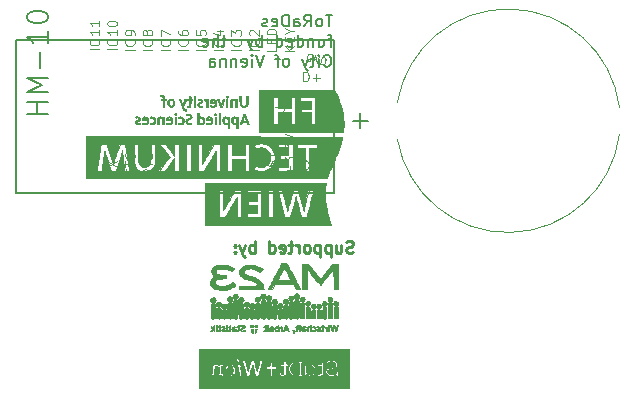
<source format=gbr>
G04 #@! TF.FileFunction,Legend,Bot*
%FSLAX46Y46*%
G04 Gerber Fmt 4.6, Leading zero omitted, Abs format (unit mm)*
G04 Created by KiCad (PCBNEW 4.0.6) date 11/06/17 12:40:06*
%MOMM*%
%LPD*%
G01*
G04 APERTURE LIST*
%ADD10C,0.100000*%
%ADD11C,0.250000*%
%ADD12C,0.200000*%
%ADD13C,0.152400*%
%ADD14C,0.010000*%
%ADD15C,0.127000*%
%ADD16C,0.101600*%
%ADD17C,0.076200*%
%ADD18C,0.050800*%
G04 APERTURE END LIST*
D10*
D11*
X80474510Y-67498862D02*
X80331653Y-67546481D01*
X80093557Y-67546481D01*
X79998319Y-67498862D01*
X79950700Y-67451243D01*
X79903081Y-67356005D01*
X79903081Y-67260767D01*
X79950700Y-67165529D01*
X79998319Y-67117910D01*
X80093557Y-67070290D01*
X80284034Y-67022671D01*
X80379272Y-66975052D01*
X80426891Y-66927433D01*
X80474510Y-66832195D01*
X80474510Y-66736957D01*
X80426891Y-66641719D01*
X80379272Y-66594100D01*
X80284034Y-66546481D01*
X80045938Y-66546481D01*
X79903081Y-66594100D01*
X79045938Y-66879814D02*
X79045938Y-67546481D01*
X79474510Y-66879814D02*
X79474510Y-67403624D01*
X79426891Y-67498862D01*
X79331653Y-67546481D01*
X79188795Y-67546481D01*
X79093557Y-67498862D01*
X79045938Y-67451243D01*
X78569748Y-66879814D02*
X78569748Y-67879814D01*
X78569748Y-66927433D02*
X78474510Y-66879814D01*
X78284033Y-66879814D01*
X78188795Y-66927433D01*
X78141176Y-66975052D01*
X78093557Y-67070290D01*
X78093557Y-67356005D01*
X78141176Y-67451243D01*
X78188795Y-67498862D01*
X78284033Y-67546481D01*
X78474510Y-67546481D01*
X78569748Y-67498862D01*
X77664986Y-66879814D02*
X77664986Y-67879814D01*
X77664986Y-66927433D02*
X77569748Y-66879814D01*
X77379271Y-66879814D01*
X77284033Y-66927433D01*
X77236414Y-66975052D01*
X77188795Y-67070290D01*
X77188795Y-67356005D01*
X77236414Y-67451243D01*
X77284033Y-67498862D01*
X77379271Y-67546481D01*
X77569748Y-67546481D01*
X77664986Y-67498862D01*
X76617367Y-67546481D02*
X76712605Y-67498862D01*
X76760224Y-67451243D01*
X76807843Y-67356005D01*
X76807843Y-67070290D01*
X76760224Y-66975052D01*
X76712605Y-66927433D01*
X76617367Y-66879814D01*
X76474509Y-66879814D01*
X76379271Y-66927433D01*
X76331652Y-66975052D01*
X76284033Y-67070290D01*
X76284033Y-67356005D01*
X76331652Y-67451243D01*
X76379271Y-67498862D01*
X76474509Y-67546481D01*
X76617367Y-67546481D01*
X75855462Y-67546481D02*
X75855462Y-66879814D01*
X75855462Y-67070290D02*
X75807843Y-66975052D01*
X75760224Y-66927433D01*
X75664986Y-66879814D01*
X75569747Y-66879814D01*
X75379271Y-66879814D02*
X74998319Y-66879814D01*
X75236414Y-66546481D02*
X75236414Y-67403624D01*
X75188795Y-67498862D01*
X75093557Y-67546481D01*
X74998319Y-67546481D01*
X74284032Y-67498862D02*
X74379270Y-67546481D01*
X74569747Y-67546481D01*
X74664985Y-67498862D01*
X74712604Y-67403624D01*
X74712604Y-67022671D01*
X74664985Y-66927433D01*
X74569747Y-66879814D01*
X74379270Y-66879814D01*
X74284032Y-66927433D01*
X74236413Y-67022671D01*
X74236413Y-67117910D01*
X74712604Y-67213148D01*
X73379270Y-67546481D02*
X73379270Y-66546481D01*
X73379270Y-67498862D02*
X73474508Y-67546481D01*
X73664985Y-67546481D01*
X73760223Y-67498862D01*
X73807842Y-67451243D01*
X73855461Y-67356005D01*
X73855461Y-67070290D01*
X73807842Y-66975052D01*
X73760223Y-66927433D01*
X73664985Y-66879814D01*
X73474508Y-66879814D01*
X73379270Y-66927433D01*
X72141175Y-67546481D02*
X72141175Y-66546481D01*
X72141175Y-66927433D02*
X72045937Y-66879814D01*
X71855460Y-66879814D01*
X71760222Y-66927433D01*
X71712603Y-66975052D01*
X71664984Y-67070290D01*
X71664984Y-67356005D01*
X71712603Y-67451243D01*
X71760222Y-67498862D01*
X71855460Y-67546481D01*
X72045937Y-67546481D01*
X72141175Y-67498862D01*
X71331651Y-66879814D02*
X71093556Y-67546481D01*
X70855460Y-66879814D02*
X71093556Y-67546481D01*
X71188794Y-67784576D01*
X71236413Y-67832195D01*
X71331651Y-67879814D01*
X70474508Y-67451243D02*
X70426889Y-67498862D01*
X70474508Y-67546481D01*
X70522127Y-67498862D01*
X70474508Y-67451243D01*
X70474508Y-67546481D01*
X70474508Y-66927433D02*
X70426889Y-66975052D01*
X70474508Y-67022671D01*
X70522127Y-66975052D01*
X70474508Y-66927433D01*
X70474508Y-67022671D01*
D12*
X78720962Y-47383981D02*
X78149533Y-47383981D01*
X78435248Y-48383981D02*
X78435248Y-47383981D01*
X77673343Y-48383981D02*
X77768581Y-48336362D01*
X77816200Y-48288743D01*
X77863819Y-48193505D01*
X77863819Y-47907790D01*
X77816200Y-47812552D01*
X77768581Y-47764933D01*
X77673343Y-47717314D01*
X77530485Y-47717314D01*
X77435247Y-47764933D01*
X77387628Y-47812552D01*
X77340009Y-47907790D01*
X77340009Y-48193505D01*
X77387628Y-48288743D01*
X77435247Y-48336362D01*
X77530485Y-48383981D01*
X77673343Y-48383981D01*
X76340009Y-48383981D02*
X76673343Y-47907790D01*
X76911438Y-48383981D02*
X76911438Y-47383981D01*
X76530485Y-47383981D01*
X76435247Y-47431600D01*
X76387628Y-47479219D01*
X76340009Y-47574457D01*
X76340009Y-47717314D01*
X76387628Y-47812552D01*
X76435247Y-47860171D01*
X76530485Y-47907790D01*
X76911438Y-47907790D01*
X75482866Y-48383981D02*
X75482866Y-47860171D01*
X75530485Y-47764933D01*
X75625723Y-47717314D01*
X75816200Y-47717314D01*
X75911438Y-47764933D01*
X75482866Y-48336362D02*
X75578104Y-48383981D01*
X75816200Y-48383981D01*
X75911438Y-48336362D01*
X75959057Y-48241124D01*
X75959057Y-48145886D01*
X75911438Y-48050648D01*
X75816200Y-48003029D01*
X75578104Y-48003029D01*
X75482866Y-47955410D01*
X75006676Y-48383981D02*
X75006676Y-47383981D01*
X74768581Y-47383981D01*
X74625723Y-47431600D01*
X74530485Y-47526838D01*
X74482866Y-47622076D01*
X74435247Y-47812552D01*
X74435247Y-47955410D01*
X74482866Y-48145886D01*
X74530485Y-48241124D01*
X74625723Y-48336362D01*
X74768581Y-48383981D01*
X75006676Y-48383981D01*
X73625723Y-48336362D02*
X73720961Y-48383981D01*
X73911438Y-48383981D01*
X74006676Y-48336362D01*
X74054295Y-48241124D01*
X74054295Y-47860171D01*
X74006676Y-47764933D01*
X73911438Y-47717314D01*
X73720961Y-47717314D01*
X73625723Y-47764933D01*
X73578104Y-47860171D01*
X73578104Y-47955410D01*
X74054295Y-48050648D01*
X73197152Y-48336362D02*
X73101914Y-48383981D01*
X72911438Y-48383981D01*
X72816199Y-48336362D01*
X72768580Y-48241124D01*
X72768580Y-48193505D01*
X72816199Y-48098267D01*
X72911438Y-48050648D01*
X73054295Y-48050648D01*
X73149533Y-48003029D01*
X73197152Y-47907790D01*
X73197152Y-47860171D01*
X73149533Y-47764933D01*
X73054295Y-47717314D01*
X72911438Y-47717314D01*
X72816199Y-47764933D01*
X78720962Y-49417314D02*
X78340010Y-49417314D01*
X78578105Y-50083981D02*
X78578105Y-49226838D01*
X78530486Y-49131600D01*
X78435248Y-49083981D01*
X78340010Y-49083981D01*
X77578104Y-49417314D02*
X77578104Y-50083981D01*
X78006676Y-49417314D02*
X78006676Y-49941124D01*
X77959057Y-50036362D01*
X77863819Y-50083981D01*
X77720961Y-50083981D01*
X77625723Y-50036362D01*
X77578104Y-49988743D01*
X77101914Y-49417314D02*
X77101914Y-50083981D01*
X77101914Y-49512552D02*
X77054295Y-49464933D01*
X76959057Y-49417314D01*
X76816199Y-49417314D01*
X76720961Y-49464933D01*
X76673342Y-49560171D01*
X76673342Y-50083981D01*
X75768580Y-50083981D02*
X75768580Y-49083981D01*
X75768580Y-50036362D02*
X75863818Y-50083981D01*
X76054295Y-50083981D01*
X76149533Y-50036362D01*
X76197152Y-49988743D01*
X76244771Y-49893505D01*
X76244771Y-49607790D01*
X76197152Y-49512552D01*
X76149533Y-49464933D01*
X76054295Y-49417314D01*
X75863818Y-49417314D01*
X75768580Y-49464933D01*
X74911437Y-50036362D02*
X75006675Y-50083981D01*
X75197152Y-50083981D01*
X75292390Y-50036362D01*
X75340009Y-49941124D01*
X75340009Y-49560171D01*
X75292390Y-49464933D01*
X75197152Y-49417314D01*
X75006675Y-49417314D01*
X74911437Y-49464933D01*
X74863818Y-49560171D01*
X74863818Y-49655410D01*
X75340009Y-49750648D01*
X74006675Y-50083981D02*
X74006675Y-49083981D01*
X74006675Y-50036362D02*
X74101913Y-50083981D01*
X74292390Y-50083981D01*
X74387628Y-50036362D01*
X74435247Y-49988743D01*
X74482866Y-49893505D01*
X74482866Y-49607790D01*
X74435247Y-49512552D01*
X74387628Y-49464933D01*
X74292390Y-49417314D01*
X74101913Y-49417314D01*
X74006675Y-49464933D01*
X72768580Y-50083981D02*
X72768580Y-49083981D01*
X72768580Y-49464933D02*
X72673342Y-49417314D01*
X72482865Y-49417314D01*
X72387627Y-49464933D01*
X72340008Y-49512552D01*
X72292389Y-49607790D01*
X72292389Y-49893505D01*
X72340008Y-49988743D01*
X72387627Y-50036362D01*
X72482865Y-50083981D01*
X72673342Y-50083981D01*
X72768580Y-50036362D01*
X71959056Y-49417314D02*
X71720961Y-50083981D01*
X71482865Y-49417314D02*
X71720961Y-50083981D01*
X71816199Y-50322076D01*
X71863818Y-50369695D01*
X71959056Y-50417314D01*
X69720960Y-49417314D02*
X69340008Y-49417314D01*
X69578103Y-49083981D02*
X69578103Y-49941124D01*
X69530484Y-50036362D01*
X69435246Y-50083981D01*
X69340008Y-50083981D01*
X69006674Y-50083981D02*
X69006674Y-49083981D01*
X68578102Y-50083981D02*
X68578102Y-49560171D01*
X68625721Y-49464933D01*
X68720959Y-49417314D01*
X68863817Y-49417314D01*
X68959055Y-49464933D01*
X69006674Y-49512552D01*
X67720959Y-50036362D02*
X67816197Y-50083981D01*
X68006674Y-50083981D01*
X68101912Y-50036362D01*
X68149531Y-49941124D01*
X68149531Y-49560171D01*
X68101912Y-49464933D01*
X68006674Y-49417314D01*
X67816197Y-49417314D01*
X67720959Y-49464933D01*
X67673340Y-49560171D01*
X67673340Y-49655410D01*
X68149531Y-49750648D01*
X78006676Y-51688743D02*
X78054295Y-51736362D01*
X78197152Y-51783981D01*
X78292390Y-51783981D01*
X78435248Y-51736362D01*
X78530486Y-51641124D01*
X78578105Y-51545886D01*
X78625724Y-51355410D01*
X78625724Y-51212552D01*
X78578105Y-51022076D01*
X78530486Y-50926838D01*
X78435248Y-50831600D01*
X78292390Y-50783981D01*
X78197152Y-50783981D01*
X78054295Y-50831600D01*
X78006676Y-50879219D01*
X77578105Y-51783981D02*
X77578105Y-51117314D01*
X77578105Y-50783981D02*
X77625724Y-50831600D01*
X77578105Y-50879219D01*
X77530486Y-50831600D01*
X77578105Y-50783981D01*
X77578105Y-50879219D01*
X77244772Y-51117314D02*
X76863820Y-51117314D01*
X77101915Y-50783981D02*
X77101915Y-51641124D01*
X77054296Y-51736362D01*
X76959058Y-51783981D01*
X76863820Y-51783981D01*
X76625724Y-51117314D02*
X76387629Y-51783981D01*
X76149533Y-51117314D02*
X76387629Y-51783981D01*
X76482867Y-52022076D01*
X76530486Y-52069695D01*
X76625724Y-52117314D01*
X74863819Y-51783981D02*
X74959057Y-51736362D01*
X75006676Y-51688743D01*
X75054295Y-51593505D01*
X75054295Y-51307790D01*
X75006676Y-51212552D01*
X74959057Y-51164933D01*
X74863819Y-51117314D01*
X74720961Y-51117314D01*
X74625723Y-51164933D01*
X74578104Y-51212552D01*
X74530485Y-51307790D01*
X74530485Y-51593505D01*
X74578104Y-51688743D01*
X74625723Y-51736362D01*
X74720961Y-51783981D01*
X74863819Y-51783981D01*
X74244771Y-51117314D02*
X73863819Y-51117314D01*
X74101914Y-51783981D02*
X74101914Y-50926838D01*
X74054295Y-50831600D01*
X73959057Y-50783981D01*
X73863819Y-50783981D01*
X72911437Y-50783981D02*
X72578104Y-51783981D01*
X72244770Y-50783981D01*
X71911437Y-51783981D02*
X71911437Y-51117314D01*
X71911437Y-50783981D02*
X71959056Y-50831600D01*
X71911437Y-50879219D01*
X71863818Y-50831600D01*
X71911437Y-50783981D01*
X71911437Y-50879219D01*
X71054294Y-51736362D02*
X71149532Y-51783981D01*
X71340009Y-51783981D01*
X71435247Y-51736362D01*
X71482866Y-51641124D01*
X71482866Y-51260171D01*
X71435247Y-51164933D01*
X71340009Y-51117314D01*
X71149532Y-51117314D01*
X71054294Y-51164933D01*
X71006675Y-51260171D01*
X71006675Y-51355410D01*
X71482866Y-51450648D01*
X70578104Y-51117314D02*
X70578104Y-51783981D01*
X70578104Y-51212552D02*
X70530485Y-51164933D01*
X70435247Y-51117314D01*
X70292389Y-51117314D01*
X70197151Y-51164933D01*
X70149532Y-51260171D01*
X70149532Y-51783981D01*
X69673342Y-51117314D02*
X69673342Y-51783981D01*
X69673342Y-51212552D02*
X69625723Y-51164933D01*
X69530485Y-51117314D01*
X69387627Y-51117314D01*
X69292389Y-51164933D01*
X69244770Y-51260171D01*
X69244770Y-51783981D01*
X68340008Y-51783981D02*
X68340008Y-51260171D01*
X68387627Y-51164933D01*
X68482865Y-51117314D01*
X68673342Y-51117314D01*
X68768580Y-51164933D01*
X68340008Y-51736362D02*
X68435246Y-51783981D01*
X68673342Y-51783981D01*
X68768580Y-51736362D01*
X68816199Y-51641124D01*
X68816199Y-51545886D01*
X68768580Y-51450648D01*
X68673342Y-51403029D01*
X68435246Y-51403029D01*
X68340008Y-51355410D01*
D13*
X80441800Y-56362600D02*
X81711800Y-56362600D01*
X81076800Y-55727600D02*
X81076800Y-56997600D01*
D10*
X84225645Y-57942434D02*
G75*
G03X103022400Y-57505600I9365735J1623014D01*
G01*
X103020207Y-55215007D02*
G75*
G03X84226400Y-54787800I-9428827J-1190773D01*
G01*
D14*
G36*
X67924279Y-65172390D02*
X73259709Y-65172390D01*
X73719124Y-65172378D01*
X74152506Y-65172341D01*
X74560559Y-65172276D01*
X74943986Y-65172180D01*
X75303491Y-65172053D01*
X75639779Y-65171891D01*
X75953552Y-65171691D01*
X76245514Y-65171453D01*
X76516370Y-65171172D01*
X76766823Y-65170847D01*
X76997577Y-65170476D01*
X77209336Y-65170056D01*
X77402802Y-65169585D01*
X77578681Y-65169061D01*
X77737676Y-65168481D01*
X77880491Y-65167843D01*
X78007829Y-65167144D01*
X78120394Y-65166382D01*
X78218890Y-65165555D01*
X78304021Y-65164661D01*
X78376490Y-65163697D01*
X78437002Y-65162661D01*
X78486259Y-65161550D01*
X78524967Y-65160362D01*
X78553828Y-65159096D01*
X78573546Y-65157747D01*
X78584825Y-65156315D01*
X78588370Y-65154797D01*
X78588344Y-65154682D01*
X78579486Y-65129042D01*
X78564395Y-65082666D01*
X78544581Y-65020410D01*
X78521554Y-64947129D01*
X78496822Y-64867680D01*
X78471896Y-64786918D01*
X78448285Y-64709698D01*
X78427497Y-64640876D01*
X78411043Y-64585308D01*
X78406851Y-64570811D01*
X78339502Y-64321219D01*
X78277923Y-64063927D01*
X78224142Y-63808181D01*
X78180188Y-63563228D01*
X78166439Y-63474600D01*
X78149885Y-63360415D01*
X78136542Y-63261887D01*
X78126073Y-63173900D01*
X78118142Y-63091336D01*
X78112410Y-63009078D01*
X78108540Y-62922009D01*
X78106196Y-62825012D01*
X78105039Y-62712969D01*
X78104733Y-62580764D01*
X78104754Y-62538811D01*
X78105331Y-62390369D01*
X78106969Y-62264233D01*
X78107659Y-62239348D01*
X77121753Y-62239348D01*
X77118471Y-62253297D01*
X77108947Y-62291255D01*
X77093662Y-62351351D01*
X77073096Y-62431717D01*
X77047732Y-62530482D01*
X77018050Y-62645777D01*
X76984532Y-62775734D01*
X76947659Y-62918482D01*
X76907911Y-63072152D01*
X76865771Y-63234875D01*
X76827647Y-63381927D01*
X76783826Y-63550956D01*
X76741980Y-63712529D01*
X76702589Y-63864780D01*
X76666135Y-64005842D01*
X76633099Y-64133848D01*
X76603963Y-64246932D01*
X76579206Y-64343226D01*
X76559310Y-64420865D01*
X76544757Y-64477981D01*
X76536026Y-64512707D01*
X76533542Y-64523252D01*
X76520899Y-64525703D01*
X76485869Y-64527814D01*
X76432801Y-64529444D01*
X76366046Y-64530448D01*
X76307180Y-64530706D01*
X76223878Y-64530471D01*
X76163505Y-64529515D01*
X76122253Y-64527453D01*
X76096317Y-64523906D01*
X76081891Y-64518491D01*
X76075167Y-64510826D01*
X76073859Y-64507311D01*
X76069143Y-64490340D01*
X76058092Y-64449980D01*
X76041364Y-64388651D01*
X76019617Y-64308769D01*
X75993508Y-64212752D01*
X75963696Y-64103020D01*
X75930837Y-63981989D01*
X75895589Y-63852079D01*
X75872306Y-63766223D01*
X75820595Y-63574787D01*
X75775852Y-63407516D01*
X75737697Y-63262866D01*
X75705749Y-63139293D01*
X75679628Y-63035255D01*
X75658955Y-62949208D01*
X75643348Y-62879608D01*
X75632429Y-62824913D01*
X75625817Y-62783580D01*
X75623150Y-62754576D01*
X75620418Y-62751932D01*
X75614044Y-62771885D01*
X75605031Y-62810699D01*
X75596217Y-62854820D01*
X75587940Y-62892677D01*
X75573207Y-62953494D01*
X75552752Y-63034481D01*
X75527307Y-63132846D01*
X75497605Y-63245797D01*
X75464380Y-63370544D01*
X75428363Y-63504293D01*
X75390289Y-63644255D01*
X75359291Y-63757189D01*
X75147958Y-64524021D01*
X74912243Y-64527669D01*
X74676527Y-64531318D01*
X74663403Y-64480880D01*
X74622072Y-64321904D01*
X74579155Y-64156588D01*
X74535156Y-63986888D01*
X74490580Y-63814761D01*
X74445930Y-63642164D01*
X74401711Y-63471054D01*
X74358426Y-63303387D01*
X74316580Y-63141122D01*
X74276675Y-62986215D01*
X74239217Y-62840622D01*
X74204709Y-62706301D01*
X74173656Y-62585208D01*
X74146560Y-62479301D01*
X74123927Y-62390536D01*
X74106259Y-62320871D01*
X74094062Y-62272262D01*
X74087839Y-62246666D01*
X74087121Y-62243150D01*
X74099876Y-62238515D01*
X74135749Y-62235343D01*
X74191152Y-62233803D01*
X74262499Y-62234061D01*
X74276803Y-62234312D01*
X74466485Y-62238021D01*
X74644409Y-62946548D01*
X74679475Y-63086828D01*
X74713715Y-63225015D01*
X74746345Y-63357862D01*
X74776579Y-63482122D01*
X74803633Y-63594548D01*
X74826723Y-63691891D01*
X74845064Y-63770906D01*
X74857873Y-63828345D01*
X74860797Y-63842232D01*
X74899260Y-64029390D01*
X74915407Y-63949179D01*
X74924171Y-63907098D01*
X74934121Y-63862587D01*
X74945928Y-63813135D01*
X74960265Y-63756229D01*
X74977801Y-63689357D01*
X74999210Y-63610007D01*
X75025162Y-63515666D01*
X75056329Y-63403822D01*
X75093382Y-63271963D01*
X75136994Y-63117577D01*
X75149458Y-63073548D01*
X75184987Y-62948075D01*
X75219565Y-62825922D01*
X75252236Y-62710475D01*
X75282041Y-62605122D01*
X75308021Y-62513250D01*
X75329220Y-62438246D01*
X75344678Y-62383496D01*
X75350920Y-62361350D01*
X75387509Y-62231337D01*
X73686068Y-62231337D01*
X73686068Y-64530706D01*
X73298384Y-64530706D01*
X73298384Y-62231337D01*
X72710174Y-62231337D01*
X72710174Y-64530706D01*
X71480279Y-64530706D01*
X71480279Y-64209863D01*
X72322489Y-64209863D01*
X72322489Y-63514706D01*
X71613963Y-63514706D01*
X71613963Y-63193863D01*
X72322489Y-63193863D01*
X72322489Y-62552179D01*
X71480279Y-62552179D01*
X71480279Y-62231337D01*
X70985647Y-62231337D01*
X70985647Y-64530706D01*
X70608254Y-64530706D01*
X70613335Y-63670176D01*
X70618416Y-62809645D01*
X70529662Y-62978360D01*
X70506285Y-63021081D01*
X70470594Y-63083983D01*
X70424158Y-63164400D01*
X70368545Y-63259661D01*
X70305325Y-63367100D01*
X70236066Y-63484047D01*
X70162338Y-63607835D01*
X70085708Y-63735796D01*
X70025678Y-63835548D01*
X69610447Y-64524021D01*
X69362258Y-64527658D01*
X69114068Y-64531296D01*
X69114068Y-62231337D01*
X69492676Y-62231337D01*
X69483337Y-63056837D01*
X69481564Y-63204314D01*
X69479674Y-63344856D01*
X69477712Y-63476010D01*
X69475724Y-63595323D01*
X69473757Y-63700343D01*
X69471857Y-63788617D01*
X69470070Y-63857693D01*
X69468442Y-63905117D01*
X69467019Y-63928436D01*
X69466924Y-63929127D01*
X69468243Y-63939568D01*
X69478779Y-63929395D01*
X69499128Y-63897694D01*
X69529887Y-63843547D01*
X69564355Y-63779775D01*
X69590975Y-63731384D01*
X69629826Y-63662986D01*
X69679242Y-63577417D01*
X69737557Y-63477511D01*
X69803106Y-63366104D01*
X69874221Y-63246031D01*
X69949238Y-63120126D01*
X70026491Y-62991225D01*
X70076595Y-62908038D01*
X70484332Y-62232441D01*
X70734989Y-62231889D01*
X70985647Y-62231337D01*
X71480279Y-62231337D01*
X72710174Y-62231337D01*
X73298384Y-62231337D01*
X73686068Y-62231337D01*
X75387509Y-62231337D01*
X75387695Y-62230678D01*
X75595490Y-62234350D01*
X75803286Y-62238021D01*
X76007899Y-62973285D01*
X76046888Y-63114070D01*
X76084602Y-63251542D01*
X76120250Y-63382741D01*
X76153046Y-63504707D01*
X76182200Y-63614481D01*
X76206925Y-63709103D01*
X76226432Y-63785615D01*
X76239934Y-63841056D01*
X76244680Y-63862285D01*
X76257609Y-63919958D01*
X76269245Y-63964358D01*
X76278338Y-63991208D01*
X76283640Y-63996231D01*
X76283738Y-63995969D01*
X76289151Y-63974414D01*
X76297798Y-63933736D01*
X76308178Y-63881127D01*
X76312993Y-63855600D01*
X76320455Y-63820234D01*
X76333878Y-63761764D01*
X76352579Y-63682986D01*
X76375874Y-63586694D01*
X76403078Y-63475684D01*
X76433510Y-63352750D01*
X76466484Y-63220687D01*
X76501317Y-63082289D01*
X76525548Y-62986653D01*
X76715737Y-62238021D01*
X76918745Y-62234331D01*
X76988976Y-62233595D01*
X77048677Y-62233999D01*
X77093259Y-62235431D01*
X77118131Y-62237777D01*
X77121753Y-62239348D01*
X78107659Y-62239348D01*
X78109973Y-62155979D01*
X78114648Y-62061187D01*
X78121298Y-61975435D01*
X78130228Y-61894302D01*
X78141742Y-61813367D01*
X78156146Y-61728207D01*
X78163292Y-61689250D01*
X78174406Y-61629758D01*
X67924279Y-61629758D01*
X67924279Y-65172390D01*
X67924279Y-65172390D01*
G37*
X67924279Y-65172390D02*
X73259709Y-65172390D01*
X73719124Y-65172378D01*
X74152506Y-65172341D01*
X74560559Y-65172276D01*
X74943986Y-65172180D01*
X75303491Y-65172053D01*
X75639779Y-65171891D01*
X75953552Y-65171691D01*
X76245514Y-65171453D01*
X76516370Y-65171172D01*
X76766823Y-65170847D01*
X76997577Y-65170476D01*
X77209336Y-65170056D01*
X77402802Y-65169585D01*
X77578681Y-65169061D01*
X77737676Y-65168481D01*
X77880491Y-65167843D01*
X78007829Y-65167144D01*
X78120394Y-65166382D01*
X78218890Y-65165555D01*
X78304021Y-65164661D01*
X78376490Y-65163697D01*
X78437002Y-65162661D01*
X78486259Y-65161550D01*
X78524967Y-65160362D01*
X78553828Y-65159096D01*
X78573546Y-65157747D01*
X78584825Y-65156315D01*
X78588370Y-65154797D01*
X78588344Y-65154682D01*
X78579486Y-65129042D01*
X78564395Y-65082666D01*
X78544581Y-65020410D01*
X78521554Y-64947129D01*
X78496822Y-64867680D01*
X78471896Y-64786918D01*
X78448285Y-64709698D01*
X78427497Y-64640876D01*
X78411043Y-64585308D01*
X78406851Y-64570811D01*
X78339502Y-64321219D01*
X78277923Y-64063927D01*
X78224142Y-63808181D01*
X78180188Y-63563228D01*
X78166439Y-63474600D01*
X78149885Y-63360415D01*
X78136542Y-63261887D01*
X78126073Y-63173900D01*
X78118142Y-63091336D01*
X78112410Y-63009078D01*
X78108540Y-62922009D01*
X78106196Y-62825012D01*
X78105039Y-62712969D01*
X78104733Y-62580764D01*
X78104754Y-62538811D01*
X78105331Y-62390369D01*
X78106969Y-62264233D01*
X78107659Y-62239348D01*
X77121753Y-62239348D01*
X77118471Y-62253297D01*
X77108947Y-62291255D01*
X77093662Y-62351351D01*
X77073096Y-62431717D01*
X77047732Y-62530482D01*
X77018050Y-62645777D01*
X76984532Y-62775734D01*
X76947659Y-62918482D01*
X76907911Y-63072152D01*
X76865771Y-63234875D01*
X76827647Y-63381927D01*
X76783826Y-63550956D01*
X76741980Y-63712529D01*
X76702589Y-63864780D01*
X76666135Y-64005842D01*
X76633099Y-64133848D01*
X76603963Y-64246932D01*
X76579206Y-64343226D01*
X76559310Y-64420865D01*
X76544757Y-64477981D01*
X76536026Y-64512707D01*
X76533542Y-64523252D01*
X76520899Y-64525703D01*
X76485869Y-64527814D01*
X76432801Y-64529444D01*
X76366046Y-64530448D01*
X76307180Y-64530706D01*
X76223878Y-64530471D01*
X76163505Y-64529515D01*
X76122253Y-64527453D01*
X76096317Y-64523906D01*
X76081891Y-64518491D01*
X76075167Y-64510826D01*
X76073859Y-64507311D01*
X76069143Y-64490340D01*
X76058092Y-64449980D01*
X76041364Y-64388651D01*
X76019617Y-64308769D01*
X75993508Y-64212752D01*
X75963696Y-64103020D01*
X75930837Y-63981989D01*
X75895589Y-63852079D01*
X75872306Y-63766223D01*
X75820595Y-63574787D01*
X75775852Y-63407516D01*
X75737697Y-63262866D01*
X75705749Y-63139293D01*
X75679628Y-63035255D01*
X75658955Y-62949208D01*
X75643348Y-62879608D01*
X75632429Y-62824913D01*
X75625817Y-62783580D01*
X75623150Y-62754576D01*
X75620418Y-62751932D01*
X75614044Y-62771885D01*
X75605031Y-62810699D01*
X75596217Y-62854820D01*
X75587940Y-62892677D01*
X75573207Y-62953494D01*
X75552752Y-63034481D01*
X75527307Y-63132846D01*
X75497605Y-63245797D01*
X75464380Y-63370544D01*
X75428363Y-63504293D01*
X75390289Y-63644255D01*
X75359291Y-63757189D01*
X75147958Y-64524021D01*
X74912243Y-64527669D01*
X74676527Y-64531318D01*
X74663403Y-64480880D01*
X74622072Y-64321904D01*
X74579155Y-64156588D01*
X74535156Y-63986888D01*
X74490580Y-63814761D01*
X74445930Y-63642164D01*
X74401711Y-63471054D01*
X74358426Y-63303387D01*
X74316580Y-63141122D01*
X74276675Y-62986215D01*
X74239217Y-62840622D01*
X74204709Y-62706301D01*
X74173656Y-62585208D01*
X74146560Y-62479301D01*
X74123927Y-62390536D01*
X74106259Y-62320871D01*
X74094062Y-62272262D01*
X74087839Y-62246666D01*
X74087121Y-62243150D01*
X74099876Y-62238515D01*
X74135749Y-62235343D01*
X74191152Y-62233803D01*
X74262499Y-62234061D01*
X74276803Y-62234312D01*
X74466485Y-62238021D01*
X74644409Y-62946548D01*
X74679475Y-63086828D01*
X74713715Y-63225015D01*
X74746345Y-63357862D01*
X74776579Y-63482122D01*
X74803633Y-63594548D01*
X74826723Y-63691891D01*
X74845064Y-63770906D01*
X74857873Y-63828345D01*
X74860797Y-63842232D01*
X74899260Y-64029390D01*
X74915407Y-63949179D01*
X74924171Y-63907098D01*
X74934121Y-63862587D01*
X74945928Y-63813135D01*
X74960265Y-63756229D01*
X74977801Y-63689357D01*
X74999210Y-63610007D01*
X75025162Y-63515666D01*
X75056329Y-63403822D01*
X75093382Y-63271963D01*
X75136994Y-63117577D01*
X75149458Y-63073548D01*
X75184987Y-62948075D01*
X75219565Y-62825922D01*
X75252236Y-62710475D01*
X75282041Y-62605122D01*
X75308021Y-62513250D01*
X75329220Y-62438246D01*
X75344678Y-62383496D01*
X75350920Y-62361350D01*
X75387509Y-62231337D01*
X73686068Y-62231337D01*
X73686068Y-64530706D01*
X73298384Y-64530706D01*
X73298384Y-62231337D01*
X72710174Y-62231337D01*
X72710174Y-64530706D01*
X71480279Y-64530706D01*
X71480279Y-64209863D01*
X72322489Y-64209863D01*
X72322489Y-63514706D01*
X71613963Y-63514706D01*
X71613963Y-63193863D01*
X72322489Y-63193863D01*
X72322489Y-62552179D01*
X71480279Y-62552179D01*
X71480279Y-62231337D01*
X70985647Y-62231337D01*
X70985647Y-64530706D01*
X70608254Y-64530706D01*
X70613335Y-63670176D01*
X70618416Y-62809645D01*
X70529662Y-62978360D01*
X70506285Y-63021081D01*
X70470594Y-63083983D01*
X70424158Y-63164400D01*
X70368545Y-63259661D01*
X70305325Y-63367100D01*
X70236066Y-63484047D01*
X70162338Y-63607835D01*
X70085708Y-63735796D01*
X70025678Y-63835548D01*
X69610447Y-64524021D01*
X69362258Y-64527658D01*
X69114068Y-64531296D01*
X69114068Y-62231337D01*
X69492676Y-62231337D01*
X69483337Y-63056837D01*
X69481564Y-63204314D01*
X69479674Y-63344856D01*
X69477712Y-63476010D01*
X69475724Y-63595323D01*
X69473757Y-63700343D01*
X69471857Y-63788617D01*
X69470070Y-63857693D01*
X69468442Y-63905117D01*
X69467019Y-63928436D01*
X69466924Y-63929127D01*
X69468243Y-63939568D01*
X69478779Y-63929395D01*
X69499128Y-63897694D01*
X69529887Y-63843547D01*
X69564355Y-63779775D01*
X69590975Y-63731384D01*
X69629826Y-63662986D01*
X69679242Y-63577417D01*
X69737557Y-63477511D01*
X69803106Y-63366104D01*
X69874221Y-63246031D01*
X69949238Y-63120126D01*
X70026491Y-62991225D01*
X70076595Y-62908038D01*
X70484332Y-62232441D01*
X70734989Y-62231889D01*
X70985647Y-62231337D01*
X71480279Y-62231337D01*
X72710174Y-62231337D01*
X73298384Y-62231337D01*
X73686068Y-62231337D01*
X75387509Y-62231337D01*
X75387695Y-62230678D01*
X75595490Y-62234350D01*
X75803286Y-62238021D01*
X76007899Y-62973285D01*
X76046888Y-63114070D01*
X76084602Y-63251542D01*
X76120250Y-63382741D01*
X76153046Y-63504707D01*
X76182200Y-63614481D01*
X76206925Y-63709103D01*
X76226432Y-63785615D01*
X76239934Y-63841056D01*
X76244680Y-63862285D01*
X76257609Y-63919958D01*
X76269245Y-63964358D01*
X76278338Y-63991208D01*
X76283640Y-63996231D01*
X76283738Y-63995969D01*
X76289151Y-63974414D01*
X76297798Y-63933736D01*
X76308178Y-63881127D01*
X76312993Y-63855600D01*
X76320455Y-63820234D01*
X76333878Y-63761764D01*
X76352579Y-63682986D01*
X76375874Y-63586694D01*
X76403078Y-63475684D01*
X76433510Y-63352750D01*
X76466484Y-63220687D01*
X76501317Y-63082289D01*
X76525548Y-62986653D01*
X76715737Y-62238021D01*
X76918745Y-62234331D01*
X76988976Y-62233595D01*
X77048677Y-62233999D01*
X77093259Y-62235431D01*
X77118131Y-62237777D01*
X77121753Y-62239348D01*
X78107659Y-62239348D01*
X78109973Y-62155979D01*
X78114648Y-62061187D01*
X78121298Y-61975435D01*
X78130228Y-61894302D01*
X78141742Y-61813367D01*
X78156146Y-61728207D01*
X78163292Y-61689250D01*
X78174406Y-61629758D01*
X67924279Y-61629758D01*
X67924279Y-65172390D01*
G36*
X57817753Y-61242074D02*
X78256936Y-61242074D01*
X78285039Y-61145153D01*
X78321114Y-61025791D01*
X78360161Y-60907152D01*
X78403590Y-60785674D01*
X78452807Y-60657795D01*
X78509222Y-60519952D01*
X78574243Y-60368586D01*
X78649278Y-60200132D01*
X78719797Y-60045600D01*
X78817651Y-59832257D01*
X78904765Y-59640553D01*
X78982110Y-59468090D01*
X79050660Y-59312472D01*
X79111385Y-59171302D01*
X79165259Y-59042183D01*
X79213253Y-58922720D01*
X79256339Y-58810514D01*
X79295490Y-58703170D01*
X79331678Y-58598291D01*
X79365874Y-58493479D01*
X79399051Y-58386339D01*
X79416564Y-58327758D01*
X79424180Y-58301021D01*
X77402489Y-58301021D01*
X77402489Y-58635232D01*
X76760805Y-58635232D01*
X76760805Y-60600390D01*
X76373121Y-60600390D01*
X76373121Y-58635232D01*
X75744805Y-58635232D01*
X75744805Y-58301021D01*
X75357121Y-58301021D01*
X75357121Y-60600390D01*
X74140595Y-60600390D01*
X74140595Y-60279548D01*
X74969437Y-60279548D01*
X74969437Y-59584834D01*
X74267595Y-59577706D01*
X74264669Y-59455687D01*
X73858761Y-59455687D01*
X73846753Y-59625754D01*
X73811972Y-59791383D01*
X73794132Y-59848139D01*
X73729175Y-59997105D01*
X73641323Y-60136962D01*
X73533734Y-60264614D01*
X73409566Y-60376961D01*
X73271976Y-60470905D01*
X73124122Y-60543348D01*
X73062926Y-60565574D01*
X72932067Y-60599437D01*
X72790575Y-60620387D01*
X72647934Y-60627674D01*
X72513628Y-60620550D01*
X72461971Y-60613077D01*
X72404242Y-60600789D01*
X72338577Y-60583839D01*
X72295753Y-60571092D01*
X72250162Y-60554752D01*
X72197647Y-60533377D01*
X72143906Y-60509633D01*
X72094640Y-60486190D01*
X72055548Y-60465716D01*
X72032331Y-60450879D01*
X72028384Y-60445929D01*
X72036711Y-60433810D01*
X72059499Y-60405644D01*
X72093461Y-60365379D01*
X72135311Y-60316962D01*
X72144319Y-60306670D01*
X72260253Y-60174484D01*
X72324568Y-60207075D01*
X72430153Y-60248119D01*
X72549386Y-60273507D01*
X72673658Y-60282393D01*
X72794358Y-60273934D01*
X72862678Y-60259861D01*
X72994899Y-60210933D01*
X73116617Y-60139321D01*
X73225033Y-60047943D01*
X73317347Y-59939718D01*
X73390758Y-59817565D01*
X73442468Y-59684402D01*
X73452909Y-59644548D01*
X73467590Y-59547848D01*
X73470784Y-59440206D01*
X73463007Y-59331574D01*
X73444773Y-59231904D01*
X73428866Y-59180108D01*
X73364402Y-59042142D01*
X73280792Y-58921018D01*
X73180037Y-58818307D01*
X73064138Y-58735581D01*
X72935100Y-58674412D01*
X72794922Y-58636372D01*
X72724009Y-58626765D01*
X72601631Y-58627420D01*
X72472819Y-58650395D01*
X72353491Y-58690574D01*
X72257235Y-58730645D01*
X72211511Y-58679596D01*
X72149316Y-58610041D01*
X72103074Y-58557601D01*
X72070896Y-58519476D01*
X72050892Y-58492866D01*
X72041175Y-58474973D01*
X72039857Y-58462997D01*
X72045047Y-58454138D01*
X72054073Y-58446235D01*
X72087323Y-58425679D01*
X72139808Y-58400519D01*
X72205018Y-58373370D01*
X72276447Y-58346849D01*
X72347585Y-58323574D01*
X72386986Y-58312370D01*
X72446715Y-58301021D01*
X71654068Y-58301021D01*
X71654068Y-60600390D01*
X71279753Y-60600390D01*
X71279753Y-59584390D01*
X70210279Y-59584390D01*
X70210279Y-60600390D01*
X69822595Y-60600390D01*
X69822595Y-58301021D01*
X69207647Y-58301021D01*
X69207647Y-60600390D01*
X68828952Y-60600390D01*
X68837869Y-59761521D01*
X68839557Y-59613326D01*
X68841383Y-59472431D01*
X68843300Y-59341217D01*
X68845264Y-59222066D01*
X68847228Y-59117357D01*
X68849149Y-59029472D01*
X68850980Y-58960792D01*
X68852677Y-58913698D01*
X68854195Y-58890569D01*
X68854422Y-58889232D01*
X68851577Y-58887691D01*
X68838466Y-58906695D01*
X68817065Y-58943017D01*
X68789349Y-58993432D01*
X68780772Y-59009548D01*
X68759176Y-59048811D01*
X68725245Y-59108436D01*
X68680463Y-59185896D01*
X68626313Y-59278665D01*
X68564282Y-59384216D01*
X68495853Y-59500023D01*
X68422511Y-59623559D01*
X68345741Y-59752298D01*
X68268434Y-59881372D01*
X67837384Y-60599459D01*
X67586726Y-60599924D01*
X67336068Y-60600390D01*
X67336068Y-58301021D01*
X66721121Y-58301021D01*
X66721121Y-60600390D01*
X66346805Y-60600390D01*
X66346805Y-58301021D01*
X65731858Y-58301021D01*
X65731858Y-60600390D01*
X65344470Y-60600390D01*
X65340980Y-60054364D01*
X65337489Y-59508338D01*
X64936437Y-60049349D01*
X64857790Y-60155185D01*
X64783709Y-60254382D01*
X64715758Y-60344882D01*
X64655498Y-60424626D01*
X64604492Y-60491556D01*
X64564305Y-60543614D01*
X64536499Y-60578741D01*
X64522636Y-60594879D01*
X64521586Y-60595687D01*
X64504345Y-60597200D01*
X64464898Y-60598143D01*
X64407769Y-60598486D01*
X64337484Y-60598201D01*
X64265230Y-60597360D01*
X64022673Y-60593706D01*
X64489581Y-60007097D01*
X64576065Y-59898367D01*
X64657354Y-59796019D01*
X64731957Y-59701942D01*
X64798385Y-59618022D01*
X64855147Y-59546146D01*
X64900751Y-59488201D01*
X64933708Y-59446073D01*
X64952527Y-59421649D01*
X64956489Y-59416099D01*
X64948253Y-59405241D01*
X64924587Y-59375665D01*
X64887059Y-59329294D01*
X64837237Y-59268049D01*
X64776688Y-59193853D01*
X64706979Y-59108627D01*
X64629677Y-59014294D01*
X64546350Y-58912775D01*
X64508647Y-58866892D01*
X64423128Y-58762660D01*
X64342961Y-58664578D01*
X64269719Y-58574593D01*
X64204972Y-58494652D01*
X64150290Y-58426705D01*
X64107245Y-58372698D01*
X64077407Y-58334579D01*
X64062346Y-58314297D01*
X64060805Y-58311548D01*
X64073454Y-58308161D01*
X64108529Y-58305320D01*
X64161721Y-58303206D01*
X64228721Y-58302002D01*
X64291410Y-58301821D01*
X64522016Y-58302622D01*
X64929753Y-58824016D01*
X65337489Y-59345411D01*
X65340987Y-58823216D01*
X65344484Y-58301021D01*
X63713226Y-58301021D01*
X63712994Y-59086416D01*
X63712891Y-59262967D01*
X63712564Y-59415075D01*
X63711814Y-59545034D01*
X63710446Y-59655139D01*
X63708262Y-59747684D01*
X63705065Y-59824963D01*
X63700659Y-59889269D01*
X63694847Y-59942899D01*
X63687432Y-59988144D01*
X63678216Y-60027301D01*
X63667004Y-60062662D01*
X63653597Y-60096522D01*
X63637800Y-60131175D01*
X63620230Y-60167262D01*
X63543570Y-60293254D01*
X63446701Y-60402992D01*
X63331759Y-60494901D01*
X63200881Y-60567408D01*
X63056203Y-60618939D01*
X62984832Y-60635314D01*
X62900699Y-60645330D01*
X62801983Y-60647610D01*
X62699580Y-60642531D01*
X62604382Y-60630473D01*
X62556858Y-60620455D01*
X62472452Y-60592747D01*
X62467072Y-60590363D01*
X61506860Y-60590363D01*
X61494489Y-60593912D01*
X61460072Y-60596909D01*
X61408296Y-60599110D01*
X61343850Y-60600271D01*
X61314200Y-60600390D01*
X61120964Y-60600390D01*
X61113389Y-60556942D01*
X61107702Y-60519915D01*
X61099542Y-60460531D01*
X61089259Y-60381763D01*
X61077205Y-60286584D01*
X61063728Y-60177967D01*
X61049179Y-60058883D01*
X61033908Y-59932306D01*
X61018266Y-59801208D01*
X61002603Y-59668561D01*
X60987268Y-59537337D01*
X60972613Y-59410510D01*
X60958986Y-59291052D01*
X60946740Y-59181935D01*
X60936222Y-59086132D01*
X60927785Y-59006615D01*
X60921778Y-58946357D01*
X60918550Y-58908330D01*
X60918099Y-58899299D01*
X60916886Y-58875678D01*
X60913884Y-58870902D01*
X60908129Y-58887071D01*
X60898655Y-58926289D01*
X60892029Y-58956074D01*
X60883314Y-58989453D01*
X60866999Y-59045562D01*
X60843915Y-59121761D01*
X60814892Y-59215407D01*
X60780763Y-59323859D01*
X60742356Y-59444474D01*
X60700504Y-59574610D01*
X60656036Y-59711626D01*
X60615761Y-59834693D01*
X60364437Y-60599681D01*
X60163888Y-60600035D01*
X59963339Y-60600390D01*
X59725956Y-59866415D01*
X59681315Y-59727871D01*
X59638360Y-59593581D01*
X59597954Y-59466304D01*
X59560960Y-59348801D01*
X59528240Y-59243834D01*
X59500655Y-59154163D01*
X59479069Y-59082550D01*
X59464342Y-59031754D01*
X59458766Y-59010836D01*
X59445177Y-58958172D01*
X59433261Y-58917000D01*
X59424737Y-58893023D01*
X59422114Y-58889232D01*
X59418106Y-58901717D01*
X59411817Y-58935984D01*
X59404011Y-58987256D01*
X59395456Y-59050751D01*
X59392663Y-59073048D01*
X59386671Y-59119302D01*
X59377616Y-59185899D01*
X59365939Y-59269817D01*
X59352081Y-59368034D01*
X59336481Y-59477531D01*
X59319581Y-59595286D01*
X59301820Y-59718278D01*
X59283639Y-59843487D01*
X59265478Y-59967891D01*
X59247778Y-60088469D01*
X59230980Y-60202201D01*
X59215523Y-60306065D01*
X59201848Y-60397041D01*
X59190395Y-60472108D01*
X59181605Y-60528245D01*
X59175919Y-60562430D01*
X59174385Y-60570311D01*
X59170818Y-60581854D01*
X59163566Y-60589987D01*
X59148507Y-60595307D01*
X59121520Y-60598411D01*
X59078484Y-60599895D01*
X59015277Y-60600356D01*
X58966576Y-60600390D01*
X58765699Y-60600390D01*
X58773393Y-60556942D01*
X58777043Y-60534503D01*
X58784212Y-60488749D01*
X58794541Y-60422040D01*
X58807673Y-60336737D01*
X58823248Y-60235199D01*
X58840909Y-60119787D01*
X58860296Y-59992860D01*
X58881052Y-59856779D01*
X58902816Y-59713904D01*
X58925232Y-59566594D01*
X58947940Y-59417210D01*
X58970582Y-59268112D01*
X58992799Y-59121659D01*
X59014233Y-58980212D01*
X59034525Y-58846131D01*
X59053316Y-58721776D01*
X59070249Y-58609506D01*
X59084964Y-58511683D01*
X59097103Y-58430665D01*
X59106307Y-58368813D01*
X59112218Y-58328488D01*
X59114477Y-58312048D01*
X59114489Y-58311839D01*
X59127133Y-58308301D01*
X59162186Y-58305631D01*
X59215329Y-58303978D01*
X59282245Y-58303487D01*
X59343892Y-58304048D01*
X59573294Y-58307706D01*
X59612413Y-58421337D01*
X59624505Y-58456789D01*
X59644080Y-58514586D01*
X59670125Y-58591723D01*
X59701628Y-58685193D01*
X59737575Y-58791990D01*
X59776956Y-58909107D01*
X59818757Y-59033540D01*
X59861966Y-59162282D01*
X59864352Y-59169394D01*
X59918726Y-59331804D01*
X59965153Y-59471247D01*
X60004366Y-59590046D01*
X60037099Y-59690523D01*
X60064086Y-59775000D01*
X60086062Y-59845798D01*
X60103759Y-59905240D01*
X60117913Y-59955647D01*
X60129257Y-59999342D01*
X60137077Y-60032232D01*
X60141811Y-60046099D01*
X60147577Y-60045234D01*
X60155582Y-60026827D01*
X60167031Y-59988068D01*
X60183132Y-59926149D01*
X60183850Y-59923307D01*
X60195134Y-59882718D01*
X60214028Y-59819652D01*
X60239619Y-59736976D01*
X60270992Y-59637554D01*
X60307233Y-59524252D01*
X60347426Y-59399934D01*
X60390658Y-59267465D01*
X60436014Y-59129711D01*
X60466649Y-59037347D01*
X60711803Y-58300418D01*
X60938499Y-58304062D01*
X61165194Y-58307706D01*
X61335739Y-59444021D01*
X61361404Y-59615097D01*
X61385911Y-59778588D01*
X61408971Y-59932562D01*
X61430296Y-60075088D01*
X61449598Y-60204235D01*
X61466587Y-60318070D01*
X61480977Y-60414662D01*
X61492478Y-60492081D01*
X61500802Y-60548393D01*
X61505662Y-60581668D01*
X61506860Y-60590363D01*
X62467072Y-60590363D01*
X62381413Y-60552412D01*
X62293390Y-60504419D01*
X62218030Y-60453736D01*
X62192397Y-60432773D01*
X62092882Y-60327650D01*
X62011732Y-60205410D01*
X61951173Y-60070248D01*
X61913433Y-59926366D01*
X61909048Y-59898548D01*
X61905124Y-59855515D01*
X61901979Y-59787435D01*
X61899611Y-59694031D01*
X61898015Y-59575024D01*
X61897187Y-59430139D01*
X61897125Y-59259098D01*
X61897824Y-59061623D01*
X61897886Y-59049653D01*
X61901805Y-58307706D01*
X62092305Y-58303996D01*
X62282805Y-58300287D01*
X62283037Y-59025891D01*
X62283196Y-59195805D01*
X62283659Y-59341332D01*
X62284584Y-59464823D01*
X62286129Y-59568627D01*
X62288450Y-59655094D01*
X62291707Y-59726574D01*
X62296055Y-59785416D01*
X62301652Y-59833972D01*
X62308657Y-59874590D01*
X62317226Y-59909621D01*
X62327516Y-59941414D01*
X62339686Y-59972320D01*
X62347693Y-59990821D01*
X62381473Y-60048810D01*
X62430533Y-60110656D01*
X62486793Y-60167207D01*
X62538558Y-60207064D01*
X62628594Y-60249420D01*
X62730659Y-60273055D01*
X62837296Y-60277553D01*
X62941044Y-60262494D01*
X63021250Y-60234073D01*
X63103420Y-60183217D01*
X63178325Y-60115066D01*
X63237656Y-60037638D01*
X63252739Y-60010752D01*
X63267587Y-59980576D01*
X63280256Y-59951633D01*
X63290919Y-59921606D01*
X63299749Y-59888176D01*
X63306920Y-59849027D01*
X63312604Y-59801839D01*
X63316976Y-59744294D01*
X63320208Y-59674076D01*
X63322474Y-59588864D01*
X63323947Y-59486343D01*
X63324800Y-59364192D01*
X63325207Y-59220096D01*
X63325341Y-59051734D01*
X63325344Y-59039627D01*
X63325542Y-58301021D01*
X63713226Y-58301021D01*
X65344484Y-58301021D01*
X65731858Y-58301021D01*
X66346805Y-58301021D01*
X66721121Y-58301021D01*
X67336068Y-58301021D01*
X67713672Y-58301021D01*
X67708175Y-59162145D01*
X67702677Y-60023269D01*
X67794616Y-59847277D01*
X67818665Y-59803095D01*
X67855043Y-59738793D01*
X67902158Y-59657079D01*
X67958418Y-59560660D01*
X68022232Y-59452244D01*
X68092006Y-59334537D01*
X68166150Y-59210247D01*
X68243072Y-59082082D01*
X68300956Y-58986153D01*
X68715358Y-58301021D01*
X69207647Y-58301021D01*
X69822595Y-58301021D01*
X70210279Y-58301021D01*
X70210279Y-59250179D01*
X71279753Y-59250179D01*
X71279753Y-58301021D01*
X71654068Y-58301021D01*
X72446715Y-58301021D01*
X72470830Y-58296439D01*
X72571524Y-58287025D01*
X72679958Y-58284237D01*
X72787026Y-58288182D01*
X72883619Y-58298968D01*
X72921138Y-58306058D01*
X73094217Y-58357140D01*
X73254057Y-58430209D01*
X73399003Y-58523744D01*
X73527400Y-58636226D01*
X73637593Y-58766136D01*
X73727926Y-58911953D01*
X73796745Y-59072157D01*
X73813818Y-59125753D01*
X73847836Y-59287061D01*
X73858761Y-59455687D01*
X74264669Y-59455687D01*
X74263828Y-59420627D01*
X74260062Y-59263548D01*
X74969437Y-59263548D01*
X74969437Y-58621863D01*
X74140595Y-58621863D01*
X74140595Y-58301021D01*
X75357121Y-58301021D01*
X75744805Y-58301021D01*
X77402489Y-58301021D01*
X79424180Y-58301021D01*
X79434435Y-58265023D01*
X79454636Y-58190332D01*
X79476053Y-58108228D01*
X79497572Y-58023255D01*
X79518079Y-57939959D01*
X79536462Y-57862884D01*
X79551605Y-57796573D01*
X79562396Y-57745572D01*
X79567720Y-57714425D01*
X79568087Y-57709469D01*
X79554828Y-57708972D01*
X79515459Y-57708482D01*
X79450608Y-57707998D01*
X79360903Y-57707522D01*
X79246971Y-57707053D01*
X79109440Y-57706593D01*
X78948937Y-57706142D01*
X78766090Y-57705700D01*
X78561525Y-57705268D01*
X78335872Y-57704847D01*
X78089757Y-57704437D01*
X77823807Y-57704039D01*
X77538651Y-57703654D01*
X77234915Y-57703281D01*
X76913227Y-57702922D01*
X76574215Y-57702578D01*
X76218507Y-57702247D01*
X75846729Y-57701933D01*
X75459509Y-57701634D01*
X75057475Y-57701352D01*
X74641254Y-57701086D01*
X74211474Y-57700838D01*
X73768762Y-57700609D01*
X73313746Y-57700398D01*
X72847053Y-57700207D01*
X72369310Y-57700036D01*
X71881146Y-57699885D01*
X71383188Y-57699755D01*
X70876063Y-57699647D01*
X70360398Y-57699561D01*
X69836822Y-57699498D01*
X69305962Y-57699458D01*
X68768444Y-57699443D01*
X68692963Y-57699442D01*
X57817753Y-57699442D01*
X57817753Y-61242074D01*
X57817753Y-61242074D01*
G37*
X57817753Y-61242074D02*
X78256936Y-61242074D01*
X78285039Y-61145153D01*
X78321114Y-61025791D01*
X78360161Y-60907152D01*
X78403590Y-60785674D01*
X78452807Y-60657795D01*
X78509222Y-60519952D01*
X78574243Y-60368586D01*
X78649278Y-60200132D01*
X78719797Y-60045600D01*
X78817651Y-59832257D01*
X78904765Y-59640553D01*
X78982110Y-59468090D01*
X79050660Y-59312472D01*
X79111385Y-59171302D01*
X79165259Y-59042183D01*
X79213253Y-58922720D01*
X79256339Y-58810514D01*
X79295490Y-58703170D01*
X79331678Y-58598291D01*
X79365874Y-58493479D01*
X79399051Y-58386339D01*
X79416564Y-58327758D01*
X79424180Y-58301021D01*
X77402489Y-58301021D01*
X77402489Y-58635232D01*
X76760805Y-58635232D01*
X76760805Y-60600390D01*
X76373121Y-60600390D01*
X76373121Y-58635232D01*
X75744805Y-58635232D01*
X75744805Y-58301021D01*
X75357121Y-58301021D01*
X75357121Y-60600390D01*
X74140595Y-60600390D01*
X74140595Y-60279548D01*
X74969437Y-60279548D01*
X74969437Y-59584834D01*
X74267595Y-59577706D01*
X74264669Y-59455687D01*
X73858761Y-59455687D01*
X73846753Y-59625754D01*
X73811972Y-59791383D01*
X73794132Y-59848139D01*
X73729175Y-59997105D01*
X73641323Y-60136962D01*
X73533734Y-60264614D01*
X73409566Y-60376961D01*
X73271976Y-60470905D01*
X73124122Y-60543348D01*
X73062926Y-60565574D01*
X72932067Y-60599437D01*
X72790575Y-60620387D01*
X72647934Y-60627674D01*
X72513628Y-60620550D01*
X72461971Y-60613077D01*
X72404242Y-60600789D01*
X72338577Y-60583839D01*
X72295753Y-60571092D01*
X72250162Y-60554752D01*
X72197647Y-60533377D01*
X72143906Y-60509633D01*
X72094640Y-60486190D01*
X72055548Y-60465716D01*
X72032331Y-60450879D01*
X72028384Y-60445929D01*
X72036711Y-60433810D01*
X72059499Y-60405644D01*
X72093461Y-60365379D01*
X72135311Y-60316962D01*
X72144319Y-60306670D01*
X72260253Y-60174484D01*
X72324568Y-60207075D01*
X72430153Y-60248119D01*
X72549386Y-60273507D01*
X72673658Y-60282393D01*
X72794358Y-60273934D01*
X72862678Y-60259861D01*
X72994899Y-60210933D01*
X73116617Y-60139321D01*
X73225033Y-60047943D01*
X73317347Y-59939718D01*
X73390758Y-59817565D01*
X73442468Y-59684402D01*
X73452909Y-59644548D01*
X73467590Y-59547848D01*
X73470784Y-59440206D01*
X73463007Y-59331574D01*
X73444773Y-59231904D01*
X73428866Y-59180108D01*
X73364402Y-59042142D01*
X73280792Y-58921018D01*
X73180037Y-58818307D01*
X73064138Y-58735581D01*
X72935100Y-58674412D01*
X72794922Y-58636372D01*
X72724009Y-58626765D01*
X72601631Y-58627420D01*
X72472819Y-58650395D01*
X72353491Y-58690574D01*
X72257235Y-58730645D01*
X72211511Y-58679596D01*
X72149316Y-58610041D01*
X72103074Y-58557601D01*
X72070896Y-58519476D01*
X72050892Y-58492866D01*
X72041175Y-58474973D01*
X72039857Y-58462997D01*
X72045047Y-58454138D01*
X72054073Y-58446235D01*
X72087323Y-58425679D01*
X72139808Y-58400519D01*
X72205018Y-58373370D01*
X72276447Y-58346849D01*
X72347585Y-58323574D01*
X72386986Y-58312370D01*
X72446715Y-58301021D01*
X71654068Y-58301021D01*
X71654068Y-60600390D01*
X71279753Y-60600390D01*
X71279753Y-59584390D01*
X70210279Y-59584390D01*
X70210279Y-60600390D01*
X69822595Y-60600390D01*
X69822595Y-58301021D01*
X69207647Y-58301021D01*
X69207647Y-60600390D01*
X68828952Y-60600390D01*
X68837869Y-59761521D01*
X68839557Y-59613326D01*
X68841383Y-59472431D01*
X68843300Y-59341217D01*
X68845264Y-59222066D01*
X68847228Y-59117357D01*
X68849149Y-59029472D01*
X68850980Y-58960792D01*
X68852677Y-58913698D01*
X68854195Y-58890569D01*
X68854422Y-58889232D01*
X68851577Y-58887691D01*
X68838466Y-58906695D01*
X68817065Y-58943017D01*
X68789349Y-58993432D01*
X68780772Y-59009548D01*
X68759176Y-59048811D01*
X68725245Y-59108436D01*
X68680463Y-59185896D01*
X68626313Y-59278665D01*
X68564282Y-59384216D01*
X68495853Y-59500023D01*
X68422511Y-59623559D01*
X68345741Y-59752298D01*
X68268434Y-59881372D01*
X67837384Y-60599459D01*
X67586726Y-60599924D01*
X67336068Y-60600390D01*
X67336068Y-58301021D01*
X66721121Y-58301021D01*
X66721121Y-60600390D01*
X66346805Y-60600390D01*
X66346805Y-58301021D01*
X65731858Y-58301021D01*
X65731858Y-60600390D01*
X65344470Y-60600390D01*
X65340980Y-60054364D01*
X65337489Y-59508338D01*
X64936437Y-60049349D01*
X64857790Y-60155185D01*
X64783709Y-60254382D01*
X64715758Y-60344882D01*
X64655498Y-60424626D01*
X64604492Y-60491556D01*
X64564305Y-60543614D01*
X64536499Y-60578741D01*
X64522636Y-60594879D01*
X64521586Y-60595687D01*
X64504345Y-60597200D01*
X64464898Y-60598143D01*
X64407769Y-60598486D01*
X64337484Y-60598201D01*
X64265230Y-60597360D01*
X64022673Y-60593706D01*
X64489581Y-60007097D01*
X64576065Y-59898367D01*
X64657354Y-59796019D01*
X64731957Y-59701942D01*
X64798385Y-59618022D01*
X64855147Y-59546146D01*
X64900751Y-59488201D01*
X64933708Y-59446073D01*
X64952527Y-59421649D01*
X64956489Y-59416099D01*
X64948253Y-59405241D01*
X64924587Y-59375665D01*
X64887059Y-59329294D01*
X64837237Y-59268049D01*
X64776688Y-59193853D01*
X64706979Y-59108627D01*
X64629677Y-59014294D01*
X64546350Y-58912775D01*
X64508647Y-58866892D01*
X64423128Y-58762660D01*
X64342961Y-58664578D01*
X64269719Y-58574593D01*
X64204972Y-58494652D01*
X64150290Y-58426705D01*
X64107245Y-58372698D01*
X64077407Y-58334579D01*
X64062346Y-58314297D01*
X64060805Y-58311548D01*
X64073454Y-58308161D01*
X64108529Y-58305320D01*
X64161721Y-58303206D01*
X64228721Y-58302002D01*
X64291410Y-58301821D01*
X64522016Y-58302622D01*
X64929753Y-58824016D01*
X65337489Y-59345411D01*
X65340987Y-58823216D01*
X65344484Y-58301021D01*
X63713226Y-58301021D01*
X63712994Y-59086416D01*
X63712891Y-59262967D01*
X63712564Y-59415075D01*
X63711814Y-59545034D01*
X63710446Y-59655139D01*
X63708262Y-59747684D01*
X63705065Y-59824963D01*
X63700659Y-59889269D01*
X63694847Y-59942899D01*
X63687432Y-59988144D01*
X63678216Y-60027301D01*
X63667004Y-60062662D01*
X63653597Y-60096522D01*
X63637800Y-60131175D01*
X63620230Y-60167262D01*
X63543570Y-60293254D01*
X63446701Y-60402992D01*
X63331759Y-60494901D01*
X63200881Y-60567408D01*
X63056203Y-60618939D01*
X62984832Y-60635314D01*
X62900699Y-60645330D01*
X62801983Y-60647610D01*
X62699580Y-60642531D01*
X62604382Y-60630473D01*
X62556858Y-60620455D01*
X62472452Y-60592747D01*
X62467072Y-60590363D01*
X61506860Y-60590363D01*
X61494489Y-60593912D01*
X61460072Y-60596909D01*
X61408296Y-60599110D01*
X61343850Y-60600271D01*
X61314200Y-60600390D01*
X61120964Y-60600390D01*
X61113389Y-60556942D01*
X61107702Y-60519915D01*
X61099542Y-60460531D01*
X61089259Y-60381763D01*
X61077205Y-60286584D01*
X61063728Y-60177967D01*
X61049179Y-60058883D01*
X61033908Y-59932306D01*
X61018266Y-59801208D01*
X61002603Y-59668561D01*
X60987268Y-59537337D01*
X60972613Y-59410510D01*
X60958986Y-59291052D01*
X60946740Y-59181935D01*
X60936222Y-59086132D01*
X60927785Y-59006615D01*
X60921778Y-58946357D01*
X60918550Y-58908330D01*
X60918099Y-58899299D01*
X60916886Y-58875678D01*
X60913884Y-58870902D01*
X60908129Y-58887071D01*
X60898655Y-58926289D01*
X60892029Y-58956074D01*
X60883314Y-58989453D01*
X60866999Y-59045562D01*
X60843915Y-59121761D01*
X60814892Y-59215407D01*
X60780763Y-59323859D01*
X60742356Y-59444474D01*
X60700504Y-59574610D01*
X60656036Y-59711626D01*
X60615761Y-59834693D01*
X60364437Y-60599681D01*
X60163888Y-60600035D01*
X59963339Y-60600390D01*
X59725956Y-59866415D01*
X59681315Y-59727871D01*
X59638360Y-59593581D01*
X59597954Y-59466304D01*
X59560960Y-59348801D01*
X59528240Y-59243834D01*
X59500655Y-59154163D01*
X59479069Y-59082550D01*
X59464342Y-59031754D01*
X59458766Y-59010836D01*
X59445177Y-58958172D01*
X59433261Y-58917000D01*
X59424737Y-58893023D01*
X59422114Y-58889232D01*
X59418106Y-58901717D01*
X59411817Y-58935984D01*
X59404011Y-58987256D01*
X59395456Y-59050751D01*
X59392663Y-59073048D01*
X59386671Y-59119302D01*
X59377616Y-59185899D01*
X59365939Y-59269817D01*
X59352081Y-59368034D01*
X59336481Y-59477531D01*
X59319581Y-59595286D01*
X59301820Y-59718278D01*
X59283639Y-59843487D01*
X59265478Y-59967891D01*
X59247778Y-60088469D01*
X59230980Y-60202201D01*
X59215523Y-60306065D01*
X59201848Y-60397041D01*
X59190395Y-60472108D01*
X59181605Y-60528245D01*
X59175919Y-60562430D01*
X59174385Y-60570311D01*
X59170818Y-60581854D01*
X59163566Y-60589987D01*
X59148507Y-60595307D01*
X59121520Y-60598411D01*
X59078484Y-60599895D01*
X59015277Y-60600356D01*
X58966576Y-60600390D01*
X58765699Y-60600390D01*
X58773393Y-60556942D01*
X58777043Y-60534503D01*
X58784212Y-60488749D01*
X58794541Y-60422040D01*
X58807673Y-60336737D01*
X58823248Y-60235199D01*
X58840909Y-60119787D01*
X58860296Y-59992860D01*
X58881052Y-59856779D01*
X58902816Y-59713904D01*
X58925232Y-59566594D01*
X58947940Y-59417210D01*
X58970582Y-59268112D01*
X58992799Y-59121659D01*
X59014233Y-58980212D01*
X59034525Y-58846131D01*
X59053316Y-58721776D01*
X59070249Y-58609506D01*
X59084964Y-58511683D01*
X59097103Y-58430665D01*
X59106307Y-58368813D01*
X59112218Y-58328488D01*
X59114477Y-58312048D01*
X59114489Y-58311839D01*
X59127133Y-58308301D01*
X59162186Y-58305631D01*
X59215329Y-58303978D01*
X59282245Y-58303487D01*
X59343892Y-58304048D01*
X59573294Y-58307706D01*
X59612413Y-58421337D01*
X59624505Y-58456789D01*
X59644080Y-58514586D01*
X59670125Y-58591723D01*
X59701628Y-58685193D01*
X59737575Y-58791990D01*
X59776956Y-58909107D01*
X59818757Y-59033540D01*
X59861966Y-59162282D01*
X59864352Y-59169394D01*
X59918726Y-59331804D01*
X59965153Y-59471247D01*
X60004366Y-59590046D01*
X60037099Y-59690523D01*
X60064086Y-59775000D01*
X60086062Y-59845798D01*
X60103759Y-59905240D01*
X60117913Y-59955647D01*
X60129257Y-59999342D01*
X60137077Y-60032232D01*
X60141811Y-60046099D01*
X60147577Y-60045234D01*
X60155582Y-60026827D01*
X60167031Y-59988068D01*
X60183132Y-59926149D01*
X60183850Y-59923307D01*
X60195134Y-59882718D01*
X60214028Y-59819652D01*
X60239619Y-59736976D01*
X60270992Y-59637554D01*
X60307233Y-59524252D01*
X60347426Y-59399934D01*
X60390658Y-59267465D01*
X60436014Y-59129711D01*
X60466649Y-59037347D01*
X60711803Y-58300418D01*
X60938499Y-58304062D01*
X61165194Y-58307706D01*
X61335739Y-59444021D01*
X61361404Y-59615097D01*
X61385911Y-59778588D01*
X61408971Y-59932562D01*
X61430296Y-60075088D01*
X61449598Y-60204235D01*
X61466587Y-60318070D01*
X61480977Y-60414662D01*
X61492478Y-60492081D01*
X61500802Y-60548393D01*
X61505662Y-60581668D01*
X61506860Y-60590363D01*
X62467072Y-60590363D01*
X62381413Y-60552412D01*
X62293390Y-60504419D01*
X62218030Y-60453736D01*
X62192397Y-60432773D01*
X62092882Y-60327650D01*
X62011732Y-60205410D01*
X61951173Y-60070248D01*
X61913433Y-59926366D01*
X61909048Y-59898548D01*
X61905124Y-59855515D01*
X61901979Y-59787435D01*
X61899611Y-59694031D01*
X61898015Y-59575024D01*
X61897187Y-59430139D01*
X61897125Y-59259098D01*
X61897824Y-59061623D01*
X61897886Y-59049653D01*
X61901805Y-58307706D01*
X62092305Y-58303996D01*
X62282805Y-58300287D01*
X62283037Y-59025891D01*
X62283196Y-59195805D01*
X62283659Y-59341332D01*
X62284584Y-59464823D01*
X62286129Y-59568627D01*
X62288450Y-59655094D01*
X62291707Y-59726574D01*
X62296055Y-59785416D01*
X62301652Y-59833972D01*
X62308657Y-59874590D01*
X62317226Y-59909621D01*
X62327516Y-59941414D01*
X62339686Y-59972320D01*
X62347693Y-59990821D01*
X62381473Y-60048810D01*
X62430533Y-60110656D01*
X62486793Y-60167207D01*
X62538558Y-60207064D01*
X62628594Y-60249420D01*
X62730659Y-60273055D01*
X62837296Y-60277553D01*
X62941044Y-60262494D01*
X63021250Y-60234073D01*
X63103420Y-60183217D01*
X63178325Y-60115066D01*
X63237656Y-60037638D01*
X63252739Y-60010752D01*
X63267587Y-59980576D01*
X63280256Y-59951633D01*
X63290919Y-59921606D01*
X63299749Y-59888176D01*
X63306920Y-59849027D01*
X63312604Y-59801839D01*
X63316976Y-59744294D01*
X63320208Y-59674076D01*
X63322474Y-59588864D01*
X63323947Y-59486343D01*
X63324800Y-59364192D01*
X63325207Y-59220096D01*
X63325341Y-59051734D01*
X63325344Y-59039627D01*
X63325542Y-58301021D01*
X63713226Y-58301021D01*
X65344484Y-58301021D01*
X65731858Y-58301021D01*
X66346805Y-58301021D01*
X66721121Y-58301021D01*
X67336068Y-58301021D01*
X67713672Y-58301021D01*
X67708175Y-59162145D01*
X67702677Y-60023269D01*
X67794616Y-59847277D01*
X67818665Y-59803095D01*
X67855043Y-59738793D01*
X67902158Y-59657079D01*
X67958418Y-59560660D01*
X68022232Y-59452244D01*
X68092006Y-59334537D01*
X68166150Y-59210247D01*
X68243072Y-59082082D01*
X68300956Y-58986153D01*
X68715358Y-58301021D01*
X69207647Y-58301021D01*
X69822595Y-58301021D01*
X70210279Y-58301021D01*
X70210279Y-59250179D01*
X71279753Y-59250179D01*
X71279753Y-58301021D01*
X71654068Y-58301021D01*
X72446715Y-58301021D01*
X72470830Y-58296439D01*
X72571524Y-58287025D01*
X72679958Y-58284237D01*
X72787026Y-58288182D01*
X72883619Y-58298968D01*
X72921138Y-58306058D01*
X73094217Y-58357140D01*
X73254057Y-58430209D01*
X73399003Y-58523744D01*
X73527400Y-58636226D01*
X73637593Y-58766136D01*
X73727926Y-58911953D01*
X73796745Y-59072157D01*
X73813818Y-59125753D01*
X73847836Y-59287061D01*
X73858761Y-59455687D01*
X74264669Y-59455687D01*
X74263828Y-59420627D01*
X74260062Y-59263548D01*
X74969437Y-59263548D01*
X74969437Y-58621863D01*
X74140595Y-58621863D01*
X74140595Y-58301021D01*
X75357121Y-58301021D01*
X75744805Y-58301021D01*
X77402489Y-58301021D01*
X79424180Y-58301021D01*
X79434435Y-58265023D01*
X79454636Y-58190332D01*
X79476053Y-58108228D01*
X79497572Y-58023255D01*
X79518079Y-57939959D01*
X79536462Y-57862884D01*
X79551605Y-57796573D01*
X79562396Y-57745572D01*
X79567720Y-57714425D01*
X79568087Y-57709469D01*
X79554828Y-57708972D01*
X79515459Y-57708482D01*
X79450608Y-57707998D01*
X79360903Y-57707522D01*
X79246971Y-57707053D01*
X79109440Y-57706593D01*
X78948937Y-57706142D01*
X78766090Y-57705700D01*
X78561525Y-57705268D01*
X78335872Y-57704847D01*
X78089757Y-57704437D01*
X77823807Y-57704039D01*
X77538651Y-57703654D01*
X77234915Y-57703281D01*
X76913227Y-57702922D01*
X76574215Y-57702578D01*
X76218507Y-57702247D01*
X75846729Y-57701933D01*
X75459509Y-57701634D01*
X75057475Y-57701352D01*
X74641254Y-57701086D01*
X74211474Y-57700838D01*
X73768762Y-57700609D01*
X73313746Y-57700398D01*
X72847053Y-57700207D01*
X72369310Y-57700036D01*
X71881146Y-57699885D01*
X71383188Y-57699755D01*
X70876063Y-57699647D01*
X70360398Y-57699561D01*
X69836822Y-57699498D01*
X69305962Y-57699458D01*
X68768444Y-57699443D01*
X68692963Y-57699442D01*
X57817753Y-57699442D01*
X57817753Y-61242074D01*
G36*
X72536384Y-57311758D02*
X79631614Y-57311758D01*
X79639145Y-57241574D01*
X79642249Y-57206605D01*
X79646482Y-57150302D01*
X79651475Y-57078026D01*
X79656861Y-56995135D01*
X79662271Y-56906993D01*
X79663027Y-56894228D01*
X79671066Y-56531574D01*
X79652606Y-56167708D01*
X79607818Y-55803345D01*
X79536871Y-55439203D01*
X79439932Y-55076000D01*
X79317173Y-54714452D01*
X79175138Y-54370706D01*
X77282174Y-54370706D01*
X77282174Y-56670074D01*
X76894489Y-56670074D01*
X76894489Y-55640706D01*
X76079016Y-55640706D01*
X76079016Y-55333232D01*
X76894489Y-55333232D01*
X76894489Y-54704916D01*
X75972068Y-54704916D01*
X75972068Y-54370706D01*
X75557647Y-54370706D01*
X75557647Y-56670074D01*
X75183332Y-56670074D01*
X75183332Y-55654074D01*
X74113858Y-55654074D01*
X74113858Y-56670074D01*
X73726174Y-56670074D01*
X73726174Y-54370706D01*
X74113858Y-54370706D01*
X74113858Y-55319863D01*
X75183332Y-55319863D01*
X75183332Y-54370706D01*
X75557647Y-54370706D01*
X75972068Y-54370706D01*
X77282174Y-54370706D01*
X79175138Y-54370706D01*
X79168762Y-54355277D01*
X78994867Y-53999192D01*
X78968484Y-53949600D01*
X78875083Y-53775811D01*
X75705734Y-53772441D01*
X72536384Y-53769071D01*
X72536384Y-57311758D01*
X72536384Y-57311758D01*
G37*
X72536384Y-57311758D02*
X79631614Y-57311758D01*
X79639145Y-57241574D01*
X79642249Y-57206605D01*
X79646482Y-57150302D01*
X79651475Y-57078026D01*
X79656861Y-56995135D01*
X79662271Y-56906993D01*
X79663027Y-56894228D01*
X79671066Y-56531574D01*
X79652606Y-56167708D01*
X79607818Y-55803345D01*
X79536871Y-55439203D01*
X79439932Y-55076000D01*
X79317173Y-54714452D01*
X79175138Y-54370706D01*
X77282174Y-54370706D01*
X77282174Y-56670074D01*
X76894489Y-56670074D01*
X76894489Y-55640706D01*
X76079016Y-55640706D01*
X76079016Y-55333232D01*
X76894489Y-55333232D01*
X76894489Y-54704916D01*
X75972068Y-54704916D01*
X75972068Y-54370706D01*
X75557647Y-54370706D01*
X75557647Y-56670074D01*
X75183332Y-56670074D01*
X75183332Y-55654074D01*
X74113858Y-55654074D01*
X74113858Y-56670074D01*
X73726174Y-56670074D01*
X73726174Y-54370706D01*
X74113858Y-54370706D01*
X74113858Y-55319863D01*
X75183332Y-55319863D01*
X75183332Y-54370706D01*
X75557647Y-54370706D01*
X75972068Y-54370706D01*
X77282174Y-54370706D01*
X79175138Y-54370706D01*
X79168762Y-54355277D01*
X78994867Y-53999192D01*
X78968484Y-53949600D01*
X78875083Y-53775811D01*
X75705734Y-53772441D01*
X72536384Y-53769071D01*
X72536384Y-57311758D01*
G36*
X70307334Y-56016202D02*
X70248094Y-56049787D01*
X70200549Y-56101940D01*
X70169727Y-56170354D01*
X70161810Y-56217288D01*
X70158198Y-56281172D01*
X70159157Y-56346511D01*
X70163597Y-56410236D01*
X70171074Y-56456198D01*
X70183672Y-56493353D01*
X70200964Y-56526423D01*
X70246270Y-56587999D01*
X70301118Y-56630928D01*
X70369745Y-56657247D01*
X70456390Y-56668995D01*
X70499695Y-56670074D01*
X70597963Y-56670074D01*
X70597963Y-56990916D01*
X70718279Y-56990916D01*
X70718279Y-56424403D01*
X70597963Y-56424403D01*
X70597827Y-56492215D01*
X70595461Y-56537803D01*
X70587925Y-56565669D01*
X70572282Y-56580316D01*
X70545594Y-56586246D01*
X70504921Y-56587963D01*
X70491016Y-56588292D01*
X70440078Y-56583608D01*
X70391783Y-56569929D01*
X70384140Y-56566448D01*
X70331124Y-56525353D01*
X70294829Y-56463858D01*
X70275588Y-56382689D01*
X70272368Y-56323189D01*
X70276916Y-56244231D01*
X70290399Y-56189096D01*
X70294807Y-56179596D01*
X70333156Y-56128447D01*
X70379758Y-56100617D01*
X70430570Y-56095682D01*
X70481552Y-56113220D01*
X70528661Y-56152807D01*
X70564883Y-56207888D01*
X70579747Y-56240664D01*
X70589397Y-56272172D01*
X70594924Y-56309538D01*
X70597416Y-56359889D01*
X70597963Y-56424403D01*
X70718279Y-56424403D01*
X70718279Y-56015021D01*
X70611332Y-56015021D01*
X70611332Y-56136267D01*
X70568093Y-56087022D01*
X70508649Y-56036594D01*
X70442270Y-56008631D01*
X70373612Y-56002158D01*
X70307334Y-56016202D01*
X70307334Y-56016202D01*
G37*
X70307334Y-56016202D02*
X70248094Y-56049787D01*
X70200549Y-56101940D01*
X70169727Y-56170354D01*
X70161810Y-56217288D01*
X70158198Y-56281172D01*
X70159157Y-56346511D01*
X70163597Y-56410236D01*
X70171074Y-56456198D01*
X70183672Y-56493353D01*
X70200964Y-56526423D01*
X70246270Y-56587999D01*
X70301118Y-56630928D01*
X70369745Y-56657247D01*
X70456390Y-56668995D01*
X70499695Y-56670074D01*
X70597963Y-56670074D01*
X70597963Y-56990916D01*
X70718279Y-56990916D01*
X70718279Y-56424403D01*
X70597963Y-56424403D01*
X70597827Y-56492215D01*
X70595461Y-56537803D01*
X70587925Y-56565669D01*
X70572282Y-56580316D01*
X70545594Y-56586246D01*
X70504921Y-56587963D01*
X70491016Y-56588292D01*
X70440078Y-56583608D01*
X70391783Y-56569929D01*
X70384140Y-56566448D01*
X70331124Y-56525353D01*
X70294829Y-56463858D01*
X70275588Y-56382689D01*
X70272368Y-56323189D01*
X70276916Y-56244231D01*
X70290399Y-56189096D01*
X70294807Y-56179596D01*
X70333156Y-56128447D01*
X70379758Y-56100617D01*
X70430570Y-56095682D01*
X70481552Y-56113220D01*
X70528661Y-56152807D01*
X70564883Y-56207888D01*
X70579747Y-56240664D01*
X70589397Y-56272172D01*
X70594924Y-56309538D01*
X70597416Y-56359889D01*
X70597963Y-56424403D01*
X70718279Y-56424403D01*
X70718279Y-56015021D01*
X70611332Y-56015021D01*
X70611332Y-56136267D01*
X70568093Y-56087022D01*
X70508649Y-56036594D01*
X70442270Y-56008631D01*
X70373612Y-56002158D01*
X70307334Y-56016202D01*
G36*
X69529664Y-56026067D02*
X69473576Y-56068653D01*
X69432357Y-56133135D01*
X69406409Y-56219150D01*
X69399831Y-56264711D01*
X69399475Y-56367097D01*
X69419507Y-56460128D01*
X69458364Y-56540326D01*
X69514484Y-56604211D01*
X69568277Y-56639995D01*
X69607429Y-56656488D01*
X69649637Y-56665828D01*
X69704346Y-56669682D01*
X69738533Y-56670074D01*
X69849332Y-56670074D01*
X69849332Y-56990916D01*
X69956279Y-56990916D01*
X69956279Y-56447750D01*
X69849332Y-56447750D01*
X69848873Y-56510757D01*
X69844755Y-56551582D01*
X69832863Y-56574779D01*
X69809085Y-56584900D01*
X69769307Y-56586496D01*
X69725494Y-56584794D01*
X69659007Y-56575806D01*
X69612804Y-56554873D01*
X69611862Y-56554179D01*
X69569338Y-56514624D01*
X69541694Y-56467634D01*
X69526622Y-56407276D01*
X69521817Y-56327617D01*
X69521805Y-56322495D01*
X69523389Y-56258663D01*
X69528969Y-56213941D01*
X69539785Y-56180847D01*
X69547748Y-56165983D01*
X69587809Y-56121820D01*
X69637533Y-56099895D01*
X69691446Y-56100409D01*
X69744074Y-56123559D01*
X69780748Y-56157504D01*
X69810956Y-56202943D01*
X69831564Y-56256830D01*
X69843821Y-56324448D01*
X69848975Y-56411077D01*
X69849332Y-56447750D01*
X69956279Y-56447750D01*
X69956279Y-56015021D01*
X69845697Y-56015021D01*
X69861995Y-56133929D01*
X69803567Y-56075501D01*
X69761057Y-56037915D01*
X69722426Y-56017043D01*
X69684837Y-56008030D01*
X69600219Y-56005738D01*
X69529664Y-56026067D01*
X69529664Y-56026067D01*
G37*
X69529664Y-56026067D02*
X69473576Y-56068653D01*
X69432357Y-56133135D01*
X69406409Y-56219150D01*
X69399831Y-56264711D01*
X69399475Y-56367097D01*
X69419507Y-56460128D01*
X69458364Y-56540326D01*
X69514484Y-56604211D01*
X69568277Y-56639995D01*
X69607429Y-56656488D01*
X69649637Y-56665828D01*
X69704346Y-56669682D01*
X69738533Y-56670074D01*
X69849332Y-56670074D01*
X69849332Y-56990916D01*
X69956279Y-56990916D01*
X69956279Y-56447750D01*
X69849332Y-56447750D01*
X69848873Y-56510757D01*
X69844755Y-56551582D01*
X69832863Y-56574779D01*
X69809085Y-56584900D01*
X69769307Y-56586496D01*
X69725494Y-56584794D01*
X69659007Y-56575806D01*
X69612804Y-56554873D01*
X69611862Y-56554179D01*
X69569338Y-56514624D01*
X69541694Y-56467634D01*
X69526622Y-56407276D01*
X69521817Y-56327617D01*
X69521805Y-56322495D01*
X69523389Y-56258663D01*
X69528969Y-56213941D01*
X69539785Y-56180847D01*
X69547748Y-56165983D01*
X69587809Y-56121820D01*
X69637533Y-56099895D01*
X69691446Y-56100409D01*
X69744074Y-56123559D01*
X69780748Y-56157504D01*
X69810956Y-56202943D01*
X69831564Y-56256830D01*
X69843821Y-56324448D01*
X69848975Y-56411077D01*
X69849332Y-56447750D01*
X69956279Y-56447750D01*
X69956279Y-56015021D01*
X69845697Y-56015021D01*
X69861995Y-56133929D01*
X69803567Y-56075501D01*
X69761057Y-56037915D01*
X69722426Y-56017043D01*
X69684837Y-56008030D01*
X69600219Y-56005738D01*
X69529664Y-56026067D01*
G36*
X68136941Y-56028333D02*
X68079711Y-56066972D01*
X68035436Y-56121772D01*
X68010961Y-56189447D01*
X68004489Y-56261908D01*
X68004489Y-56335863D01*
X68436003Y-56335863D01*
X68427713Y-56405858D01*
X68409174Y-56480562D01*
X68373358Y-56535151D01*
X68319810Y-56569966D01*
X68248072Y-56585350D01*
X68188986Y-56584909D01*
X68138336Y-56579175D01*
X68095075Y-56570910D01*
X68070868Y-56562878D01*
X68049397Y-56552663D01*
X68038159Y-56555954D01*
X68031135Y-56577750D01*
X68026898Y-56599382D01*
X68023675Y-56627878D01*
X68032666Y-56643165D01*
X68060185Y-56653889D01*
X68068425Y-56656235D01*
X68141098Y-56670644D01*
X68221055Y-56677044D01*
X68297270Y-56675088D01*
X68355795Y-56665279D01*
X68429911Y-56631858D01*
X68486394Y-56578340D01*
X68525242Y-56504725D01*
X68546456Y-56411016D01*
X68548505Y-56390794D01*
X68547029Y-56289803D01*
X68531477Y-56222697D01*
X68418910Y-56222697D01*
X68418910Y-56255653D01*
X68265174Y-56255653D01*
X68197871Y-56255141D01*
X68153073Y-56253232D01*
X68126559Y-56249362D01*
X68114111Y-56242969D01*
X68111437Y-56235171D01*
X68116381Y-56209768D01*
X68128527Y-56173950D01*
X68131008Y-56167848D01*
X68162602Y-56124378D01*
X68210700Y-56095587D01*
X68267324Y-56085413D01*
X68293050Y-56087879D01*
X68332790Y-56105093D01*
X68371859Y-56137329D01*
X68402841Y-56176644D01*
X68418322Y-56215094D01*
X68418910Y-56222697D01*
X68531477Y-56222697D01*
X68526037Y-56199226D01*
X68487114Y-56122391D01*
X68431843Y-56062628D01*
X68376327Y-56029083D01*
X68293755Y-56005431D01*
X68212292Y-56005393D01*
X68136941Y-56028333D01*
X68136941Y-56028333D01*
G37*
X68136941Y-56028333D02*
X68079711Y-56066972D01*
X68035436Y-56121772D01*
X68010961Y-56189447D01*
X68004489Y-56261908D01*
X68004489Y-56335863D01*
X68436003Y-56335863D01*
X68427713Y-56405858D01*
X68409174Y-56480562D01*
X68373358Y-56535151D01*
X68319810Y-56569966D01*
X68248072Y-56585350D01*
X68188986Y-56584909D01*
X68138336Y-56579175D01*
X68095075Y-56570910D01*
X68070868Y-56562878D01*
X68049397Y-56552663D01*
X68038159Y-56555954D01*
X68031135Y-56577750D01*
X68026898Y-56599382D01*
X68023675Y-56627878D01*
X68032666Y-56643165D01*
X68060185Y-56653889D01*
X68068425Y-56656235D01*
X68141098Y-56670644D01*
X68221055Y-56677044D01*
X68297270Y-56675088D01*
X68355795Y-56665279D01*
X68429911Y-56631858D01*
X68486394Y-56578340D01*
X68525242Y-56504725D01*
X68546456Y-56411016D01*
X68548505Y-56390794D01*
X68547029Y-56289803D01*
X68531477Y-56222697D01*
X68418910Y-56222697D01*
X68418910Y-56255653D01*
X68265174Y-56255653D01*
X68197871Y-56255141D01*
X68153073Y-56253232D01*
X68126559Y-56249362D01*
X68114111Y-56242969D01*
X68111437Y-56235171D01*
X68116381Y-56209768D01*
X68128527Y-56173950D01*
X68131008Y-56167848D01*
X68162602Y-56124378D01*
X68210700Y-56095587D01*
X68267324Y-56085413D01*
X68293050Y-56087879D01*
X68332790Y-56105093D01*
X68371859Y-56137329D01*
X68402841Y-56176644D01*
X68418322Y-56215094D01*
X68418910Y-56222697D01*
X68531477Y-56222697D01*
X68526037Y-56199226D01*
X68487114Y-56122391D01*
X68431843Y-56062628D01*
X68376327Y-56029083D01*
X68293755Y-56005431D01*
X68212292Y-56005393D01*
X68136941Y-56028333D01*
G36*
X67295963Y-56670074D02*
X67402910Y-56670074D01*
X67402910Y-56547707D01*
X67439121Y-56590740D01*
X67499568Y-56642989D01*
X67571593Y-56673086D01*
X67649680Y-56679380D01*
X67702305Y-56669560D01*
X67755255Y-56641295D01*
X67802406Y-56593191D01*
X67837124Y-56532132D01*
X67838764Y-56527953D01*
X67850362Y-56487322D01*
X67855944Y-56438054D01*
X67856195Y-56372549D01*
X67855259Y-56347038D01*
X67739445Y-56347038D01*
X67737462Y-56402823D01*
X67731430Y-56455497D01*
X67723971Y-56488939D01*
X67694959Y-56539767D01*
X67651357Y-56572275D01*
X67599462Y-56584836D01*
X67545570Y-56575823D01*
X67499493Y-56546945D01*
X67464766Y-56507906D01*
X67440625Y-56461894D01*
X67425570Y-56403718D01*
X67418099Y-56328191D01*
X67416573Y-56260425D01*
X67416772Y-56191655D01*
X67419542Y-56145232D01*
X67427655Y-56116769D01*
X67443886Y-56101876D01*
X67471009Y-56096165D01*
X67511797Y-56095247D01*
X67520978Y-56095253D01*
X67598138Y-56106054D01*
X67659179Y-56137929D01*
X67703489Y-56190175D01*
X67730456Y-56262085D01*
X67739445Y-56347038D01*
X67855259Y-56347038D01*
X67855211Y-56345749D01*
X67851219Y-56281215D01*
X67844708Y-56235081D01*
X67833842Y-56199018D01*
X67816783Y-56164698D01*
X67814334Y-56160475D01*
X67782336Y-56116541D01*
X67743264Y-56076743D01*
X67727940Y-56064758D01*
X67663585Y-56032294D01*
X67586160Y-56011150D01*
X67507947Y-56004147D01*
X67474419Y-56006541D01*
X67416279Y-56014510D01*
X67416279Y-55707548D01*
X67295963Y-55707548D01*
X67295963Y-56670074D01*
X67295963Y-56670074D01*
G37*
X67295963Y-56670074D02*
X67402910Y-56670074D01*
X67402910Y-56547707D01*
X67439121Y-56590740D01*
X67499568Y-56642989D01*
X67571593Y-56673086D01*
X67649680Y-56679380D01*
X67702305Y-56669560D01*
X67755255Y-56641295D01*
X67802406Y-56593191D01*
X67837124Y-56532132D01*
X67838764Y-56527953D01*
X67850362Y-56487322D01*
X67855944Y-56438054D01*
X67856195Y-56372549D01*
X67855259Y-56347038D01*
X67739445Y-56347038D01*
X67737462Y-56402823D01*
X67731430Y-56455497D01*
X67723971Y-56488939D01*
X67694959Y-56539767D01*
X67651357Y-56572275D01*
X67599462Y-56584836D01*
X67545570Y-56575823D01*
X67499493Y-56546945D01*
X67464766Y-56507906D01*
X67440625Y-56461894D01*
X67425570Y-56403718D01*
X67418099Y-56328191D01*
X67416573Y-56260425D01*
X67416772Y-56191655D01*
X67419542Y-56145232D01*
X67427655Y-56116769D01*
X67443886Y-56101876D01*
X67471009Y-56096165D01*
X67511797Y-56095247D01*
X67520978Y-56095253D01*
X67598138Y-56106054D01*
X67659179Y-56137929D01*
X67703489Y-56190175D01*
X67730456Y-56262085D01*
X67739445Y-56347038D01*
X67855259Y-56347038D01*
X67855211Y-56345749D01*
X67851219Y-56281215D01*
X67844708Y-56235081D01*
X67833842Y-56199018D01*
X67816783Y-56164698D01*
X67814334Y-56160475D01*
X67782336Y-56116541D01*
X67743264Y-56076743D01*
X67727940Y-56064758D01*
X67663585Y-56032294D01*
X67586160Y-56011150D01*
X67507947Y-56004147D01*
X67474419Y-56006541D01*
X67416279Y-56014510D01*
X67416279Y-55707548D01*
X67295963Y-55707548D01*
X67295963Y-56670074D01*
G36*
X66390253Y-55771753D02*
X66349399Y-55774215D01*
X66328588Y-55780123D01*
X66321128Y-55793244D01*
X66320273Y-55811153D01*
X66326917Y-55855111D01*
X66345878Y-55876098D01*
X66371222Y-55875389D01*
X66416519Y-55867548D01*
X66474049Y-55866184D01*
X66532837Y-55870715D01*
X66581913Y-55880557D01*
X66599896Y-55887551D01*
X66634536Y-55914884D01*
X66662286Y-55952157D01*
X66663943Y-55955468D01*
X66677392Y-55988252D01*
X66677868Y-56013066D01*
X66665326Y-56044923D01*
X66663662Y-56048428D01*
X66650915Y-56069958D01*
X66632205Y-56089299D01*
X66602969Y-56109576D01*
X66558646Y-56133916D01*
X66494674Y-56165445D01*
X66488779Y-56168272D01*
X66412774Y-56206589D01*
X66357919Y-56239880D01*
X66320144Y-56271996D01*
X66295378Y-56306786D01*
X66279549Y-56348102D01*
X66273905Y-56371508D01*
X66272567Y-56426845D01*
X66286611Y-56490071D01*
X66312976Y-56549719D01*
X66327295Y-56571356D01*
X66377487Y-56616860D01*
X66448275Y-56650619D01*
X66535760Y-56671604D01*
X66636043Y-56678786D01*
X66717779Y-56674446D01*
X66774595Y-56668537D01*
X66774595Y-56607717D01*
X66773275Y-56570932D01*
X66767622Y-56555291D01*
X66755095Y-56555263D01*
X66751200Y-56556787D01*
X66727185Y-56562173D01*
X66684752Y-56567492D01*
X66632204Y-56571747D01*
X66620858Y-56572402D01*
X66563559Y-56574362D01*
X66524584Y-56572026D01*
X66495696Y-56564192D01*
X66469659Y-56550282D01*
X66424927Y-56509339D01*
X66400348Y-56459064D01*
X66397248Y-56405654D01*
X66416951Y-56355306D01*
X66425559Y-56343966D01*
X66446159Y-56328031D01*
X66485121Y-56304655D01*
X66536388Y-56277292D01*
X66580753Y-56255527D01*
X66638796Y-56226394D01*
X66690504Y-56197314D01*
X66729246Y-56172189D01*
X66745651Y-56158459D01*
X66779790Y-56102820D01*
X66793863Y-56036868D01*
X66788212Y-55967564D01*
X66763178Y-55901868D01*
X66730896Y-55858108D01*
X66684540Y-55819575D01*
X66628452Y-55792883D01*
X66558402Y-55776960D01*
X66470160Y-55770733D01*
X66390253Y-55771753D01*
X66390253Y-55771753D01*
G37*
X66390253Y-55771753D02*
X66349399Y-55774215D01*
X66328588Y-55780123D01*
X66321128Y-55793244D01*
X66320273Y-55811153D01*
X66326917Y-55855111D01*
X66345878Y-55876098D01*
X66371222Y-55875389D01*
X66416519Y-55867548D01*
X66474049Y-55866184D01*
X66532837Y-55870715D01*
X66581913Y-55880557D01*
X66599896Y-55887551D01*
X66634536Y-55914884D01*
X66662286Y-55952157D01*
X66663943Y-55955468D01*
X66677392Y-55988252D01*
X66677868Y-56013066D01*
X66665326Y-56044923D01*
X66663662Y-56048428D01*
X66650915Y-56069958D01*
X66632205Y-56089299D01*
X66602969Y-56109576D01*
X66558646Y-56133916D01*
X66494674Y-56165445D01*
X66488779Y-56168272D01*
X66412774Y-56206589D01*
X66357919Y-56239880D01*
X66320144Y-56271996D01*
X66295378Y-56306786D01*
X66279549Y-56348102D01*
X66273905Y-56371508D01*
X66272567Y-56426845D01*
X66286611Y-56490071D01*
X66312976Y-56549719D01*
X66327295Y-56571356D01*
X66377487Y-56616860D01*
X66448275Y-56650619D01*
X66535760Y-56671604D01*
X66636043Y-56678786D01*
X66717779Y-56674446D01*
X66774595Y-56668537D01*
X66774595Y-56607717D01*
X66773275Y-56570932D01*
X66767622Y-56555291D01*
X66755095Y-56555263D01*
X66751200Y-56556787D01*
X66727185Y-56562173D01*
X66684752Y-56567492D01*
X66632204Y-56571747D01*
X66620858Y-56572402D01*
X66563559Y-56574362D01*
X66524584Y-56572026D01*
X66495696Y-56564192D01*
X66469659Y-56550282D01*
X66424927Y-56509339D01*
X66400348Y-56459064D01*
X66397248Y-56405654D01*
X66416951Y-56355306D01*
X66425559Y-56343966D01*
X66446159Y-56328031D01*
X66485121Y-56304655D01*
X66536388Y-56277292D01*
X66580753Y-56255527D01*
X66638796Y-56226394D01*
X66690504Y-56197314D01*
X66729246Y-56172189D01*
X66745651Y-56158459D01*
X66779790Y-56102820D01*
X66793863Y-56036868D01*
X66788212Y-55967564D01*
X66763178Y-55901868D01*
X66730896Y-55858108D01*
X66684540Y-55819575D01*
X66628452Y-55792883D01*
X66558402Y-55776960D01*
X66470160Y-55770733D01*
X66390253Y-55771753D01*
G36*
X65730853Y-56009410D02*
X65658332Y-56021706D01*
X65662950Y-56068495D01*
X65666541Y-56100099D01*
X65669357Y-56116886D01*
X65669654Y-56117532D01*
X65682629Y-56116159D01*
X65713250Y-56110133D01*
X65733384Y-56105674D01*
X65815587Y-56097115D01*
X65884400Y-56111330D01*
X65938761Y-56147367D01*
X65977610Y-56204275D01*
X65999885Y-56281103D01*
X66005072Y-56349232D01*
X65997576Y-56436740D01*
X65974121Y-56502869D01*
X65934660Y-56547724D01*
X65912031Y-56560831D01*
X65869115Y-56571945D01*
X65812806Y-56575976D01*
X65755522Y-56572804D01*
X65710821Y-56562753D01*
X65683959Y-56553498D01*
X65671029Y-56556695D01*
X65665500Y-56577718D01*
X65662913Y-56602174D01*
X65662437Y-56633933D01*
X65673917Y-56649512D01*
X65698437Y-56657624D01*
X65809008Y-56673560D01*
X65908952Y-56668740D01*
X65987497Y-56646881D01*
X66047569Y-56607746D01*
X66089986Y-56550172D01*
X66115569Y-56472995D01*
X66125136Y-56375053D01*
X66125247Y-56361907D01*
X66116193Y-56255073D01*
X66088776Y-56167526D01*
X66042689Y-56098835D01*
X65977624Y-56048565D01*
X65893275Y-56016286D01*
X65876932Y-56012543D01*
X65777964Y-56004277D01*
X65730853Y-56009410D01*
X65730853Y-56009410D01*
G37*
X65730853Y-56009410D02*
X65658332Y-56021706D01*
X65662950Y-56068495D01*
X65666541Y-56100099D01*
X65669357Y-56116886D01*
X65669654Y-56117532D01*
X65682629Y-56116159D01*
X65713250Y-56110133D01*
X65733384Y-56105674D01*
X65815587Y-56097115D01*
X65884400Y-56111330D01*
X65938761Y-56147367D01*
X65977610Y-56204275D01*
X65999885Y-56281103D01*
X66005072Y-56349232D01*
X65997576Y-56436740D01*
X65974121Y-56502869D01*
X65934660Y-56547724D01*
X65912031Y-56560831D01*
X65869115Y-56571945D01*
X65812806Y-56575976D01*
X65755522Y-56572804D01*
X65710821Y-56562753D01*
X65683959Y-56553498D01*
X65671029Y-56556695D01*
X65665500Y-56577718D01*
X65662913Y-56602174D01*
X65662437Y-56633933D01*
X65673917Y-56649512D01*
X65698437Y-56657624D01*
X65809008Y-56673560D01*
X65908952Y-56668740D01*
X65987497Y-56646881D01*
X66047569Y-56607746D01*
X66089986Y-56550172D01*
X66115569Y-56472995D01*
X66125136Y-56375053D01*
X66125247Y-56361907D01*
X66116193Y-56255073D01*
X66088776Y-56167526D01*
X66042689Y-56098835D01*
X65977624Y-56048565D01*
X65893275Y-56016286D01*
X65876932Y-56012543D01*
X65777964Y-56004277D01*
X65730853Y-56009410D01*
G36*
X64825669Y-56007751D02*
X64760504Y-56032705D01*
X64704873Y-56074289D01*
X64662916Y-56131281D01*
X64638770Y-56202461D01*
X64634973Y-56235600D01*
X64632596Y-56272767D01*
X64632550Y-56299454D01*
X64638519Y-56317383D01*
X64654191Y-56328277D01*
X64683252Y-56333858D01*
X64729386Y-56335849D01*
X64796279Y-56335971D01*
X64849542Y-56335863D01*
X65063437Y-56335863D01*
X65063437Y-56379820D01*
X65057271Y-56418632D01*
X65041727Y-56465088D01*
X65033358Y-56483426D01*
X64992335Y-56539874D01*
X64936579Y-56575002D01*
X64865442Y-56589000D01*
X64778275Y-56582062D01*
X64733324Y-56572076D01*
X64664754Y-56554289D01*
X64658589Y-56595471D01*
X64656685Y-56622060D01*
X64663782Y-56639765D01*
X64684655Y-56651954D01*
X64724079Y-56661995D01*
X64763060Y-56669165D01*
X64832960Y-56679321D01*
X64888375Y-56681474D01*
X64940406Y-56675390D01*
X64987185Y-56664397D01*
X65060347Y-56632311D01*
X65115837Y-56580229D01*
X65153568Y-56508298D01*
X65173452Y-56416664D01*
X65176776Y-56349232D01*
X65171291Y-56259974D01*
X65170242Y-56255653D01*
X65053410Y-56255653D01*
X64898003Y-56255653D01*
X64830283Y-56255150D01*
X64785088Y-56253270D01*
X64758216Y-56249462D01*
X64745467Y-56243170D01*
X64742595Y-56235171D01*
X64747538Y-56209768D01*
X64759685Y-56173950D01*
X64762166Y-56167848D01*
X64793611Y-56124646D01*
X64841493Y-56095743D01*
X64897517Y-56085277D01*
X64922888Y-56087632D01*
X64970718Y-56108547D01*
X65012611Y-56147607D01*
X65040290Y-56196323D01*
X65044818Y-56212689D01*
X65053410Y-56255653D01*
X65170242Y-56255653D01*
X65154026Y-56188895D01*
X65122886Y-56129254D01*
X65098899Y-56098671D01*
X65036984Y-56044888D01*
X64968048Y-56012621D01*
X64896230Y-56000649D01*
X64825669Y-56007751D01*
X64825669Y-56007751D01*
G37*
X64825669Y-56007751D02*
X64760504Y-56032705D01*
X64704873Y-56074289D01*
X64662916Y-56131281D01*
X64638770Y-56202461D01*
X64634973Y-56235600D01*
X64632596Y-56272767D01*
X64632550Y-56299454D01*
X64638519Y-56317383D01*
X64654191Y-56328277D01*
X64683252Y-56333858D01*
X64729386Y-56335849D01*
X64796279Y-56335971D01*
X64849542Y-56335863D01*
X65063437Y-56335863D01*
X65063437Y-56379820D01*
X65057271Y-56418632D01*
X65041727Y-56465088D01*
X65033358Y-56483426D01*
X64992335Y-56539874D01*
X64936579Y-56575002D01*
X64865442Y-56589000D01*
X64778275Y-56582062D01*
X64733324Y-56572076D01*
X64664754Y-56554289D01*
X64658589Y-56595471D01*
X64656685Y-56622060D01*
X64663782Y-56639765D01*
X64684655Y-56651954D01*
X64724079Y-56661995D01*
X64763060Y-56669165D01*
X64832960Y-56679321D01*
X64888375Y-56681474D01*
X64940406Y-56675390D01*
X64987185Y-56664397D01*
X65060347Y-56632311D01*
X65115837Y-56580229D01*
X65153568Y-56508298D01*
X65173452Y-56416664D01*
X65176776Y-56349232D01*
X65171291Y-56259974D01*
X65170242Y-56255653D01*
X65053410Y-56255653D01*
X64898003Y-56255653D01*
X64830283Y-56255150D01*
X64785088Y-56253270D01*
X64758216Y-56249462D01*
X64745467Y-56243170D01*
X64742595Y-56235171D01*
X64747538Y-56209768D01*
X64759685Y-56173950D01*
X64762166Y-56167848D01*
X64793611Y-56124646D01*
X64841493Y-56095743D01*
X64897517Y-56085277D01*
X64922888Y-56087632D01*
X64970718Y-56108547D01*
X65012611Y-56147607D01*
X65040290Y-56196323D01*
X65044818Y-56212689D01*
X65053410Y-56255653D01*
X65170242Y-56255653D01*
X65154026Y-56188895D01*
X65122886Y-56129254D01*
X65098899Y-56098671D01*
X65036984Y-56044888D01*
X64968048Y-56012621D01*
X64896230Y-56000649D01*
X64825669Y-56007751D01*
G36*
X63329260Y-56007943D02*
X63285189Y-56013961D01*
X63257231Y-56023392D01*
X63252286Y-56027952D01*
X63249925Y-56047676D01*
X63253661Y-56080047D01*
X63253893Y-56081223D01*
X63263391Y-56110108D01*
X63277895Y-56116679D01*
X63283912Y-56114916D01*
X63309484Y-56108671D01*
X63349931Y-56102478D01*
X63372332Y-56099995D01*
X63446508Y-56103813D01*
X63506804Y-56129871D01*
X63552032Y-56176879D01*
X63581005Y-56243545D01*
X63592536Y-56328578D01*
X63592691Y-56339635D01*
X63586752Y-56423201D01*
X63567490Y-56486912D01*
X63533432Y-56534881D01*
X63517662Y-56548775D01*
X63493509Y-56564938D01*
X63467630Y-56573233D01*
X63431323Y-56575279D01*
X63385700Y-56573309D01*
X63335845Y-56569672D01*
X63295035Y-56565620D01*
X63272089Y-56562028D01*
X63272068Y-56562022D01*
X63257973Y-56565186D01*
X63252382Y-56588346D01*
X63252016Y-56602382D01*
X63255298Y-56634776D01*
X63269966Y-56650758D01*
X63292121Y-56657831D01*
X63338755Y-56666694D01*
X63389862Y-56673189D01*
X63434623Y-56676189D01*
X63459226Y-56675215D01*
X63485344Y-56670897D01*
X63523155Y-56664704D01*
X63529017Y-56663748D01*
X63594833Y-56640377D01*
X63647541Y-56595210D01*
X63685676Y-56530520D01*
X63707771Y-56448579D01*
X63712933Y-56378546D01*
X63709586Y-56289858D01*
X63697514Y-56220570D01*
X63674578Y-56164169D01*
X63638638Y-56114141D01*
X63619367Y-56093679D01*
X63575159Y-56054130D01*
X63533885Y-56030126D01*
X63483802Y-56014866D01*
X63483017Y-56014689D01*
X63435688Y-56007876D01*
X63381931Y-56005771D01*
X63329260Y-56007943D01*
X63329260Y-56007943D01*
G37*
X63329260Y-56007943D02*
X63285189Y-56013961D01*
X63257231Y-56023392D01*
X63252286Y-56027952D01*
X63249925Y-56047676D01*
X63253661Y-56080047D01*
X63253893Y-56081223D01*
X63263391Y-56110108D01*
X63277895Y-56116679D01*
X63283912Y-56114916D01*
X63309484Y-56108671D01*
X63349931Y-56102478D01*
X63372332Y-56099995D01*
X63446508Y-56103813D01*
X63506804Y-56129871D01*
X63552032Y-56176879D01*
X63581005Y-56243545D01*
X63592536Y-56328578D01*
X63592691Y-56339635D01*
X63586752Y-56423201D01*
X63567490Y-56486912D01*
X63533432Y-56534881D01*
X63517662Y-56548775D01*
X63493509Y-56564938D01*
X63467630Y-56573233D01*
X63431323Y-56575279D01*
X63385700Y-56573309D01*
X63335845Y-56569672D01*
X63295035Y-56565620D01*
X63272089Y-56562028D01*
X63272068Y-56562022D01*
X63257973Y-56565186D01*
X63252382Y-56588346D01*
X63252016Y-56602382D01*
X63255298Y-56634776D01*
X63269966Y-56650758D01*
X63292121Y-56657831D01*
X63338755Y-56666694D01*
X63389862Y-56673189D01*
X63434623Y-56676189D01*
X63459226Y-56675215D01*
X63485344Y-56670897D01*
X63523155Y-56664704D01*
X63529017Y-56663748D01*
X63594833Y-56640377D01*
X63647541Y-56595210D01*
X63685676Y-56530520D01*
X63707771Y-56448579D01*
X63712933Y-56378546D01*
X63709586Y-56289858D01*
X63697514Y-56220570D01*
X63674578Y-56164169D01*
X63638638Y-56114141D01*
X63619367Y-56093679D01*
X63575159Y-56054130D01*
X63533885Y-56030126D01*
X63483802Y-56014866D01*
X63483017Y-56014689D01*
X63435688Y-56007876D01*
X63381931Y-56005771D01*
X63329260Y-56007943D01*
G36*
X62801550Y-56006181D02*
X62719906Y-56026245D01*
X62657081Y-56065138D01*
X62612777Y-56123185D01*
X62586696Y-56200714D01*
X62580258Y-56248561D01*
X62573250Y-56335863D01*
X63020419Y-56335863D01*
X63011176Y-56392679D01*
X62992580Y-56467384D01*
X62963363Y-56520663D01*
X62921036Y-56556562D01*
X62905451Y-56564529D01*
X62824596Y-56586685D01*
X62735031Y-56584096D01*
X62680005Y-56571332D01*
X62637785Y-56560278D01*
X62614826Y-56561130D01*
X62605370Y-56576363D01*
X62603647Y-56604152D01*
X62609345Y-56632211D01*
X62631329Y-56649643D01*
X62647032Y-56655845D01*
X62692313Y-56666469D01*
X62752457Y-56673938D01*
X62817227Y-56677666D01*
X62876386Y-56677067D01*
X62919697Y-56671552D01*
X62919941Y-56671490D01*
X62993490Y-56642684D01*
X63049164Y-56596822D01*
X63089248Y-56536172D01*
X63107028Y-56499510D01*
X63117773Y-56468410D01*
X63122845Y-56434504D01*
X63123607Y-56389425D01*
X63121876Y-56335863D01*
X63117204Y-56264073D01*
X63113757Y-56241855D01*
X63004700Y-56241855D01*
X62991732Y-56248265D01*
X62954327Y-56252800D01*
X62894731Y-56255258D01*
X62850963Y-56255653D01*
X62697226Y-56255653D01*
X62697226Y-56218522D01*
X62709486Y-56170088D01*
X62741840Y-56127167D01*
X62787650Y-56095816D01*
X62840281Y-56082089D01*
X62846957Y-56081913D01*
X62893390Y-56093805D01*
X62939116Y-56124625D01*
X62977167Y-56167310D01*
X63000577Y-56214793D01*
X63004700Y-56241855D01*
X63113757Y-56241855D01*
X63109041Y-56211459D01*
X63095996Y-56170543D01*
X63088046Y-56153729D01*
X63037757Y-56083712D01*
X62972088Y-56034769D01*
X62893769Y-56008308D01*
X62805533Y-56005733D01*
X62801550Y-56006181D01*
X62801550Y-56006181D01*
G37*
X62801550Y-56006181D02*
X62719906Y-56026245D01*
X62657081Y-56065138D01*
X62612777Y-56123185D01*
X62586696Y-56200714D01*
X62580258Y-56248561D01*
X62573250Y-56335863D01*
X63020419Y-56335863D01*
X63011176Y-56392679D01*
X62992580Y-56467384D01*
X62963363Y-56520663D01*
X62921036Y-56556562D01*
X62905451Y-56564529D01*
X62824596Y-56586685D01*
X62735031Y-56584096D01*
X62680005Y-56571332D01*
X62637785Y-56560278D01*
X62614826Y-56561130D01*
X62605370Y-56576363D01*
X62603647Y-56604152D01*
X62609345Y-56632211D01*
X62631329Y-56649643D01*
X62647032Y-56655845D01*
X62692313Y-56666469D01*
X62752457Y-56673938D01*
X62817227Y-56677666D01*
X62876386Y-56677067D01*
X62919697Y-56671552D01*
X62919941Y-56671490D01*
X62993490Y-56642684D01*
X63049164Y-56596822D01*
X63089248Y-56536172D01*
X63107028Y-56499510D01*
X63117773Y-56468410D01*
X63122845Y-56434504D01*
X63123607Y-56389425D01*
X63121876Y-56335863D01*
X63117204Y-56264073D01*
X63113757Y-56241855D01*
X63004700Y-56241855D01*
X62991732Y-56248265D01*
X62954327Y-56252800D01*
X62894731Y-56255258D01*
X62850963Y-56255653D01*
X62697226Y-56255653D01*
X62697226Y-56218522D01*
X62709486Y-56170088D01*
X62741840Y-56127167D01*
X62787650Y-56095816D01*
X62840281Y-56082089D01*
X62846957Y-56081913D01*
X62893390Y-56093805D01*
X62939116Y-56124625D01*
X62977167Y-56167310D01*
X63000577Y-56214793D01*
X63004700Y-56241855D01*
X63113757Y-56241855D01*
X63109041Y-56211459D01*
X63095996Y-56170543D01*
X63088046Y-56153729D01*
X63037757Y-56083712D01*
X62972088Y-56034769D01*
X62893769Y-56008308D01*
X62805533Y-56005733D01*
X62801550Y-56006181D01*
G36*
X62122555Y-56005062D02*
X62103374Y-56007482D01*
X62065182Y-56015258D01*
X62047065Y-56026250D01*
X62042379Y-56044643D01*
X62042378Y-56045919D01*
X62047265Y-56080978D01*
X62064608Y-56097559D01*
X62099382Y-56098849D01*
X62120042Y-56095660D01*
X62178946Y-56091357D01*
X62233743Y-56098617D01*
X62276152Y-56115768D01*
X62292474Y-56130473D01*
X62305487Y-56161479D01*
X62309542Y-56191058D01*
X62305199Y-56216510D01*
X62289560Y-56238448D01*
X62258706Y-56259836D01*
X62208719Y-56283637D01*
X62162114Y-56302589D01*
X62093804Y-56333598D01*
X62048030Y-56365593D01*
X62020723Y-56402184D01*
X62009266Y-56438091D01*
X62008978Y-56503668D01*
X62031743Y-56561949D01*
X62074413Y-56610964D01*
X62133840Y-56648744D01*
X62206876Y-56673321D01*
X62290373Y-56682724D01*
X62381183Y-56674986D01*
X62386410Y-56674008D01*
X62407531Y-56664372D01*
X62415719Y-56641116D01*
X62416489Y-56622261D01*
X62416489Y-56576308D01*
X62326253Y-56584381D01*
X62269938Y-56586688D01*
X62222702Y-56583635D01*
X62199952Y-56578387D01*
X62159059Y-56551441D01*
X62132899Y-56512471D01*
X62126618Y-56469811D01*
X62128093Y-56461989D01*
X62135931Y-56443709D01*
X62152125Y-56427131D01*
X62180675Y-56409983D01*
X62225575Y-56389994D01*
X62290825Y-56364894D01*
X62314016Y-56356375D01*
X62374658Y-56324173D01*
X62411869Y-56279610D01*
X62426661Y-56221162D01*
X62426076Y-56187502D01*
X62417142Y-56141510D01*
X62401206Y-56101113D01*
X62395252Y-56091678D01*
X62348758Y-56049875D01*
X62283758Y-56020336D01*
X62206331Y-56004814D01*
X62122555Y-56005062D01*
X62122555Y-56005062D01*
G37*
X62122555Y-56005062D02*
X62103374Y-56007482D01*
X62065182Y-56015258D01*
X62047065Y-56026250D01*
X62042379Y-56044643D01*
X62042378Y-56045919D01*
X62047265Y-56080978D01*
X62064608Y-56097559D01*
X62099382Y-56098849D01*
X62120042Y-56095660D01*
X62178946Y-56091357D01*
X62233743Y-56098617D01*
X62276152Y-56115768D01*
X62292474Y-56130473D01*
X62305487Y-56161479D01*
X62309542Y-56191058D01*
X62305199Y-56216510D01*
X62289560Y-56238448D01*
X62258706Y-56259836D01*
X62208719Y-56283637D01*
X62162114Y-56302589D01*
X62093804Y-56333598D01*
X62048030Y-56365593D01*
X62020723Y-56402184D01*
X62009266Y-56438091D01*
X62008978Y-56503668D01*
X62031743Y-56561949D01*
X62074413Y-56610964D01*
X62133840Y-56648744D01*
X62206876Y-56673321D01*
X62290373Y-56682724D01*
X62381183Y-56674986D01*
X62386410Y-56674008D01*
X62407531Y-56664372D01*
X62415719Y-56641116D01*
X62416489Y-56622261D01*
X62416489Y-56576308D01*
X62326253Y-56584381D01*
X62269938Y-56586688D01*
X62222702Y-56583635D01*
X62199952Y-56578387D01*
X62159059Y-56551441D01*
X62132899Y-56512471D01*
X62126618Y-56469811D01*
X62128093Y-56461989D01*
X62135931Y-56443709D01*
X62152125Y-56427131D01*
X62180675Y-56409983D01*
X62225575Y-56389994D01*
X62290825Y-56364894D01*
X62314016Y-56356375D01*
X62374658Y-56324173D01*
X62411869Y-56279610D01*
X62426661Y-56221162D01*
X62426076Y-56187502D01*
X62417142Y-56141510D01*
X62401206Y-56101113D01*
X62395252Y-56091678D01*
X62348758Y-56049875D01*
X62283758Y-56020336D01*
X62206331Y-56004814D01*
X62122555Y-56005062D01*
G36*
X71154506Y-55864627D02*
X71126781Y-55938620D01*
X71095597Y-56022561D01*
X71062204Y-56113013D01*
X71027851Y-56206540D01*
X70993789Y-56299706D01*
X70961267Y-56389075D01*
X70931534Y-56471211D01*
X70905842Y-56542677D01*
X70885439Y-56600038D01*
X70871576Y-56639857D01*
X70865502Y-56658699D01*
X70865332Y-56659630D01*
X70877344Y-56665644D01*
X70907992Y-56669419D01*
X70930724Y-56670074D01*
X70970593Y-56668595D01*
X70991668Y-56661741D01*
X71001836Y-56645889D01*
X71004642Y-56636108D01*
X71014100Y-56604581D01*
X71029251Y-56560029D01*
X71040473Y-56529161D01*
X71067779Y-56456179D01*
X71447317Y-56456179D01*
X71485316Y-56563127D01*
X71523315Y-56670074D01*
X71582008Y-56670074D01*
X71617390Y-56669295D01*
X71638291Y-56667328D01*
X71640700Y-56666244D01*
X71636288Y-56653246D01*
X71623743Y-56618006D01*
X71604102Y-56563396D01*
X71578405Y-56492289D01*
X71547689Y-56407557D01*
X71530138Y-56359258D01*
X71413381Y-56359258D01*
X71400915Y-56360574D01*
X71366988Y-56361646D01*
X71316875Y-56362359D01*
X71259700Y-56362600D01*
X71199175Y-56361608D01*
X71149868Y-56358909D01*
X71117054Y-56354925D01*
X71105963Y-56350379D01*
X71110449Y-56333246D01*
X71122486Y-56297383D01*
X71139945Y-56248980D01*
X71150791Y-56220037D01*
X71175384Y-56153826D01*
X71200618Y-56083597D01*
X71221895Y-56022192D01*
X71226099Y-56009603D01*
X71256578Y-55917290D01*
X71334951Y-56136603D01*
X71360415Y-56208033D01*
X71382430Y-56270119D01*
X71399544Y-56318741D01*
X71410308Y-56349781D01*
X71413381Y-56359258D01*
X71530138Y-56359258D01*
X71512992Y-56312074D01*
X71480279Y-56222232D01*
X71442956Y-56119714D01*
X71408708Y-56025442D01*
X71378574Y-55942288D01*
X71353592Y-55873125D01*
X71334799Y-55820826D01*
X71323233Y-55788262D01*
X71319858Y-55778219D01*
X71307836Y-55776017D01*
X71277154Y-55774633D01*
X71254184Y-55774390D01*
X71188511Y-55774390D01*
X71154506Y-55864627D01*
X71154506Y-55864627D01*
G37*
X71154506Y-55864627D02*
X71126781Y-55938620D01*
X71095597Y-56022561D01*
X71062204Y-56113013D01*
X71027851Y-56206540D01*
X70993789Y-56299706D01*
X70961267Y-56389075D01*
X70931534Y-56471211D01*
X70905842Y-56542677D01*
X70885439Y-56600038D01*
X70871576Y-56639857D01*
X70865502Y-56658699D01*
X70865332Y-56659630D01*
X70877344Y-56665644D01*
X70907992Y-56669419D01*
X70930724Y-56670074D01*
X70970593Y-56668595D01*
X70991668Y-56661741D01*
X71001836Y-56645889D01*
X71004642Y-56636108D01*
X71014100Y-56604581D01*
X71029251Y-56560029D01*
X71040473Y-56529161D01*
X71067779Y-56456179D01*
X71447317Y-56456179D01*
X71485316Y-56563127D01*
X71523315Y-56670074D01*
X71582008Y-56670074D01*
X71617390Y-56669295D01*
X71638291Y-56667328D01*
X71640700Y-56666244D01*
X71636288Y-56653246D01*
X71623743Y-56618006D01*
X71604102Y-56563396D01*
X71578405Y-56492289D01*
X71547689Y-56407557D01*
X71530138Y-56359258D01*
X71413381Y-56359258D01*
X71400915Y-56360574D01*
X71366988Y-56361646D01*
X71316875Y-56362359D01*
X71259700Y-56362600D01*
X71199175Y-56361608D01*
X71149868Y-56358909D01*
X71117054Y-56354925D01*
X71105963Y-56350379D01*
X71110449Y-56333246D01*
X71122486Y-56297383D01*
X71139945Y-56248980D01*
X71150791Y-56220037D01*
X71175384Y-56153826D01*
X71200618Y-56083597D01*
X71221895Y-56022192D01*
X71226099Y-56009603D01*
X71256578Y-55917290D01*
X71334951Y-56136603D01*
X71360415Y-56208033D01*
X71382430Y-56270119D01*
X71399544Y-56318741D01*
X71410308Y-56349781D01*
X71413381Y-56359258D01*
X71530138Y-56359258D01*
X71512992Y-56312074D01*
X71480279Y-56222232D01*
X71442956Y-56119714D01*
X71408708Y-56025442D01*
X71378574Y-55942288D01*
X71353592Y-55873125D01*
X71334799Y-55820826D01*
X71323233Y-55788262D01*
X71319858Y-55778219D01*
X71307836Y-55776017D01*
X71277154Y-55774633D01*
X71254184Y-55774390D01*
X71188511Y-55774390D01*
X71154506Y-55864627D01*
G36*
X69100700Y-56670074D02*
X69207647Y-56670074D01*
X69207647Y-55707548D01*
X69100700Y-55707548D01*
X69100700Y-56670074D01*
X69100700Y-56670074D01*
G37*
X69100700Y-56670074D02*
X69207647Y-56670074D01*
X69207647Y-55707548D01*
X69100700Y-55707548D01*
X69100700Y-56670074D01*
G36*
X68739753Y-56670074D02*
X68846700Y-56670074D01*
X68846700Y-56015021D01*
X68739753Y-56015021D01*
X68739753Y-56670074D01*
X68739753Y-56670074D01*
G37*
X68739753Y-56670074D02*
X68846700Y-56670074D01*
X68846700Y-56015021D01*
X68739753Y-56015021D01*
X68739753Y-56670074D01*
G36*
X65370910Y-56670074D02*
X65477858Y-56670074D01*
X65477858Y-56015021D01*
X65370910Y-56015021D01*
X65370910Y-56670074D01*
X65370910Y-56670074D01*
G37*
X65370910Y-56670074D02*
X65477858Y-56670074D01*
X65477858Y-56015021D01*
X65370910Y-56015021D01*
X65370910Y-56670074D01*
G36*
X64026905Y-56010958D02*
X63971078Y-56039332D01*
X63932190Y-56087461D01*
X63926986Y-56098071D01*
X63917764Y-56121212D01*
X63910973Y-56147020D01*
X63906247Y-56179880D01*
X63903219Y-56224174D01*
X63901524Y-56284284D01*
X63900794Y-56364594D01*
X63900678Y-56412732D01*
X63900384Y-56670074D01*
X64020700Y-56670074D01*
X64020700Y-56415466D01*
X64020791Y-56327060D01*
X64021367Y-56261391D01*
X64022885Y-56214461D01*
X64025802Y-56182270D01*
X64030575Y-56160820D01*
X64037659Y-56146111D01*
X64047511Y-56134145D01*
X64053513Y-56128045D01*
X64098072Y-56100233D01*
X64148855Y-56095469D01*
X64200657Y-56112631D01*
X64248273Y-56150599D01*
X64266847Y-56174026D01*
X64290900Y-56216107D01*
X64308130Y-56265026D01*
X64319433Y-56325656D01*
X64325702Y-56402874D01*
X64327834Y-56501554D01*
X64327847Y-56506311D01*
X64328174Y-56670074D01*
X64435121Y-56670074D01*
X64435121Y-56015021D01*
X64328174Y-56015021D01*
X64328174Y-56136267D01*
X64284935Y-56087022D01*
X64224255Y-56034623D01*
X64154836Y-56006983D01*
X64100910Y-56001653D01*
X64026905Y-56010958D01*
X64026905Y-56010958D01*
G37*
X64026905Y-56010958D02*
X63971078Y-56039332D01*
X63932190Y-56087461D01*
X63926986Y-56098071D01*
X63917764Y-56121212D01*
X63910973Y-56147020D01*
X63906247Y-56179880D01*
X63903219Y-56224174D01*
X63901524Y-56284284D01*
X63900794Y-56364594D01*
X63900678Y-56412732D01*
X63900384Y-56670074D01*
X64020700Y-56670074D01*
X64020700Y-56415466D01*
X64020791Y-56327060D01*
X64021367Y-56261391D01*
X64022885Y-56214461D01*
X64025802Y-56182270D01*
X64030575Y-56160820D01*
X64037659Y-56146111D01*
X64047511Y-56134145D01*
X64053513Y-56128045D01*
X64098072Y-56100233D01*
X64148855Y-56095469D01*
X64200657Y-56112631D01*
X64248273Y-56150599D01*
X64266847Y-56174026D01*
X64290900Y-56216107D01*
X64308130Y-56265026D01*
X64319433Y-56325656D01*
X64325702Y-56402874D01*
X64327834Y-56501554D01*
X64327847Y-56506311D01*
X64328174Y-56670074D01*
X64435121Y-56670074D01*
X64435121Y-56015021D01*
X64328174Y-56015021D01*
X64328174Y-56136267D01*
X64284935Y-56087022D01*
X64224255Y-56034623D01*
X64154836Y-56006983D01*
X64100910Y-56001653D01*
X64026905Y-56010958D01*
G36*
X68763922Y-55757228D02*
X68734619Y-55779958D01*
X68715542Y-55806851D01*
X68713016Y-55818205D01*
X68724501Y-55854848D01*
X68753395Y-55880980D01*
X68791354Y-55893280D01*
X68830035Y-55888427D01*
X68852429Y-55873698D01*
X68869698Y-55845285D01*
X68873437Y-55826909D01*
X68862164Y-55794367D01*
X68835004Y-55764964D01*
X68801946Y-55748569D01*
X68793226Y-55747653D01*
X68763922Y-55757228D01*
X68763922Y-55757228D01*
G37*
X68763922Y-55757228D02*
X68734619Y-55779958D01*
X68715542Y-55806851D01*
X68713016Y-55818205D01*
X68724501Y-55854848D01*
X68753395Y-55880980D01*
X68791354Y-55893280D01*
X68830035Y-55888427D01*
X68852429Y-55873698D01*
X68869698Y-55845285D01*
X68873437Y-55826909D01*
X68862164Y-55794367D01*
X68835004Y-55764964D01*
X68801946Y-55748569D01*
X68793226Y-55747653D01*
X68763922Y-55757228D01*
G36*
X65391895Y-55758585D02*
X65362177Y-55784869D01*
X65345256Y-55816738D01*
X65344174Y-55825792D01*
X65355911Y-55858218D01*
X65385302Y-55882368D01*
X65423615Y-55894288D01*
X65462118Y-55890023D01*
X65473456Y-55884341D01*
X65488238Y-55864775D01*
X65498009Y-55838914D01*
X65495215Y-55801596D01*
X65473270Y-55768831D01*
X65439396Y-55749571D01*
X65424384Y-55747653D01*
X65391895Y-55758585D01*
X65391895Y-55758585D01*
G37*
X65391895Y-55758585D02*
X65362177Y-55784869D01*
X65345256Y-55816738D01*
X65344174Y-55825792D01*
X65355911Y-55858218D01*
X65385302Y-55882368D01*
X65423615Y-55894288D01*
X65462118Y-55890023D01*
X65473456Y-55884341D01*
X65488238Y-55864775D01*
X65498009Y-55838914D01*
X65495215Y-55801596D01*
X65473270Y-55768831D01*
X65439396Y-55749571D01*
X65424384Y-55747653D01*
X65391895Y-55758585D01*
G36*
X65872146Y-54916861D02*
X65910072Y-55016555D01*
X65945971Y-55110030D01*
X65978496Y-55193850D01*
X66006304Y-55264582D01*
X66028049Y-55318791D01*
X66042386Y-55353043D01*
X66046228Y-55361361D01*
X66090456Y-55430599D01*
X66143063Y-55476123D01*
X66208398Y-55500649D01*
X66279299Y-55507021D01*
X66360174Y-55507021D01*
X66360174Y-55413442D01*
X66292453Y-55413442D01*
X66234539Y-55409518D01*
X66194661Y-55394778D01*
X66164887Y-55364773D01*
X66145009Y-55330743D01*
X66124655Y-55291116D01*
X66109274Y-55258657D01*
X66099345Y-55229625D01*
X66095345Y-55200275D01*
X66097752Y-55166864D01*
X66107045Y-55125649D01*
X66123701Y-55072887D01*
X66148199Y-55004834D01*
X66181017Y-54917748D01*
X66206245Y-54851252D01*
X66330013Y-54524442D01*
X66270130Y-54520309D01*
X66232735Y-54519120D01*
X66208123Y-54520933D01*
X66203847Y-54522576D01*
X66196540Y-54537621D01*
X66182384Y-54572801D01*
X66163244Y-54622973D01*
X66140981Y-54682994D01*
X66117459Y-54747722D01*
X66094539Y-54812014D01*
X66074085Y-54870725D01*
X66057958Y-54918715D01*
X66048023Y-54950838D01*
X66046323Y-54957516D01*
X66034678Y-54993263D01*
X66021794Y-55005621D01*
X66009777Y-54993283D01*
X66006058Y-54982505D01*
X65998991Y-54960165D01*
X65984769Y-54917443D01*
X65965040Y-54859206D01*
X65941449Y-54790321D01*
X65922349Y-54734995D01*
X65847102Y-54517758D01*
X65721033Y-54517758D01*
X65872146Y-54916861D01*
X65872146Y-54916861D01*
G37*
X65872146Y-54916861D02*
X65910072Y-55016555D01*
X65945971Y-55110030D01*
X65978496Y-55193850D01*
X66006304Y-55264582D01*
X66028049Y-55318791D01*
X66042386Y-55353043D01*
X66046228Y-55361361D01*
X66090456Y-55430599D01*
X66143063Y-55476123D01*
X66208398Y-55500649D01*
X66279299Y-55507021D01*
X66360174Y-55507021D01*
X66360174Y-55413442D01*
X66292453Y-55413442D01*
X66234539Y-55409518D01*
X66194661Y-55394778D01*
X66164887Y-55364773D01*
X66145009Y-55330743D01*
X66124655Y-55291116D01*
X66109274Y-55258657D01*
X66099345Y-55229625D01*
X66095345Y-55200275D01*
X66097752Y-55166864D01*
X66107045Y-55125649D01*
X66123701Y-55072887D01*
X66148199Y-55004834D01*
X66181017Y-54917748D01*
X66206245Y-54851252D01*
X66330013Y-54524442D01*
X66270130Y-54520309D01*
X66232735Y-54519120D01*
X66208123Y-54520933D01*
X66203847Y-54522576D01*
X66196540Y-54537621D01*
X66182384Y-54572801D01*
X66163244Y-54622973D01*
X66140981Y-54682994D01*
X66117459Y-54747722D01*
X66094539Y-54812014D01*
X66074085Y-54870725D01*
X66057958Y-54918715D01*
X66048023Y-54950838D01*
X66046323Y-54957516D01*
X66034678Y-54993263D01*
X66021794Y-55005621D01*
X66009777Y-54993283D01*
X66006058Y-54982505D01*
X65998991Y-54960165D01*
X65984769Y-54917443D01*
X65965040Y-54859206D01*
X65941449Y-54790321D01*
X65922349Y-54734995D01*
X65847102Y-54517758D01*
X65721033Y-54517758D01*
X65872146Y-54916861D01*
G36*
X71426784Y-54614679D02*
X71426568Y-54718657D01*
X71425782Y-54799462D01*
X71424203Y-54860653D01*
X71421605Y-54905792D01*
X71417764Y-54938441D01*
X71412453Y-54962159D01*
X71405447Y-54980508D01*
X71403390Y-54984703D01*
X71369449Y-55034920D01*
X71325325Y-55067209D01*
X71265449Y-55084684D01*
X71215825Y-55089555D01*
X71135027Y-55086222D01*
X71071979Y-55066060D01*
X71022415Y-55027407D01*
X71006650Y-55008101D01*
X70998121Y-54995059D01*
X70991475Y-54979717D01*
X70986424Y-54958657D01*
X70982680Y-54928463D01*
X70979954Y-54885720D01*
X70977958Y-54827010D01*
X70976405Y-54748916D01*
X70975005Y-54648024D01*
X70974787Y-54630443D01*
X70970610Y-54290495D01*
X70851963Y-54290495D01*
X70852064Y-54561206D01*
X70852979Y-54685771D01*
X70855909Y-54786958D01*
X70861280Y-54868079D01*
X70869522Y-54932445D01*
X70881063Y-54983368D01*
X70896331Y-55024160D01*
X70915755Y-55058133D01*
X70916474Y-55059179D01*
X70963465Y-55112933D01*
X71020778Y-55149973D01*
X71093077Y-55172381D01*
X71185030Y-55182239D01*
X71192858Y-55182531D01*
X71279488Y-55181939D01*
X71343141Y-55173787D01*
X71363184Y-55167920D01*
X71426979Y-55138836D01*
X71472009Y-55103730D01*
X71506242Y-55056152D01*
X71510186Y-55048957D01*
X71519364Y-55030608D01*
X71526534Y-55011693D01*
X71531997Y-54988683D01*
X71536050Y-54958050D01*
X71538995Y-54916264D01*
X71541129Y-54859796D01*
X71542754Y-54785116D01*
X71544167Y-54688696D01*
X71544763Y-54641416D01*
X71549089Y-54290495D01*
X71426805Y-54290495D01*
X71426784Y-54614679D01*
X71426784Y-54614679D01*
G37*
X71426784Y-54614679D02*
X71426568Y-54718657D01*
X71425782Y-54799462D01*
X71424203Y-54860653D01*
X71421605Y-54905792D01*
X71417764Y-54938441D01*
X71412453Y-54962159D01*
X71405447Y-54980508D01*
X71403390Y-54984703D01*
X71369449Y-55034920D01*
X71325325Y-55067209D01*
X71265449Y-55084684D01*
X71215825Y-55089555D01*
X71135027Y-55086222D01*
X71071979Y-55066060D01*
X71022415Y-55027407D01*
X71006650Y-55008101D01*
X70998121Y-54995059D01*
X70991475Y-54979717D01*
X70986424Y-54958657D01*
X70982680Y-54928463D01*
X70979954Y-54885720D01*
X70977958Y-54827010D01*
X70976405Y-54748916D01*
X70975005Y-54648024D01*
X70974787Y-54630443D01*
X70970610Y-54290495D01*
X70851963Y-54290495D01*
X70852064Y-54561206D01*
X70852979Y-54685771D01*
X70855909Y-54786958D01*
X70861280Y-54868079D01*
X70869522Y-54932445D01*
X70881063Y-54983368D01*
X70896331Y-55024160D01*
X70915755Y-55058133D01*
X70916474Y-55059179D01*
X70963465Y-55112933D01*
X71020778Y-55149973D01*
X71093077Y-55172381D01*
X71185030Y-55182239D01*
X71192858Y-55182531D01*
X71279488Y-55181939D01*
X71343141Y-55173787D01*
X71363184Y-55167920D01*
X71426979Y-55138836D01*
X71472009Y-55103730D01*
X71506242Y-55056152D01*
X71510186Y-55048957D01*
X71519364Y-55030608D01*
X71526534Y-55011693D01*
X71531997Y-54988683D01*
X71536050Y-54958050D01*
X71538995Y-54916264D01*
X71541129Y-54859796D01*
X71542754Y-54785116D01*
X71544167Y-54688696D01*
X71544763Y-54641416D01*
X71549089Y-54290495D01*
X71426805Y-54290495D01*
X71426784Y-54614679D01*
G36*
X68570128Y-54516938D02*
X68512588Y-54525241D01*
X68496890Y-54529657D01*
X68437202Y-54562794D01*
X68391716Y-54616172D01*
X68362613Y-54686150D01*
X68352075Y-54769087D01*
X68352068Y-54771329D01*
X68352068Y-54838600D01*
X68779858Y-54838600D01*
X68779564Y-54888732D01*
X68769556Y-54954748D01*
X68742992Y-55013372D01*
X68703884Y-55057096D01*
X68682612Y-55070220D01*
X68630027Y-55085482D01*
X68563422Y-55091426D01*
X68493893Y-55087908D01*
X68432536Y-55074782D01*
X68428937Y-55073536D01*
X68378805Y-55055646D01*
X68378805Y-55106436D01*
X68380073Y-55136440D01*
X68388317Y-55153244D01*
X68410194Y-55163285D01*
X68446305Y-55171703D01*
X68514082Y-55181334D01*
X68589189Y-55184317D01*
X68661005Y-55180759D01*
X68718908Y-55170766D01*
X68725129Y-55168914D01*
X68787125Y-55136154D01*
X68835595Y-55084707D01*
X68870458Y-55018996D01*
X68891631Y-54943447D01*
X68899030Y-54862483D01*
X68892574Y-54780529D01*
X68884976Y-54751276D01*
X68779858Y-54751276D01*
X68767573Y-54755163D01*
X68734952Y-54757556D01*
X68688350Y-54758569D01*
X68634120Y-54758317D01*
X68578615Y-54756915D01*
X68528188Y-54754477D01*
X68489192Y-54751119D01*
X68467982Y-54746954D01*
X68466064Y-54745610D01*
X68465134Y-54722661D01*
X68477043Y-54688660D01*
X68497263Y-54652890D01*
X68521271Y-54624632D01*
X68527420Y-54619768D01*
X68574024Y-54601347D01*
X68629669Y-54599218D01*
X68682567Y-54612906D01*
X68706149Y-54626950D01*
X68732241Y-54654821D01*
X68757362Y-54692803D01*
X68775152Y-54730170D01*
X68779858Y-54751276D01*
X68884976Y-54751276D01*
X68872179Y-54702009D01*
X68837763Y-54631348D01*
X68789244Y-54572970D01*
X68736948Y-54536361D01*
X68692988Y-54522796D01*
X68633821Y-54516223D01*
X68570128Y-54516938D01*
X68570128Y-54516938D01*
G37*
X68570128Y-54516938D02*
X68512588Y-54525241D01*
X68496890Y-54529657D01*
X68437202Y-54562794D01*
X68391716Y-54616172D01*
X68362613Y-54686150D01*
X68352075Y-54769087D01*
X68352068Y-54771329D01*
X68352068Y-54838600D01*
X68779858Y-54838600D01*
X68779564Y-54888732D01*
X68769556Y-54954748D01*
X68742992Y-55013372D01*
X68703884Y-55057096D01*
X68682612Y-55070220D01*
X68630027Y-55085482D01*
X68563422Y-55091426D01*
X68493893Y-55087908D01*
X68432536Y-55074782D01*
X68428937Y-55073536D01*
X68378805Y-55055646D01*
X68378805Y-55106436D01*
X68380073Y-55136440D01*
X68388317Y-55153244D01*
X68410194Y-55163285D01*
X68446305Y-55171703D01*
X68514082Y-55181334D01*
X68589189Y-55184317D01*
X68661005Y-55180759D01*
X68718908Y-55170766D01*
X68725129Y-55168914D01*
X68787125Y-55136154D01*
X68835595Y-55084707D01*
X68870458Y-55018996D01*
X68891631Y-54943447D01*
X68899030Y-54862483D01*
X68892574Y-54780529D01*
X68884976Y-54751276D01*
X68779858Y-54751276D01*
X68767573Y-54755163D01*
X68734952Y-54757556D01*
X68688350Y-54758569D01*
X68634120Y-54758317D01*
X68578615Y-54756915D01*
X68528188Y-54754477D01*
X68489192Y-54751119D01*
X68467982Y-54746954D01*
X68466064Y-54745610D01*
X68465134Y-54722661D01*
X68477043Y-54688660D01*
X68497263Y-54652890D01*
X68521271Y-54624632D01*
X68527420Y-54619768D01*
X68574024Y-54601347D01*
X68629669Y-54599218D01*
X68682567Y-54612906D01*
X68706149Y-54626950D01*
X68732241Y-54654821D01*
X68757362Y-54692803D01*
X68775152Y-54730170D01*
X68779858Y-54751276D01*
X68884976Y-54751276D01*
X68872179Y-54702009D01*
X68837763Y-54631348D01*
X68789244Y-54572970D01*
X68736948Y-54536361D01*
X68692988Y-54522796D01*
X68633821Y-54516223D01*
X68570128Y-54516938D01*
G36*
X67357254Y-54518358D02*
X67340880Y-54526755D01*
X67336286Y-54547284D01*
X67336068Y-54563008D01*
X67336068Y-54608258D01*
X67420474Y-54601483D01*
X67495513Y-54602390D01*
X67551088Y-54618270D01*
X67585793Y-54648564D01*
X67595510Y-54671303D01*
X67599466Y-54704218D01*
X67590750Y-54731282D01*
X67566196Y-54755371D01*
X67522635Y-54779359D01*
X67456900Y-54806122D01*
X67440228Y-54812274D01*
X67370967Y-54845146D01*
X67325532Y-54885950D01*
X67301470Y-54937675D01*
X67295963Y-54988251D01*
X67298267Y-55031177D01*
X67308699Y-55061605D01*
X67332536Y-55091864D01*
X67346396Y-55106074D01*
X67387718Y-55139637D01*
X67432890Y-55165059D01*
X67450001Y-55171268D01*
X67492803Y-55179312D01*
X67546203Y-55184096D01*
X67601847Y-55185520D01*
X67651380Y-55183481D01*
X67686445Y-55177876D01*
X67695103Y-55174276D01*
X67707246Y-55151132D01*
X67704782Y-55124266D01*
X67696323Y-55085749D01*
X67593064Y-55090418D01*
X67538141Y-55091898D01*
X67501885Y-55089353D01*
X67476355Y-55081381D01*
X67453612Y-55066580D01*
X67452326Y-55065574D01*
X67426116Y-55038775D01*
X67418128Y-55007734D01*
X67418905Y-54987882D01*
X67423343Y-54961123D01*
X67434447Y-54940601D01*
X67456745Y-54922925D01*
X67494760Y-54904700D01*
X67553018Y-54882534D01*
X67565296Y-54878117D01*
X67633500Y-54848062D01*
X67678241Y-54813493D01*
X67702782Y-54770750D01*
X67710382Y-54716168D01*
X67710384Y-54715182D01*
X67701490Y-54645663D01*
X67674067Y-54591707D01*
X67627006Y-54552617D01*
X67559198Y-54527697D01*
X67469532Y-54516250D01*
X67392884Y-54515890D01*
X67357254Y-54518358D01*
X67357254Y-54518358D01*
G37*
X67357254Y-54518358D02*
X67340880Y-54526755D01*
X67336286Y-54547284D01*
X67336068Y-54563008D01*
X67336068Y-54608258D01*
X67420474Y-54601483D01*
X67495513Y-54602390D01*
X67551088Y-54618270D01*
X67585793Y-54648564D01*
X67595510Y-54671303D01*
X67599466Y-54704218D01*
X67590750Y-54731282D01*
X67566196Y-54755371D01*
X67522635Y-54779359D01*
X67456900Y-54806122D01*
X67440228Y-54812274D01*
X67370967Y-54845146D01*
X67325532Y-54885950D01*
X67301470Y-54937675D01*
X67295963Y-54988251D01*
X67298267Y-55031177D01*
X67308699Y-55061605D01*
X67332536Y-55091864D01*
X67346396Y-55106074D01*
X67387718Y-55139637D01*
X67432890Y-55165059D01*
X67450001Y-55171268D01*
X67492803Y-55179312D01*
X67546203Y-55184096D01*
X67601847Y-55185520D01*
X67651380Y-55183481D01*
X67686445Y-55177876D01*
X67695103Y-55174276D01*
X67707246Y-55151132D01*
X67704782Y-55124266D01*
X67696323Y-55085749D01*
X67593064Y-55090418D01*
X67538141Y-55091898D01*
X67501885Y-55089353D01*
X67476355Y-55081381D01*
X67453612Y-55066580D01*
X67452326Y-55065574D01*
X67426116Y-55038775D01*
X67418128Y-55007734D01*
X67418905Y-54987882D01*
X67423343Y-54961123D01*
X67434447Y-54940601D01*
X67456745Y-54922925D01*
X67494760Y-54904700D01*
X67553018Y-54882534D01*
X67565296Y-54878117D01*
X67633500Y-54848062D01*
X67678241Y-54813493D01*
X67702782Y-54770750D01*
X67710382Y-54716168D01*
X67710384Y-54715182D01*
X67701490Y-54645663D01*
X67674067Y-54591707D01*
X67627006Y-54552617D01*
X67559198Y-54527697D01*
X67469532Y-54516250D01*
X67392884Y-54515890D01*
X67357254Y-54518358D01*
G36*
X66605645Y-54291847D02*
X66602243Y-54317415D01*
X66600936Y-54362874D01*
X66600805Y-54396012D01*
X66600805Y-54517758D01*
X66413647Y-54517758D01*
X66413647Y-54610116D01*
X66503884Y-54614068D01*
X66594121Y-54618021D01*
X66594121Y-54829776D01*
X66593996Y-54909362D01*
X66593215Y-54966591D01*
X66591166Y-55005843D01*
X66587241Y-55031499D01*
X66580827Y-55047936D01*
X66571315Y-55059537D01*
X66560857Y-55068445D01*
X66528802Y-55086622D01*
X66489214Y-55090501D01*
X66470620Y-55088938D01*
X66435024Y-55085913D01*
X66418584Y-55090810D01*
X66413897Y-55108475D01*
X66413647Y-55126233D01*
X66420199Y-55162787D01*
X66434793Y-55178065D01*
X66471305Y-55184679D01*
X66522351Y-55185411D01*
X66576533Y-55180889D01*
X66622453Y-55171739D01*
X66635772Y-55167004D01*
X66659615Y-55153381D01*
X66677659Y-55133670D01*
X66690673Y-55104351D01*
X66699421Y-55061907D01*
X66704671Y-55002819D01*
X66707188Y-54923571D01*
X66707753Y-54836605D01*
X66707753Y-54611337D01*
X66841437Y-54611337D01*
X66841437Y-54517758D01*
X66707753Y-54517758D01*
X66707753Y-54412260D01*
X66707249Y-54359373D01*
X66704618Y-54327292D01*
X66698181Y-54310093D01*
X66686260Y-54301849D01*
X66675573Y-54298685D01*
X66641271Y-54288940D01*
X66622100Y-54282438D01*
X66611983Y-54281685D01*
X66605645Y-54291847D01*
X66605645Y-54291847D01*
G37*
X66605645Y-54291847D02*
X66602243Y-54317415D01*
X66600936Y-54362874D01*
X66600805Y-54396012D01*
X66600805Y-54517758D01*
X66413647Y-54517758D01*
X66413647Y-54610116D01*
X66503884Y-54614068D01*
X66594121Y-54618021D01*
X66594121Y-54829776D01*
X66593996Y-54909362D01*
X66593215Y-54966591D01*
X66591166Y-55005843D01*
X66587241Y-55031499D01*
X66580827Y-55047936D01*
X66571315Y-55059537D01*
X66560857Y-55068445D01*
X66528802Y-55086622D01*
X66489214Y-55090501D01*
X66470620Y-55088938D01*
X66435024Y-55085913D01*
X66418584Y-55090810D01*
X66413897Y-55108475D01*
X66413647Y-55126233D01*
X66420199Y-55162787D01*
X66434793Y-55178065D01*
X66471305Y-55184679D01*
X66522351Y-55185411D01*
X66576533Y-55180889D01*
X66622453Y-55171739D01*
X66635772Y-55167004D01*
X66659615Y-55153381D01*
X66677659Y-55133670D01*
X66690673Y-55104351D01*
X66699421Y-55061907D01*
X66704671Y-55002819D01*
X66707188Y-54923571D01*
X66707753Y-54836605D01*
X66707753Y-54611337D01*
X66841437Y-54611337D01*
X66841437Y-54517758D01*
X66707753Y-54517758D01*
X66707753Y-54412260D01*
X66707249Y-54359373D01*
X66704618Y-54327292D01*
X66698181Y-54310093D01*
X66686260Y-54301849D01*
X66675573Y-54298685D01*
X66641271Y-54288940D01*
X66622100Y-54282438D01*
X66611983Y-54281685D01*
X66605645Y-54291847D01*
G36*
X64925422Y-54525908D02*
X64851821Y-54555663D01*
X64795172Y-54605790D01*
X64754805Y-54676727D01*
X64749798Y-54690076D01*
X64734065Y-54761550D01*
X64730269Y-54844665D01*
X64738342Y-54927171D01*
X64751367Y-54979027D01*
X64790678Y-55056075D01*
X64848013Y-55116865D01*
X64918952Y-55159672D01*
X64999076Y-55182770D01*
X65083966Y-55184436D01*
X65169202Y-55162942D01*
X65193970Y-55151825D01*
X65237871Y-55126431D01*
X65267713Y-55097542D01*
X65293349Y-55055054D01*
X65298624Y-55044473D01*
X65318810Y-54997246D01*
X65329890Y-54952116D01*
X65334284Y-54897263D01*
X65334719Y-54868274D01*
X65330574Y-54821549D01*
X65216792Y-54821549D01*
X65215379Y-54891585D01*
X65204001Y-54956260D01*
X65191277Y-54990573D01*
X65151376Y-55045269D01*
X65098559Y-55079541D01*
X65038170Y-55091759D01*
X64975552Y-55080290D01*
X64945686Y-55065537D01*
X64898894Y-55021674D01*
X64867095Y-54957569D01*
X64851388Y-54875825D01*
X64849856Y-54838600D01*
X64858358Y-54752678D01*
X64883894Y-54685567D01*
X64925613Y-54638360D01*
X64982666Y-54612151D01*
X65030016Y-54606881D01*
X65094735Y-54617592D01*
X65147637Y-54650881D01*
X65189917Y-54705698D01*
X65208289Y-54756228D01*
X65216792Y-54821549D01*
X65330574Y-54821549D01*
X65325330Y-54762441D01*
X65296823Y-54674354D01*
X65249955Y-54604850D01*
X65185478Y-54554763D01*
X65104148Y-54524930D01*
X65016647Y-54516087D01*
X64925422Y-54525908D01*
X64925422Y-54525908D01*
G37*
X64925422Y-54525908D02*
X64851821Y-54555663D01*
X64795172Y-54605790D01*
X64754805Y-54676727D01*
X64749798Y-54690076D01*
X64734065Y-54761550D01*
X64730269Y-54844665D01*
X64738342Y-54927171D01*
X64751367Y-54979027D01*
X64790678Y-55056075D01*
X64848013Y-55116865D01*
X64918952Y-55159672D01*
X64999076Y-55182770D01*
X65083966Y-55184436D01*
X65169202Y-55162942D01*
X65193970Y-55151825D01*
X65237871Y-55126431D01*
X65267713Y-55097542D01*
X65293349Y-55055054D01*
X65298624Y-55044473D01*
X65318810Y-54997246D01*
X65329890Y-54952116D01*
X65334284Y-54897263D01*
X65334719Y-54868274D01*
X65330574Y-54821549D01*
X65216792Y-54821549D01*
X65215379Y-54891585D01*
X65204001Y-54956260D01*
X65191277Y-54990573D01*
X65151376Y-55045269D01*
X65098559Y-55079541D01*
X65038170Y-55091759D01*
X64975552Y-55080290D01*
X64945686Y-55065537D01*
X64898894Y-55021674D01*
X64867095Y-54957569D01*
X64851388Y-54875825D01*
X64849856Y-54838600D01*
X64858358Y-54752678D01*
X64883894Y-54685567D01*
X64925613Y-54638360D01*
X64982666Y-54612151D01*
X65030016Y-54606881D01*
X65094735Y-54617592D01*
X65147637Y-54650881D01*
X65189917Y-54705698D01*
X65208289Y-54756228D01*
X65216792Y-54821549D01*
X65330574Y-54821549D01*
X65325330Y-54762441D01*
X65296823Y-54674354D01*
X65249955Y-54604850D01*
X65185478Y-54554763D01*
X65104148Y-54524930D01*
X65016647Y-54516087D01*
X64925422Y-54525908D01*
G36*
X70205969Y-54519465D02*
X70152183Y-54544475D01*
X70109629Y-54590040D01*
X70106860Y-54594179D01*
X70098625Y-54610022D01*
X70092342Y-54631665D01*
X70087663Y-54662925D01*
X70084244Y-54707622D01*
X70081735Y-54769572D01*
X70079792Y-54852593D01*
X70078951Y-54901466D01*
X70074624Y-55172811D01*
X70196910Y-55172811D01*
X70196910Y-54918811D01*
X70197095Y-54829806D01*
X70197893Y-54763617D01*
X70199675Y-54716324D01*
X70202810Y-54684007D01*
X70207666Y-54662745D01*
X70214612Y-54648619D01*
X70223307Y-54638414D01*
X70268512Y-54608427D01*
X70319298Y-54604186D01*
X70366704Y-54620034D01*
X70413946Y-54651179D01*
X70450135Y-54694474D01*
X70476265Y-54752807D01*
X70493332Y-54829064D01*
X70502328Y-54926135D01*
X70504384Y-55019732D01*
X70504384Y-55172811D01*
X70611332Y-55172811D01*
X70611332Y-54517758D01*
X70504384Y-54517758D01*
X70504088Y-54644758D01*
X70469639Y-54601046D01*
X70416482Y-54550614D01*
X70351646Y-54521726D01*
X70276283Y-54512454D01*
X70205969Y-54519465D01*
X70205969Y-54519465D01*
G37*
X70205969Y-54519465D02*
X70152183Y-54544475D01*
X70109629Y-54590040D01*
X70106860Y-54594179D01*
X70098625Y-54610022D01*
X70092342Y-54631665D01*
X70087663Y-54662925D01*
X70084244Y-54707622D01*
X70081735Y-54769572D01*
X70079792Y-54852593D01*
X70078951Y-54901466D01*
X70074624Y-55172811D01*
X70196910Y-55172811D01*
X70196910Y-54918811D01*
X70197095Y-54829806D01*
X70197893Y-54763617D01*
X70199675Y-54716324D01*
X70202810Y-54684007D01*
X70207666Y-54662745D01*
X70214612Y-54648619D01*
X70223307Y-54638414D01*
X70268512Y-54608427D01*
X70319298Y-54604186D01*
X70366704Y-54620034D01*
X70413946Y-54651179D01*
X70450135Y-54694474D01*
X70476265Y-54752807D01*
X70493332Y-54829064D01*
X70502328Y-54926135D01*
X70504384Y-55019732D01*
X70504384Y-55172811D01*
X70611332Y-55172811D01*
X70611332Y-54517758D01*
X70504384Y-54517758D01*
X70504088Y-54644758D01*
X70469639Y-54601046D01*
X70416482Y-54550614D01*
X70351646Y-54521726D01*
X70276283Y-54512454D01*
X70205969Y-54519465D01*
G36*
X69729016Y-55172811D02*
X69835963Y-55172811D01*
X69835963Y-54517758D01*
X69729016Y-54517758D01*
X69729016Y-55172811D01*
X69729016Y-55172811D01*
G37*
X69729016Y-55172811D02*
X69835963Y-55172811D01*
X69835963Y-54517758D01*
X69729016Y-54517758D01*
X69729016Y-55172811D01*
G36*
X69369784Y-54748363D02*
X69343582Y-54822742D01*
X69320846Y-54888911D01*
X69303008Y-54942571D01*
X69291499Y-54979424D01*
X69287729Y-54994890D01*
X69279448Y-55015373D01*
X69276202Y-55018015D01*
X69266640Y-55010007D01*
X69252280Y-54982191D01*
X69236055Y-54940360D01*
X69234316Y-54935252D01*
X69217523Y-54886436D01*
X69194574Y-54821290D01*
X69168575Y-54748565D01*
X69144278Y-54681521D01*
X69084473Y-54517758D01*
X69025744Y-54517758D01*
X68990355Y-54519509D01*
X68969437Y-54523926D01*
X68967016Y-54526369D01*
X68971610Y-54540698D01*
X68984542Y-54576553D01*
X69004534Y-54630511D01*
X69030310Y-54699149D01*
X69060594Y-54779043D01*
X69089173Y-54853895D01*
X69211331Y-55172811D01*
X69334897Y-55172811D01*
X69431492Y-54915469D01*
X69462662Y-54832497D01*
X69492446Y-54753346D01*
X69518895Y-54683183D01*
X69540061Y-54627174D01*
X69553997Y-54590486D01*
X69554970Y-54587942D01*
X69581854Y-54517758D01*
X69451968Y-54517758D01*
X69369784Y-54748363D01*
X69369784Y-54748363D01*
G37*
X69369784Y-54748363D02*
X69343582Y-54822742D01*
X69320846Y-54888911D01*
X69303008Y-54942571D01*
X69291499Y-54979424D01*
X69287729Y-54994890D01*
X69279448Y-55015373D01*
X69276202Y-55018015D01*
X69266640Y-55010007D01*
X69252280Y-54982191D01*
X69236055Y-54940360D01*
X69234316Y-54935252D01*
X69217523Y-54886436D01*
X69194574Y-54821290D01*
X69168575Y-54748565D01*
X69144278Y-54681521D01*
X69084473Y-54517758D01*
X69025744Y-54517758D01*
X68990355Y-54519509D01*
X68969437Y-54523926D01*
X68967016Y-54526369D01*
X68971610Y-54540698D01*
X68984542Y-54576553D01*
X69004534Y-54630511D01*
X69030310Y-54699149D01*
X69060594Y-54779043D01*
X69089173Y-54853895D01*
X69211331Y-55172811D01*
X69334897Y-55172811D01*
X69431492Y-54915469D01*
X69462662Y-54832497D01*
X69492446Y-54753346D01*
X69518895Y-54683183D01*
X69540061Y-54627174D01*
X69553997Y-54590486D01*
X69554970Y-54587942D01*
X69581854Y-54517758D01*
X69451968Y-54517758D01*
X69369784Y-54748363D01*
G36*
X67830700Y-54560832D02*
X67831900Y-54597530D01*
X67838788Y-54614802D01*
X67856299Y-54619945D01*
X67870863Y-54620249D01*
X67927589Y-54630914D01*
X67972890Y-54664079D01*
X68007088Y-54716969D01*
X68019129Y-54745175D01*
X68027803Y-54775724D01*
X68033857Y-54814096D01*
X68038038Y-54865777D01*
X68041093Y-54936249D01*
X68042297Y-54975465D01*
X68047903Y-55172811D01*
X68151542Y-55172811D01*
X68151542Y-54517758D01*
X68041193Y-54517758D01*
X68047616Y-54584600D01*
X68050663Y-54622653D01*
X68051431Y-54646862D01*
X68050637Y-54651442D01*
X68042421Y-54641148D01*
X68026092Y-54615472D01*
X68020210Y-54605637D01*
X67978322Y-54553541D01*
X67923610Y-54521837D01*
X67880832Y-54510575D01*
X67830700Y-54501414D01*
X67830700Y-54560832D01*
X67830700Y-54560832D01*
G37*
X67830700Y-54560832D02*
X67831900Y-54597530D01*
X67838788Y-54614802D01*
X67856299Y-54619945D01*
X67870863Y-54620249D01*
X67927589Y-54630914D01*
X67972890Y-54664079D01*
X68007088Y-54716969D01*
X68019129Y-54745175D01*
X68027803Y-54775724D01*
X68033857Y-54814096D01*
X68038038Y-54865777D01*
X68041093Y-54936249D01*
X68042297Y-54975465D01*
X68047903Y-55172811D01*
X68151542Y-55172811D01*
X68151542Y-54517758D01*
X68041193Y-54517758D01*
X68047616Y-54584600D01*
X68050663Y-54622653D01*
X68051431Y-54646862D01*
X68050637Y-54651442D01*
X68042421Y-54641148D01*
X68026092Y-54615472D01*
X68020210Y-54605637D01*
X67978322Y-54553541D01*
X67923610Y-54521837D01*
X67880832Y-54510575D01*
X67830700Y-54501414D01*
X67830700Y-54560832D01*
G36*
X66975121Y-55172811D02*
X67095437Y-55172811D01*
X67095437Y-54517758D01*
X66975121Y-54517758D01*
X66975121Y-55172811D01*
X66975121Y-55172811D01*
G37*
X66975121Y-55172811D02*
X67095437Y-55172811D01*
X67095437Y-54517758D01*
X66975121Y-54517758D01*
X66975121Y-55172811D01*
G36*
X64154384Y-54302596D02*
X64233172Y-54300412D01*
X64294878Y-54303179D01*
X64332436Y-54315465D01*
X64335506Y-54317756D01*
X64364541Y-54355258D01*
X64385800Y-54408117D01*
X64394936Y-54465172D01*
X64395016Y-54470539D01*
X64395016Y-54517758D01*
X64207858Y-54517758D01*
X64207858Y-54611337D01*
X64395016Y-54611337D01*
X64395016Y-55172811D01*
X64501963Y-55172811D01*
X64501963Y-54611337D01*
X64635647Y-54611337D01*
X64635647Y-54517758D01*
X64501963Y-54517758D01*
X64501963Y-54447064D01*
X64492299Y-54372070D01*
X64465419Y-54305938D01*
X64424492Y-54254973D01*
X64395224Y-54234668D01*
X64348427Y-54218328D01*
X64284800Y-54210958D01*
X64251514Y-54210285D01*
X64154384Y-54210285D01*
X64154384Y-54302596D01*
X64154384Y-54302596D01*
G37*
X64154384Y-54302596D02*
X64233172Y-54300412D01*
X64294878Y-54303179D01*
X64332436Y-54315465D01*
X64335506Y-54317756D01*
X64364541Y-54355258D01*
X64385800Y-54408117D01*
X64394936Y-54465172D01*
X64395016Y-54470539D01*
X64395016Y-54517758D01*
X64207858Y-54517758D01*
X64207858Y-54611337D01*
X64395016Y-54611337D01*
X64395016Y-55172811D01*
X64501963Y-55172811D01*
X64501963Y-54611337D01*
X64635647Y-54611337D01*
X64635647Y-54517758D01*
X64501963Y-54517758D01*
X64501963Y-54447064D01*
X64492299Y-54372070D01*
X64465419Y-54305938D01*
X64424492Y-54254973D01*
X64395224Y-54234668D01*
X64348427Y-54218328D01*
X64284800Y-54210958D01*
X64251514Y-54210285D01*
X64154384Y-54210285D01*
X64154384Y-54302596D01*
G36*
X69732615Y-54274300D02*
X69716118Y-54289616D01*
X69702971Y-54334736D01*
X69714165Y-54372521D01*
X69731990Y-54390000D01*
X69773035Y-54408931D01*
X69807924Y-54402553D01*
X69827207Y-54386363D01*
X69845225Y-54351726D01*
X69847830Y-54312420D01*
X69834316Y-54280867D01*
X69833289Y-54279800D01*
X69804284Y-54265711D01*
X69766720Y-54264214D01*
X69732615Y-54274300D01*
X69732615Y-54274300D01*
G37*
X69732615Y-54274300D02*
X69716118Y-54289616D01*
X69702971Y-54334736D01*
X69714165Y-54372521D01*
X69731990Y-54390000D01*
X69773035Y-54408931D01*
X69807924Y-54402553D01*
X69827207Y-54386363D01*
X69845225Y-54351726D01*
X69847830Y-54312420D01*
X69834316Y-54280867D01*
X69833289Y-54279800D01*
X69804284Y-54265711D01*
X69766720Y-54264214D01*
X69732615Y-54274300D01*
G36*
X67000664Y-54268650D02*
X66977795Y-54279800D01*
X66962754Y-54311479D01*
X66965124Y-54349950D01*
X66983404Y-54383108D01*
X66991464Y-54390000D01*
X67032509Y-54408931D01*
X67067397Y-54402553D01*
X67086681Y-54386363D01*
X67104698Y-54351726D01*
X67107304Y-54312420D01*
X67093789Y-54280867D01*
X67092763Y-54279800D01*
X67068621Y-54268294D01*
X67035279Y-54263758D01*
X67000664Y-54268650D01*
X67000664Y-54268650D01*
G37*
X67000664Y-54268650D02*
X66977795Y-54279800D01*
X66962754Y-54311479D01*
X66965124Y-54349950D01*
X66983404Y-54383108D01*
X66991464Y-54390000D01*
X67032509Y-54408931D01*
X67067397Y-54402553D01*
X67086681Y-54386363D01*
X67104698Y-54351726D01*
X67107304Y-54312420D01*
X67093789Y-54280867D01*
X67092763Y-54279800D01*
X67068621Y-54268294D01*
X67035279Y-54263758D01*
X67000664Y-54268650D01*
G36*
X67386200Y-79032100D02*
X80086200Y-79032100D01*
X80086200Y-77586915D01*
X79191080Y-77586915D01*
X79180589Y-77641450D01*
X79167912Y-77724370D01*
X79164510Y-77816619D01*
X79164855Y-77825600D01*
X79165442Y-77898604D01*
X79160721Y-77951772D01*
X79158882Y-77958950D01*
X79129274Y-77988299D01*
X79084544Y-77979925D01*
X79041549Y-77938456D01*
X79017076Y-77907146D01*
X78990005Y-77899357D01*
X78942959Y-77914015D01*
X78905100Y-77930037D01*
X78803715Y-77958800D01*
X78673200Y-77973892D01*
X78625700Y-77975317D01*
X78460796Y-77959301D01*
X78323981Y-77910764D01*
X78220099Y-77833326D01*
X78153991Y-77730608D01*
X78130499Y-77606230D01*
X78130495Y-77605003D01*
X78135591Y-77512523D01*
X78154875Y-77438953D01*
X78194033Y-77380716D01*
X78258749Y-77334231D01*
X78354707Y-77295922D01*
X78487591Y-77262208D01*
X78663087Y-77229511D01*
X78749188Y-77215487D01*
X78856635Y-77178074D01*
X78931517Y-77109216D01*
X78966784Y-77016243D01*
X78968600Y-76987400D01*
X78946243Y-76889260D01*
X78884418Y-76812478D01*
X78791000Y-76759987D01*
X78673863Y-76734717D01*
X78540878Y-76739599D01*
X78402414Y-76776599D01*
X78349480Y-76810771D01*
X78314742Y-76872973D01*
X78301896Y-76914710D01*
X78278353Y-76985074D01*
X78250727Y-77017760D01*
X78210688Y-77025500D01*
X78172067Y-77021115D01*
X78157427Y-76998555D01*
X78160183Y-76943710D01*
X78162860Y-76922999D01*
X78165508Y-76829796D01*
X78156368Y-76758800D01*
X77939900Y-76758800D01*
X77939900Y-77255283D01*
X77938623Y-77458677D01*
X77932776Y-77616968D01*
X77919340Y-77735830D01*
X77895295Y-77820936D01*
X77857622Y-77877960D01*
X77803299Y-77912575D01*
X77729308Y-77930454D01*
X77632628Y-77937271D01*
X77576341Y-77938289D01*
X77415982Y-77939900D01*
X77423941Y-77857350D01*
X77431479Y-77808871D01*
X77451077Y-77783421D01*
X77496421Y-77772136D01*
X77563183Y-77767194D01*
X77643806Y-77756571D01*
X77704523Y-77737862D01*
X77722850Y-77725385D01*
X77736609Y-77680770D01*
X77744025Y-77590874D01*
X77744437Y-77514580D01*
X77287098Y-77514580D01*
X77256204Y-77649847D01*
X77193117Y-77767469D01*
X77103053Y-77861831D01*
X76991230Y-77927322D01*
X76862865Y-77958327D01*
X76723176Y-77949232D01*
X76591655Y-77901906D01*
X76521970Y-77867068D01*
X76473875Y-77843997D01*
X76460350Y-77838406D01*
X76455182Y-77859695D01*
X76454000Y-77889100D01*
X76436040Y-77931551D01*
X76403200Y-77939900D01*
X76385557Y-77937822D01*
X76372554Y-77927113D01*
X76371161Y-77923109D01*
X76250906Y-77923109D01*
X76240215Y-77942016D01*
X76208085Y-77948865D01*
X76135932Y-77952497D01*
X76034409Y-77953242D01*
X75914171Y-77951429D01*
X75785869Y-77947388D01*
X75660159Y-77941447D01*
X75547693Y-77933938D01*
X75459124Y-77925187D01*
X75407737Y-77916279D01*
X75276792Y-77858411D01*
X75153351Y-77764352D01*
X75054070Y-77647882D01*
X75026146Y-77600620D01*
X74983900Y-77473650D01*
X74970708Y-77325916D01*
X74986530Y-77178300D01*
X75027144Y-77059634D01*
X75030910Y-77054370D01*
X74980800Y-77054370D01*
X74962368Y-77089383D01*
X74902390Y-77106019D01*
X74898250Y-77106440D01*
X74815700Y-77114400D01*
X74802405Y-77470000D01*
X74795722Y-77626390D01*
X74787913Y-77740018D01*
X74777100Y-77818919D01*
X74761406Y-77871124D01*
X74738953Y-77904667D01*
X74707863Y-77927581D01*
X74693703Y-77935019D01*
X74561579Y-77980410D01*
X74437082Y-77978840D01*
X74359660Y-77954721D01*
X74263254Y-77890460D01*
X74205914Y-77794060D01*
X74189012Y-77711300D01*
X74186836Y-77651899D01*
X74204997Y-77627433D01*
X74257521Y-77622428D01*
X74269600Y-77622400D01*
X74330326Y-77627358D01*
X74358412Y-77652385D01*
X74371200Y-77708669D01*
X74396068Y-77785992D01*
X74437813Y-77827779D01*
X74488210Y-77827695D01*
X74508771Y-77814666D01*
X74525616Y-77792171D01*
X74537170Y-77752018D01*
X74544326Y-77685948D01*
X74547972Y-77585703D01*
X74549000Y-77443023D01*
X74549000Y-77165200D01*
X73952100Y-77165200D01*
X73952100Y-77343000D01*
X73780650Y-77350510D01*
X73609200Y-77358021D01*
X73609200Y-77670127D01*
X73607801Y-77791419D01*
X73603986Y-77893801D01*
X73598330Y-77966806D01*
X73591408Y-77999970D01*
X73591063Y-78000370D01*
X73555161Y-78011009D01*
X73495813Y-78010953D01*
X73418700Y-78003400D01*
X73404500Y-77357986D01*
X73063100Y-77343000D01*
X73063100Y-77165200D01*
X73228200Y-77162468D01*
X73393300Y-77159737D01*
X73400763Y-76978318D01*
X73408226Y-76796900D01*
X73609200Y-76796900D01*
X73609228Y-77165200D01*
X73952100Y-77165200D01*
X74549000Y-77165200D01*
X74549000Y-77101700D01*
X74396600Y-77101700D01*
X74312138Y-77100355D01*
X74266537Y-77093008D01*
X74247869Y-77074688D01*
X74244204Y-77040425D01*
X74244200Y-77038200D01*
X74247427Y-77003007D01*
X74265060Y-76984007D01*
X74309028Y-76976228D01*
X74391259Y-76974701D01*
X74396600Y-76974700D01*
X74549000Y-76974700D01*
X74549000Y-76692233D01*
X74643349Y-76700116D01*
X74707549Y-76710933D01*
X74739059Y-76738702D01*
X74754409Y-76790393D01*
X74787245Y-76884858D01*
X74837087Y-76938705D01*
X74877231Y-76949300D01*
X74939207Y-76971480D01*
X74976643Y-77026080D01*
X74980800Y-77054370D01*
X75030910Y-77054370D01*
X75117083Y-76933936D01*
X75242254Y-76829300D01*
X75383953Y-76759508D01*
X75466738Y-76740514D01*
X75576545Y-76728184D01*
X75703149Y-76722170D01*
X75836328Y-76722125D01*
X75965859Y-76727699D01*
X76081518Y-76738544D01*
X76173082Y-76754311D01*
X76230329Y-76774652D01*
X76243925Y-76788825D01*
X76229054Y-76812376D01*
X76173324Y-76826566D01*
X76169792Y-76826925D01*
X76085700Y-76835000D01*
X76078821Y-77334505D01*
X76071941Y-77834010D01*
X76161371Y-77863525D01*
X76230428Y-77893586D01*
X76250906Y-77923109D01*
X76371161Y-77923109D01*
X76363485Y-77901058D01*
X76357643Y-77852942D01*
X76354321Y-77776052D01*
X76352813Y-77663671D01*
X76352411Y-77509087D01*
X76352400Y-77457300D01*
X76352619Y-77289688D01*
X76353746Y-77166162D01*
X76356489Y-77080007D01*
X76361554Y-77024507D01*
X76369648Y-76992949D01*
X76381477Y-76978618D01*
X76397749Y-76974799D01*
X76403200Y-76974700D01*
X76442955Y-76989487D01*
X76454000Y-77038560D01*
X76454000Y-77102420D01*
X76560196Y-77032210D01*
X76636451Y-76989272D01*
X76711980Y-76968188D01*
X76811268Y-76962391D01*
X76820606Y-76962391D01*
X76972186Y-76979784D01*
X77090832Y-77033516D01*
X77182469Y-77127213D01*
X77231435Y-77213564D01*
X77280581Y-77367282D01*
X77287098Y-77514580D01*
X77744437Y-77514580D01*
X77744728Y-77460865D01*
X77743968Y-77428191D01*
X77736700Y-77165200D01*
X77576435Y-77157598D01*
X77416169Y-77149997D01*
X77424035Y-77068698D01*
X77430361Y-77024296D01*
X77446644Y-76999321D01*
X77485179Y-76987214D01*
X77558264Y-76981416D01*
X77590650Y-76979837D01*
X77749400Y-76972275D01*
X77749400Y-76743033D01*
X77844650Y-76750916D01*
X77939900Y-76758800D01*
X78156368Y-76758800D01*
X78153722Y-76738254D01*
X78151470Y-76729453D01*
X78141658Y-76662921D01*
X72778704Y-76662921D01*
X72770243Y-76729473D01*
X72744520Y-76833096D01*
X72733561Y-76873100D01*
X72714246Y-76944140D01*
X72685056Y-77052987D01*
X72649013Y-77188313D01*
X72609135Y-77338788D01*
X72577860Y-77457300D01*
X72539765Y-77600639D01*
X72505562Y-77726888D01*
X72477524Y-77827857D01*
X72457919Y-77895361D01*
X72449295Y-77920850D01*
X72419264Y-77932104D01*
X72356200Y-77938942D01*
X72318298Y-77939900D01*
X72198794Y-77939900D01*
X72125271Y-77666850D01*
X72089369Y-77532817D01*
X72052814Y-77395180D01*
X72020988Y-77274251D01*
X72006586Y-77218881D01*
X71981325Y-77129191D01*
X71957708Y-77059133D01*
X71940662Y-77023246D01*
X71940082Y-77022621D01*
X71926977Y-77038418D01*
X71904582Y-77095864D01*
X71875441Y-77187205D01*
X71842096Y-77304690D01*
X71820227Y-77388040D01*
X71784479Y-77527985D01*
X71751431Y-77656623D01*
X71723887Y-77763098D01*
X71704648Y-77836556D01*
X71699063Y-77857350D01*
X71682035Y-77906722D01*
X71656015Y-77931045D01*
X71605230Y-77939148D01*
X71551586Y-77939900D01*
X71426759Y-77939900D01*
X71399191Y-77831950D01*
X71376042Y-77748048D01*
X71352946Y-77674355D01*
X71348019Y-77660500D01*
X71326655Y-77593101D01*
X71304643Y-77509464D01*
X71301372Y-77495400D01*
X71286385Y-77434965D01*
X71260703Y-77337267D01*
X71227440Y-77213927D01*
X71224675Y-77203858D01*
X71069200Y-77203858D01*
X71051493Y-77237766D01*
X71009490Y-77239942D01*
X70965844Y-77214410D01*
X70926017Y-77184792D01*
X70906438Y-77180172D01*
X70907373Y-77207634D01*
X70917397Y-77274584D01*
X70934809Y-77370869D01*
X70957149Y-77482700D01*
X70991633Y-77660332D01*
X71011545Y-77792886D01*
X71017219Y-77883847D01*
X71008984Y-77936701D01*
X71001467Y-77948366D01*
X70950154Y-77965985D01*
X70874902Y-77948910D01*
X70786015Y-77899971D01*
X70762429Y-77882750D01*
X70695741Y-77827425D01*
X70644310Y-77777408D01*
X70628002Y-77756968D01*
X70611209Y-77711568D01*
X70628130Y-77695480D01*
X70669242Y-77711352D01*
X70700900Y-77736700D01*
X70747839Y-77771728D01*
X70779935Y-77779652D01*
X70782384Y-77777982D01*
X70784087Y-77747837D01*
X70776292Y-77677530D01*
X70760378Y-77576522D01*
X70740480Y-77469160D01*
X70512038Y-77469160D01*
X70498278Y-77602577D01*
X70450363Y-77725587D01*
X70370792Y-77830558D01*
X70262061Y-77909858D01*
X70126667Y-77955854D01*
X70035012Y-77964283D01*
X69939123Y-77956879D01*
X69849254Y-77936980D01*
X69818136Y-77925058D01*
X69745068Y-77874589D01*
X69679347Y-77803276D01*
X69634081Y-77727721D01*
X69621400Y-77675861D01*
X69631542Y-77641322D01*
X69661048Y-77652369D01*
X69708539Y-77708216D01*
X69728160Y-77736700D01*
X69791746Y-77807555D01*
X69871515Y-77866431D01*
X69884567Y-77873327D01*
X69957538Y-77902846D01*
X70018775Y-77906174D01*
X70080934Y-77891401D01*
X70166269Y-77848188D01*
X70222976Y-77774782D01*
X70254561Y-77664920D01*
X70263521Y-77565020D01*
X70269100Y-77419200D01*
X69608700Y-77393800D01*
X69616714Y-77319472D01*
X69654195Y-77190042D01*
X69732055Y-77086223D01*
X69843757Y-77014136D01*
X69978868Y-76980260D01*
X70100833Y-76976756D01*
X70195198Y-76997519D01*
X70281717Y-77048428D01*
X70323422Y-77082799D01*
X70427107Y-77201639D01*
X70489147Y-77332970D01*
X70512038Y-77469160D01*
X70740480Y-77469160D01*
X70737721Y-77454274D01*
X70728692Y-77409383D01*
X70696551Y-77241106D01*
X70678844Y-77116433D01*
X70675636Y-77030242D01*
X70686989Y-76977415D01*
X70689857Y-76974700D01*
X69469000Y-76974700D01*
X69469000Y-77063600D01*
X69464753Y-77123328D01*
X69443207Y-77147826D01*
X69392800Y-77152500D01*
X69316600Y-77152500D01*
X69316600Y-77762100D01*
X69392800Y-77762100D01*
X69443820Y-77766979D01*
X69464879Y-77791846D01*
X69469000Y-77851888D01*
X69469000Y-77941677D01*
X69208650Y-77934438D01*
X68948300Y-77927200D01*
X68948300Y-77851000D01*
X68954734Y-77797573D01*
X68984531Y-77774210D01*
X69030850Y-77766840D01*
X69113400Y-77758881D01*
X69113400Y-77255132D01*
X69012812Y-77203816D01*
X68904432Y-77161714D01*
X68820726Y-77157145D01*
X68765988Y-77190146D01*
X68758694Y-77201630D01*
X68748976Y-77244402D01*
X68740879Y-77326921D01*
X68735140Y-77438144D01*
X68732494Y-77567025D01*
X68732400Y-77596442D01*
X68732400Y-77942125D01*
X68548250Y-77934662D01*
X68364100Y-77927200D01*
X68364100Y-77851000D01*
X68370534Y-77797573D01*
X68400331Y-77774210D01*
X68446650Y-77766840D01*
X68529200Y-77758881D01*
X68529200Y-77431707D01*
X68529839Y-77295605D01*
X68532723Y-77200307D01*
X68539303Y-77135824D01*
X68551030Y-77092167D01*
X68569356Y-77059345D01*
X68586390Y-77038045D01*
X68670884Y-76976601D01*
X68778954Y-76953738D01*
X68899819Y-76970618D01*
X68967275Y-76996989D01*
X69046247Y-77033622D01*
X69090269Y-77047641D01*
X69109324Y-77040126D01*
X69113400Y-77012800D01*
X69123857Y-76992099D01*
X69161455Y-76980252D01*
X69235537Y-76975255D01*
X69291200Y-76974700D01*
X69469000Y-76974700D01*
X70689857Y-76974700D01*
X70712967Y-76952828D01*
X70734362Y-76949488D01*
X70772315Y-76964274D01*
X70833765Y-77002160D01*
X70906318Y-77053728D01*
X70977577Y-77109563D01*
X71035148Y-77160248D01*
X71066636Y-77196367D01*
X71069200Y-77203858D01*
X71224675Y-77203858D01*
X71189713Y-77076568D01*
X71173287Y-77017499D01*
X71137885Y-76885947D01*
X71109517Y-76771287D01*
X71090224Y-76682543D01*
X71082042Y-76628736D01*
X71082121Y-76627709D01*
X70789800Y-76627709D01*
X70775142Y-76713985D01*
X70736031Y-76761056D01*
X70679763Y-76765107D01*
X70613636Y-76722321D01*
X70612000Y-76720700D01*
X70574209Y-76658546D01*
X70561563Y-76584338D01*
X70571973Y-76513274D01*
X70603351Y-76460553D01*
X70650391Y-76441300D01*
X70704204Y-76463492D01*
X70753279Y-76518564D01*
X70784709Y-76589256D01*
X70789800Y-76627709D01*
X71082121Y-76627709D01*
X71082921Y-76617449D01*
X71117833Y-76600365D01*
X71180401Y-76594076D01*
X71248435Y-76599590D01*
X71281274Y-76608446D01*
X71302855Y-76638432D01*
X71331688Y-76715203D01*
X71368088Y-76839762D01*
X71412368Y-77013117D01*
X71428083Y-77078346D01*
X71463185Y-77222288D01*
X71495298Y-77347502D01*
X71522310Y-77446259D01*
X71542109Y-77510831D01*
X71552490Y-77533500D01*
X71563788Y-77510199D01*
X71584565Y-77445862D01*
X71612387Y-77348835D01*
X71644816Y-77227463D01*
X71665542Y-77146150D01*
X71701497Y-77005779D01*
X71736040Y-76876613D01*
X71766139Y-76769585D01*
X71788765Y-76695627D01*
X71796212Y-76674756D01*
X71821576Y-76622109D01*
X71853362Y-76599471D01*
X71910393Y-76596759D01*
X71938478Y-76598556D01*
X71978368Y-76601587D01*
X72009622Y-76608240D01*
X72035154Y-76624642D01*
X72057880Y-76656922D01*
X72080713Y-76711208D01*
X72106568Y-76793626D01*
X72138361Y-76910305D01*
X72179006Y-77067372D01*
X72199575Y-77147468D01*
X72232988Y-77276009D01*
X72263002Y-77388765D01*
X72286876Y-77475641D01*
X72301873Y-77526541D01*
X72304316Y-77533500D01*
X72314506Y-77522202D01*
X72333815Y-77468168D01*
X72360248Y-77378228D01*
X72391806Y-77259215D01*
X72426496Y-77117960D01*
X72429735Y-77104252D01*
X72465502Y-76956280D01*
X72498930Y-76825090D01*
X72527805Y-76718834D01*
X72549908Y-76645661D01*
X72563024Y-76613723D01*
X72563170Y-76613570D01*
X72601712Y-76600423D01*
X72667746Y-76597272D01*
X72685103Y-76598317D01*
X72737675Y-76606082D01*
X72768362Y-76624704D01*
X72778704Y-76662921D01*
X78141658Y-76662921D01*
X78140004Y-76651711D01*
X78153112Y-76606948D01*
X78185551Y-76600793D01*
X78232077Y-76638874D01*
X78233860Y-76641034D01*
X78269694Y-76680305D01*
X78299037Y-76685560D01*
X78344595Y-76659225D01*
X78352707Y-76653734D01*
X78405319Y-76627613D01*
X78476278Y-76612749D01*
X78579155Y-76606806D01*
X78627678Y-76606400D01*
X78733913Y-76608089D01*
X78805450Y-76615752D01*
X78858349Y-76633275D01*
X78908669Y-76664547D01*
X78928290Y-76679192D01*
X79038100Y-76785973D01*
X79102318Y-76901481D01*
X79119519Y-77020805D01*
X79088272Y-77139031D01*
X79071102Y-77170525D01*
X78991051Y-77257599D01*
X78869755Y-77322148D01*
X78705006Y-77365172D01*
X78614494Y-77377960D01*
X78470307Y-77400658D01*
X78369856Y-77433274D01*
X78306518Y-77479059D01*
X78273669Y-77541268D01*
X78272426Y-77545976D01*
X78270945Y-77641910D01*
X78313846Y-77723717D01*
X78395675Y-77787104D01*
X78510973Y-77827779D01*
X78648007Y-77841475D01*
X78809155Y-77825032D01*
X78933061Y-77776144D01*
X79018524Y-77695475D01*
X79056208Y-77616050D01*
X79090756Y-77568957D01*
X79137430Y-77558900D01*
X79179562Y-77563401D01*
X79191080Y-77586915D01*
X80086200Y-77586915D01*
X80086200Y-75653900D01*
X67386200Y-75653900D01*
X67386200Y-79032100D01*
X67386200Y-79032100D01*
G37*
X67386200Y-79032100D02*
X80086200Y-79032100D01*
X80086200Y-77586915D01*
X79191080Y-77586915D01*
X79180589Y-77641450D01*
X79167912Y-77724370D01*
X79164510Y-77816619D01*
X79164855Y-77825600D01*
X79165442Y-77898604D01*
X79160721Y-77951772D01*
X79158882Y-77958950D01*
X79129274Y-77988299D01*
X79084544Y-77979925D01*
X79041549Y-77938456D01*
X79017076Y-77907146D01*
X78990005Y-77899357D01*
X78942959Y-77914015D01*
X78905100Y-77930037D01*
X78803715Y-77958800D01*
X78673200Y-77973892D01*
X78625700Y-77975317D01*
X78460796Y-77959301D01*
X78323981Y-77910764D01*
X78220099Y-77833326D01*
X78153991Y-77730608D01*
X78130499Y-77606230D01*
X78130495Y-77605003D01*
X78135591Y-77512523D01*
X78154875Y-77438953D01*
X78194033Y-77380716D01*
X78258749Y-77334231D01*
X78354707Y-77295922D01*
X78487591Y-77262208D01*
X78663087Y-77229511D01*
X78749188Y-77215487D01*
X78856635Y-77178074D01*
X78931517Y-77109216D01*
X78966784Y-77016243D01*
X78968600Y-76987400D01*
X78946243Y-76889260D01*
X78884418Y-76812478D01*
X78791000Y-76759987D01*
X78673863Y-76734717D01*
X78540878Y-76739599D01*
X78402414Y-76776599D01*
X78349480Y-76810771D01*
X78314742Y-76872973D01*
X78301896Y-76914710D01*
X78278353Y-76985074D01*
X78250727Y-77017760D01*
X78210688Y-77025500D01*
X78172067Y-77021115D01*
X78157427Y-76998555D01*
X78160183Y-76943710D01*
X78162860Y-76922999D01*
X78165508Y-76829796D01*
X78156368Y-76758800D01*
X77939900Y-76758800D01*
X77939900Y-77255283D01*
X77938623Y-77458677D01*
X77932776Y-77616968D01*
X77919340Y-77735830D01*
X77895295Y-77820936D01*
X77857622Y-77877960D01*
X77803299Y-77912575D01*
X77729308Y-77930454D01*
X77632628Y-77937271D01*
X77576341Y-77938289D01*
X77415982Y-77939900D01*
X77423941Y-77857350D01*
X77431479Y-77808871D01*
X77451077Y-77783421D01*
X77496421Y-77772136D01*
X77563183Y-77767194D01*
X77643806Y-77756571D01*
X77704523Y-77737862D01*
X77722850Y-77725385D01*
X77736609Y-77680770D01*
X77744025Y-77590874D01*
X77744437Y-77514580D01*
X77287098Y-77514580D01*
X77256204Y-77649847D01*
X77193117Y-77767469D01*
X77103053Y-77861831D01*
X76991230Y-77927322D01*
X76862865Y-77958327D01*
X76723176Y-77949232D01*
X76591655Y-77901906D01*
X76521970Y-77867068D01*
X76473875Y-77843997D01*
X76460350Y-77838406D01*
X76455182Y-77859695D01*
X76454000Y-77889100D01*
X76436040Y-77931551D01*
X76403200Y-77939900D01*
X76385557Y-77937822D01*
X76372554Y-77927113D01*
X76371161Y-77923109D01*
X76250906Y-77923109D01*
X76240215Y-77942016D01*
X76208085Y-77948865D01*
X76135932Y-77952497D01*
X76034409Y-77953242D01*
X75914171Y-77951429D01*
X75785869Y-77947388D01*
X75660159Y-77941447D01*
X75547693Y-77933938D01*
X75459124Y-77925187D01*
X75407737Y-77916279D01*
X75276792Y-77858411D01*
X75153351Y-77764352D01*
X75054070Y-77647882D01*
X75026146Y-77600620D01*
X74983900Y-77473650D01*
X74970708Y-77325916D01*
X74986530Y-77178300D01*
X75027144Y-77059634D01*
X75030910Y-77054370D01*
X74980800Y-77054370D01*
X74962368Y-77089383D01*
X74902390Y-77106019D01*
X74898250Y-77106440D01*
X74815700Y-77114400D01*
X74802405Y-77470000D01*
X74795722Y-77626390D01*
X74787913Y-77740018D01*
X74777100Y-77818919D01*
X74761406Y-77871124D01*
X74738953Y-77904667D01*
X74707863Y-77927581D01*
X74693703Y-77935019D01*
X74561579Y-77980410D01*
X74437082Y-77978840D01*
X74359660Y-77954721D01*
X74263254Y-77890460D01*
X74205914Y-77794060D01*
X74189012Y-77711300D01*
X74186836Y-77651899D01*
X74204997Y-77627433D01*
X74257521Y-77622428D01*
X74269600Y-77622400D01*
X74330326Y-77627358D01*
X74358412Y-77652385D01*
X74371200Y-77708669D01*
X74396068Y-77785992D01*
X74437813Y-77827779D01*
X74488210Y-77827695D01*
X74508771Y-77814666D01*
X74525616Y-77792171D01*
X74537170Y-77752018D01*
X74544326Y-77685948D01*
X74547972Y-77585703D01*
X74549000Y-77443023D01*
X74549000Y-77165200D01*
X73952100Y-77165200D01*
X73952100Y-77343000D01*
X73780650Y-77350510D01*
X73609200Y-77358021D01*
X73609200Y-77670127D01*
X73607801Y-77791419D01*
X73603986Y-77893801D01*
X73598330Y-77966806D01*
X73591408Y-77999970D01*
X73591063Y-78000370D01*
X73555161Y-78011009D01*
X73495813Y-78010953D01*
X73418700Y-78003400D01*
X73404500Y-77357986D01*
X73063100Y-77343000D01*
X73063100Y-77165200D01*
X73228200Y-77162468D01*
X73393300Y-77159737D01*
X73400763Y-76978318D01*
X73408226Y-76796900D01*
X73609200Y-76796900D01*
X73609228Y-77165200D01*
X73952100Y-77165200D01*
X74549000Y-77165200D01*
X74549000Y-77101700D01*
X74396600Y-77101700D01*
X74312138Y-77100355D01*
X74266537Y-77093008D01*
X74247869Y-77074688D01*
X74244204Y-77040425D01*
X74244200Y-77038200D01*
X74247427Y-77003007D01*
X74265060Y-76984007D01*
X74309028Y-76976228D01*
X74391259Y-76974701D01*
X74396600Y-76974700D01*
X74549000Y-76974700D01*
X74549000Y-76692233D01*
X74643349Y-76700116D01*
X74707549Y-76710933D01*
X74739059Y-76738702D01*
X74754409Y-76790393D01*
X74787245Y-76884858D01*
X74837087Y-76938705D01*
X74877231Y-76949300D01*
X74939207Y-76971480D01*
X74976643Y-77026080D01*
X74980800Y-77054370D01*
X75030910Y-77054370D01*
X75117083Y-76933936D01*
X75242254Y-76829300D01*
X75383953Y-76759508D01*
X75466738Y-76740514D01*
X75576545Y-76728184D01*
X75703149Y-76722170D01*
X75836328Y-76722125D01*
X75965859Y-76727699D01*
X76081518Y-76738544D01*
X76173082Y-76754311D01*
X76230329Y-76774652D01*
X76243925Y-76788825D01*
X76229054Y-76812376D01*
X76173324Y-76826566D01*
X76169792Y-76826925D01*
X76085700Y-76835000D01*
X76078821Y-77334505D01*
X76071941Y-77834010D01*
X76161371Y-77863525D01*
X76230428Y-77893586D01*
X76250906Y-77923109D01*
X76371161Y-77923109D01*
X76363485Y-77901058D01*
X76357643Y-77852942D01*
X76354321Y-77776052D01*
X76352813Y-77663671D01*
X76352411Y-77509087D01*
X76352400Y-77457300D01*
X76352619Y-77289688D01*
X76353746Y-77166162D01*
X76356489Y-77080007D01*
X76361554Y-77024507D01*
X76369648Y-76992949D01*
X76381477Y-76978618D01*
X76397749Y-76974799D01*
X76403200Y-76974700D01*
X76442955Y-76989487D01*
X76454000Y-77038560D01*
X76454000Y-77102420D01*
X76560196Y-77032210D01*
X76636451Y-76989272D01*
X76711980Y-76968188D01*
X76811268Y-76962391D01*
X76820606Y-76962391D01*
X76972186Y-76979784D01*
X77090832Y-77033516D01*
X77182469Y-77127213D01*
X77231435Y-77213564D01*
X77280581Y-77367282D01*
X77287098Y-77514580D01*
X77744437Y-77514580D01*
X77744728Y-77460865D01*
X77743968Y-77428191D01*
X77736700Y-77165200D01*
X77576435Y-77157598D01*
X77416169Y-77149997D01*
X77424035Y-77068698D01*
X77430361Y-77024296D01*
X77446644Y-76999321D01*
X77485179Y-76987214D01*
X77558264Y-76981416D01*
X77590650Y-76979837D01*
X77749400Y-76972275D01*
X77749400Y-76743033D01*
X77844650Y-76750916D01*
X77939900Y-76758800D01*
X78156368Y-76758800D01*
X78153722Y-76738254D01*
X78151470Y-76729453D01*
X78141658Y-76662921D01*
X72778704Y-76662921D01*
X72770243Y-76729473D01*
X72744520Y-76833096D01*
X72733561Y-76873100D01*
X72714246Y-76944140D01*
X72685056Y-77052987D01*
X72649013Y-77188313D01*
X72609135Y-77338788D01*
X72577860Y-77457300D01*
X72539765Y-77600639D01*
X72505562Y-77726888D01*
X72477524Y-77827857D01*
X72457919Y-77895361D01*
X72449295Y-77920850D01*
X72419264Y-77932104D01*
X72356200Y-77938942D01*
X72318298Y-77939900D01*
X72198794Y-77939900D01*
X72125271Y-77666850D01*
X72089369Y-77532817D01*
X72052814Y-77395180D01*
X72020988Y-77274251D01*
X72006586Y-77218881D01*
X71981325Y-77129191D01*
X71957708Y-77059133D01*
X71940662Y-77023246D01*
X71940082Y-77022621D01*
X71926977Y-77038418D01*
X71904582Y-77095864D01*
X71875441Y-77187205D01*
X71842096Y-77304690D01*
X71820227Y-77388040D01*
X71784479Y-77527985D01*
X71751431Y-77656623D01*
X71723887Y-77763098D01*
X71704648Y-77836556D01*
X71699063Y-77857350D01*
X71682035Y-77906722D01*
X71656015Y-77931045D01*
X71605230Y-77939148D01*
X71551586Y-77939900D01*
X71426759Y-77939900D01*
X71399191Y-77831950D01*
X71376042Y-77748048D01*
X71352946Y-77674355D01*
X71348019Y-77660500D01*
X71326655Y-77593101D01*
X71304643Y-77509464D01*
X71301372Y-77495400D01*
X71286385Y-77434965D01*
X71260703Y-77337267D01*
X71227440Y-77213927D01*
X71224675Y-77203858D01*
X71069200Y-77203858D01*
X71051493Y-77237766D01*
X71009490Y-77239942D01*
X70965844Y-77214410D01*
X70926017Y-77184792D01*
X70906438Y-77180172D01*
X70907373Y-77207634D01*
X70917397Y-77274584D01*
X70934809Y-77370869D01*
X70957149Y-77482700D01*
X70991633Y-77660332D01*
X71011545Y-77792886D01*
X71017219Y-77883847D01*
X71008984Y-77936701D01*
X71001467Y-77948366D01*
X70950154Y-77965985D01*
X70874902Y-77948910D01*
X70786015Y-77899971D01*
X70762429Y-77882750D01*
X70695741Y-77827425D01*
X70644310Y-77777408D01*
X70628002Y-77756968D01*
X70611209Y-77711568D01*
X70628130Y-77695480D01*
X70669242Y-77711352D01*
X70700900Y-77736700D01*
X70747839Y-77771728D01*
X70779935Y-77779652D01*
X70782384Y-77777982D01*
X70784087Y-77747837D01*
X70776292Y-77677530D01*
X70760378Y-77576522D01*
X70740480Y-77469160D01*
X70512038Y-77469160D01*
X70498278Y-77602577D01*
X70450363Y-77725587D01*
X70370792Y-77830558D01*
X70262061Y-77909858D01*
X70126667Y-77955854D01*
X70035012Y-77964283D01*
X69939123Y-77956879D01*
X69849254Y-77936980D01*
X69818136Y-77925058D01*
X69745068Y-77874589D01*
X69679347Y-77803276D01*
X69634081Y-77727721D01*
X69621400Y-77675861D01*
X69631542Y-77641322D01*
X69661048Y-77652369D01*
X69708539Y-77708216D01*
X69728160Y-77736700D01*
X69791746Y-77807555D01*
X69871515Y-77866431D01*
X69884567Y-77873327D01*
X69957538Y-77902846D01*
X70018775Y-77906174D01*
X70080934Y-77891401D01*
X70166269Y-77848188D01*
X70222976Y-77774782D01*
X70254561Y-77664920D01*
X70263521Y-77565020D01*
X70269100Y-77419200D01*
X69608700Y-77393800D01*
X69616714Y-77319472D01*
X69654195Y-77190042D01*
X69732055Y-77086223D01*
X69843757Y-77014136D01*
X69978868Y-76980260D01*
X70100833Y-76976756D01*
X70195198Y-76997519D01*
X70281717Y-77048428D01*
X70323422Y-77082799D01*
X70427107Y-77201639D01*
X70489147Y-77332970D01*
X70512038Y-77469160D01*
X70740480Y-77469160D01*
X70737721Y-77454274D01*
X70728692Y-77409383D01*
X70696551Y-77241106D01*
X70678844Y-77116433D01*
X70675636Y-77030242D01*
X70686989Y-76977415D01*
X70689857Y-76974700D01*
X69469000Y-76974700D01*
X69469000Y-77063600D01*
X69464753Y-77123328D01*
X69443207Y-77147826D01*
X69392800Y-77152500D01*
X69316600Y-77152500D01*
X69316600Y-77762100D01*
X69392800Y-77762100D01*
X69443820Y-77766979D01*
X69464879Y-77791846D01*
X69469000Y-77851888D01*
X69469000Y-77941677D01*
X69208650Y-77934438D01*
X68948300Y-77927200D01*
X68948300Y-77851000D01*
X68954734Y-77797573D01*
X68984531Y-77774210D01*
X69030850Y-77766840D01*
X69113400Y-77758881D01*
X69113400Y-77255132D01*
X69012812Y-77203816D01*
X68904432Y-77161714D01*
X68820726Y-77157145D01*
X68765988Y-77190146D01*
X68758694Y-77201630D01*
X68748976Y-77244402D01*
X68740879Y-77326921D01*
X68735140Y-77438144D01*
X68732494Y-77567025D01*
X68732400Y-77596442D01*
X68732400Y-77942125D01*
X68548250Y-77934662D01*
X68364100Y-77927200D01*
X68364100Y-77851000D01*
X68370534Y-77797573D01*
X68400331Y-77774210D01*
X68446650Y-77766840D01*
X68529200Y-77758881D01*
X68529200Y-77431707D01*
X68529839Y-77295605D01*
X68532723Y-77200307D01*
X68539303Y-77135824D01*
X68551030Y-77092167D01*
X68569356Y-77059345D01*
X68586390Y-77038045D01*
X68670884Y-76976601D01*
X68778954Y-76953738D01*
X68899819Y-76970618D01*
X68967275Y-76996989D01*
X69046247Y-77033622D01*
X69090269Y-77047641D01*
X69109324Y-77040126D01*
X69113400Y-77012800D01*
X69123857Y-76992099D01*
X69161455Y-76980252D01*
X69235537Y-76975255D01*
X69291200Y-76974700D01*
X69469000Y-76974700D01*
X70689857Y-76974700D01*
X70712967Y-76952828D01*
X70734362Y-76949488D01*
X70772315Y-76964274D01*
X70833765Y-77002160D01*
X70906318Y-77053728D01*
X70977577Y-77109563D01*
X71035148Y-77160248D01*
X71066636Y-77196367D01*
X71069200Y-77203858D01*
X71224675Y-77203858D01*
X71189713Y-77076568D01*
X71173287Y-77017499D01*
X71137885Y-76885947D01*
X71109517Y-76771287D01*
X71090224Y-76682543D01*
X71082042Y-76628736D01*
X71082121Y-76627709D01*
X70789800Y-76627709D01*
X70775142Y-76713985D01*
X70736031Y-76761056D01*
X70679763Y-76765107D01*
X70613636Y-76722321D01*
X70612000Y-76720700D01*
X70574209Y-76658546D01*
X70561563Y-76584338D01*
X70571973Y-76513274D01*
X70603351Y-76460553D01*
X70650391Y-76441300D01*
X70704204Y-76463492D01*
X70753279Y-76518564D01*
X70784709Y-76589256D01*
X70789800Y-76627709D01*
X71082121Y-76627709D01*
X71082921Y-76617449D01*
X71117833Y-76600365D01*
X71180401Y-76594076D01*
X71248435Y-76599590D01*
X71281274Y-76608446D01*
X71302855Y-76638432D01*
X71331688Y-76715203D01*
X71368088Y-76839762D01*
X71412368Y-77013117D01*
X71428083Y-77078346D01*
X71463185Y-77222288D01*
X71495298Y-77347502D01*
X71522310Y-77446259D01*
X71542109Y-77510831D01*
X71552490Y-77533500D01*
X71563788Y-77510199D01*
X71584565Y-77445862D01*
X71612387Y-77348835D01*
X71644816Y-77227463D01*
X71665542Y-77146150D01*
X71701497Y-77005779D01*
X71736040Y-76876613D01*
X71766139Y-76769585D01*
X71788765Y-76695627D01*
X71796212Y-76674756D01*
X71821576Y-76622109D01*
X71853362Y-76599471D01*
X71910393Y-76596759D01*
X71938478Y-76598556D01*
X71978368Y-76601587D01*
X72009622Y-76608240D01*
X72035154Y-76624642D01*
X72057880Y-76656922D01*
X72080713Y-76711208D01*
X72106568Y-76793626D01*
X72138361Y-76910305D01*
X72179006Y-77067372D01*
X72199575Y-77147468D01*
X72232988Y-77276009D01*
X72263002Y-77388765D01*
X72286876Y-77475641D01*
X72301873Y-77526541D01*
X72304316Y-77533500D01*
X72314506Y-77522202D01*
X72333815Y-77468168D01*
X72360248Y-77378228D01*
X72391806Y-77259215D01*
X72426496Y-77117960D01*
X72429735Y-77104252D01*
X72465502Y-76956280D01*
X72498930Y-76825090D01*
X72527805Y-76718834D01*
X72549908Y-76645661D01*
X72563024Y-76613723D01*
X72563170Y-76613570D01*
X72601712Y-76600423D01*
X72667746Y-76597272D01*
X72685103Y-76598317D01*
X72737675Y-76606082D01*
X72768362Y-76624704D01*
X72778704Y-76662921D01*
X78141658Y-76662921D01*
X78140004Y-76651711D01*
X78153112Y-76606948D01*
X78185551Y-76600793D01*
X78232077Y-76638874D01*
X78233860Y-76641034D01*
X78269694Y-76680305D01*
X78299037Y-76685560D01*
X78344595Y-76659225D01*
X78352707Y-76653734D01*
X78405319Y-76627613D01*
X78476278Y-76612749D01*
X78579155Y-76606806D01*
X78627678Y-76606400D01*
X78733913Y-76608089D01*
X78805450Y-76615752D01*
X78858349Y-76633275D01*
X78908669Y-76664547D01*
X78928290Y-76679192D01*
X79038100Y-76785973D01*
X79102318Y-76901481D01*
X79119519Y-77020805D01*
X79088272Y-77139031D01*
X79071102Y-77170525D01*
X78991051Y-77257599D01*
X78869755Y-77322148D01*
X78705006Y-77365172D01*
X78614494Y-77377960D01*
X78470307Y-77400658D01*
X78369856Y-77433274D01*
X78306518Y-77479059D01*
X78273669Y-77541268D01*
X78272426Y-77545976D01*
X78270945Y-77641910D01*
X78313846Y-77723717D01*
X78395675Y-77787104D01*
X78510973Y-77827779D01*
X78648007Y-77841475D01*
X78809155Y-77825032D01*
X78933061Y-77776144D01*
X79018524Y-77695475D01*
X79056208Y-77616050D01*
X79090756Y-77568957D01*
X79137430Y-77558900D01*
X79179562Y-77563401D01*
X79191080Y-77586915D01*
X80086200Y-77586915D01*
X80086200Y-75653900D01*
X67386200Y-75653900D01*
X67386200Y-79032100D01*
G36*
X72136632Y-73990547D02*
X72134077Y-73996550D01*
X72129675Y-74065794D01*
X72127774Y-74150641D01*
X72128200Y-74236407D01*
X72130774Y-74308412D01*
X72135322Y-74351972D01*
X72138414Y-74358509D01*
X72165163Y-74341819D01*
X72194895Y-74312788D01*
X72230673Y-74257976D01*
X72265254Y-74181321D01*
X72292125Y-74101104D01*
X72304776Y-74035606D01*
X72302612Y-74010380D01*
X72274343Y-73990163D01*
X72222645Y-73978919D01*
X72169436Y-73978448D01*
X72136632Y-73990547D01*
X72136632Y-73990547D01*
G37*
X72136632Y-73990547D02*
X72134077Y-73996550D01*
X72129675Y-74065794D01*
X72127774Y-74150641D01*
X72128200Y-74236407D01*
X72130774Y-74308412D01*
X72135322Y-74351972D01*
X72138414Y-74358509D01*
X72165163Y-74341819D01*
X72194895Y-74312788D01*
X72230673Y-74257976D01*
X72265254Y-74181321D01*
X72292125Y-74101104D01*
X72304776Y-74035606D01*
X72302612Y-74010380D01*
X72274343Y-73990163D01*
X72222645Y-73978919D01*
X72169436Y-73978448D01*
X72136632Y-73990547D01*
G36*
X71815048Y-74075932D02*
X71835396Y-74153768D01*
X71868630Y-74235005D01*
X71907247Y-74305200D01*
X71943745Y-74349911D01*
X71961822Y-74358500D01*
X71972833Y-74335105D01*
X71978798Y-74272630D01*
X71978677Y-74182635D01*
X71978363Y-74174350D01*
X71970900Y-73990200D01*
X71884805Y-73981976D01*
X71798709Y-73973752D01*
X71815048Y-74075932D01*
X71815048Y-74075932D01*
G37*
X71815048Y-74075932D02*
X71835396Y-74153768D01*
X71868630Y-74235005D01*
X71907247Y-74305200D01*
X71943745Y-74349911D01*
X71961822Y-74358500D01*
X71972833Y-74335105D01*
X71978798Y-74272630D01*
X71978677Y-74182635D01*
X71978363Y-74174350D01*
X71970900Y-73990200D01*
X71884805Y-73981976D01*
X71798709Y-73973752D01*
X71815048Y-74075932D01*
G36*
X75349190Y-74086512D02*
X75339699Y-74114215D01*
X75357826Y-74170410D01*
X75387717Y-74232511D01*
X75424104Y-74300025D01*
X75447188Y-74328097D01*
X75464811Y-74323477D01*
X75475738Y-74308286D01*
X75479234Y-74270013D01*
X75469294Y-74204641D01*
X75463558Y-74181286D01*
X75436848Y-74110603D01*
X75402876Y-74081325D01*
X75386221Y-74079100D01*
X75349190Y-74086512D01*
X75349190Y-74086512D01*
G37*
X75349190Y-74086512D02*
X75339699Y-74114215D01*
X75357826Y-74170410D01*
X75387717Y-74232511D01*
X75424104Y-74300025D01*
X75447188Y-74328097D01*
X75464811Y-74323477D01*
X75475738Y-74308286D01*
X75479234Y-74270013D01*
X75469294Y-74204641D01*
X75463558Y-74181286D01*
X75436848Y-74110603D01*
X75402876Y-74081325D01*
X75386221Y-74079100D01*
X75349190Y-74086512D01*
G36*
X78551001Y-73651496D02*
X78540430Y-73669559D01*
X78541649Y-73709698D01*
X78555199Y-73780125D01*
X78581617Y-73889050D01*
X78591173Y-73926700D01*
X78630873Y-74067090D01*
X78666515Y-74157604D01*
X78699558Y-74198863D01*
X78731460Y-74191490D01*
X78763679Y-74136108D01*
X78797673Y-74033340D01*
X78802224Y-74016807D01*
X78827158Y-73935681D01*
X78849937Y-73880377D01*
X78865764Y-73862471D01*
X78866136Y-73862665D01*
X78881084Y-73891958D01*
X78900699Y-73956182D01*
X78917323Y-74026047D01*
X78946778Y-74129450D01*
X78980633Y-74185126D01*
X79017893Y-74191903D01*
X79041275Y-74172247D01*
X79059419Y-74134359D01*
X79084885Y-74061110D01*
X79112934Y-73966485D01*
X79120408Y-73938807D01*
X79147060Y-73838662D01*
X79170003Y-73753718D01*
X79185162Y-73699028D01*
X79187288Y-73691750D01*
X79184139Y-73655695D01*
X79150646Y-73647300D01*
X79117909Y-73658169D01*
X79093602Y-73697901D01*
X79071305Y-73777178D01*
X79070516Y-73780650D01*
X79042495Y-73899611D01*
X79021148Y-73969748D01*
X79003082Y-73992029D01*
X78984901Y-73967421D01*
X78963209Y-73896891D01*
X78943200Y-73816935D01*
X78918457Y-73728041D01*
X78895062Y-73679444D01*
X78867417Y-73661118D01*
X78855572Y-73660000D01*
X78826795Y-73668764D01*
X78804514Y-73701730D01*
X78783707Y-73768904D01*
X78769485Y-73831450D01*
X78749155Y-73916651D01*
X78730388Y-73978029D01*
X78717105Y-74002846D01*
X78716689Y-74002900D01*
X78702945Y-73980242D01*
X78681775Y-73920492D01*
X78657485Y-73835987D01*
X78654650Y-73825100D01*
X78622605Y-73720195D01*
X78592589Y-73660519D01*
X78572824Y-73647300D01*
X78551001Y-73651496D01*
X78551001Y-73651496D01*
G37*
X78551001Y-73651496D02*
X78540430Y-73669559D01*
X78541649Y-73709698D01*
X78555199Y-73780125D01*
X78581617Y-73889050D01*
X78591173Y-73926700D01*
X78630873Y-74067090D01*
X78666515Y-74157604D01*
X78699558Y-74198863D01*
X78731460Y-74191490D01*
X78763679Y-74136108D01*
X78797673Y-74033340D01*
X78802224Y-74016807D01*
X78827158Y-73935681D01*
X78849937Y-73880377D01*
X78865764Y-73862471D01*
X78866136Y-73862665D01*
X78881084Y-73891958D01*
X78900699Y-73956182D01*
X78917323Y-74026047D01*
X78946778Y-74129450D01*
X78980633Y-74185126D01*
X79017893Y-74191903D01*
X79041275Y-74172247D01*
X79059419Y-74134359D01*
X79084885Y-74061110D01*
X79112934Y-73966485D01*
X79120408Y-73938807D01*
X79147060Y-73838662D01*
X79170003Y-73753718D01*
X79185162Y-73699028D01*
X79187288Y-73691750D01*
X79184139Y-73655695D01*
X79150646Y-73647300D01*
X79117909Y-73658169D01*
X79093602Y-73697901D01*
X79071305Y-73777178D01*
X79070516Y-73780650D01*
X79042495Y-73899611D01*
X79021148Y-73969748D01*
X79003082Y-73992029D01*
X78984901Y-73967421D01*
X78963209Y-73896891D01*
X78943200Y-73816935D01*
X78918457Y-73728041D01*
X78895062Y-73679444D01*
X78867417Y-73661118D01*
X78855572Y-73660000D01*
X78826795Y-73668764D01*
X78804514Y-73701730D01*
X78783707Y-73768904D01*
X78769485Y-73831450D01*
X78749155Y-73916651D01*
X78730388Y-73978029D01*
X78717105Y-74002846D01*
X78716689Y-74002900D01*
X78702945Y-73980242D01*
X78681775Y-73920492D01*
X78657485Y-73835987D01*
X78654650Y-73825100D01*
X78622605Y-73720195D01*
X78592589Y-73660519D01*
X78572824Y-73647300D01*
X78551001Y-73651496D01*
G36*
X78383129Y-73795155D02*
X78366643Y-73858616D01*
X78359260Y-73962356D01*
X78359000Y-73990200D01*
X78361215Y-74096904D01*
X78369710Y-74160797D01*
X78387269Y-74189747D01*
X78416670Y-74191622D01*
X78428850Y-74187855D01*
X78444830Y-74158545D01*
X78455473Y-74094363D01*
X78460422Y-74010993D01*
X78459318Y-73924118D01*
X78451803Y-73849421D01*
X78437651Y-73802795D01*
X78407279Y-73775404D01*
X78383129Y-73795155D01*
X78383129Y-73795155D01*
G37*
X78383129Y-73795155D02*
X78366643Y-73858616D01*
X78359260Y-73962356D01*
X78359000Y-73990200D01*
X78361215Y-74096904D01*
X78369710Y-74160797D01*
X78387269Y-74189747D01*
X78416670Y-74191622D01*
X78428850Y-74187855D01*
X78444830Y-74158545D01*
X78455473Y-74094363D01*
X78460422Y-74010993D01*
X78459318Y-73924118D01*
X78451803Y-73849421D01*
X78437651Y-73802795D01*
X78407279Y-73775404D01*
X78383129Y-73795155D01*
G36*
X77851499Y-73709717D02*
X77851000Y-73723232D01*
X77829144Y-73766194D01*
X77795840Y-73778883D01*
X77744731Y-73797966D01*
X77730348Y-73825358D01*
X77754797Y-73846633D01*
X77785384Y-73850500D01*
X77824298Y-73854338D01*
X77843710Y-73874535D01*
X77850348Y-73924116D01*
X77851000Y-73977500D01*
X77846408Y-74050692D01*
X77834671Y-74098124D01*
X77825600Y-74107675D01*
X77776970Y-74113153D01*
X77768450Y-74114025D01*
X77740187Y-74137645D01*
X77736700Y-74155300D01*
X77757343Y-74188105D01*
X77806897Y-74199793D01*
X77866800Y-74187327D01*
X77882750Y-74179184D01*
X77910886Y-74147508D01*
X77924494Y-74087598D01*
X77927200Y-74015836D01*
X77930561Y-73937459D01*
X77939197Y-73882409D01*
X77946878Y-73866736D01*
X77982853Y-73863238D01*
X78045121Y-73870648D01*
X78054828Y-73872526D01*
X78104729Y-73885026D01*
X78131857Y-73905697D01*
X78144326Y-73948338D01*
X78150252Y-74026745D01*
X78150718Y-74035589D01*
X78157403Y-74118608D01*
X78169410Y-74162530D01*
X78191432Y-74179052D01*
X78208936Y-74180700D01*
X78234308Y-74176728D01*
X78248720Y-74157873D01*
X78254464Y-74113727D01*
X78253833Y-74033879D01*
X78252119Y-73984566D01*
X78244700Y-73788432D01*
X78105000Y-73786970D01*
X78022595Y-73783556D01*
X77975101Y-73771179D01*
X77946689Y-73743341D01*
X77931927Y-73715909D01*
X77897260Y-73668822D01*
X77867114Y-73667060D01*
X77851499Y-73709717D01*
X77851499Y-73709717D01*
G37*
X77851499Y-73709717D02*
X77851000Y-73723232D01*
X77829144Y-73766194D01*
X77795840Y-73778883D01*
X77744731Y-73797966D01*
X77730348Y-73825358D01*
X77754797Y-73846633D01*
X77785384Y-73850500D01*
X77824298Y-73854338D01*
X77843710Y-73874535D01*
X77850348Y-73924116D01*
X77851000Y-73977500D01*
X77846408Y-74050692D01*
X77834671Y-74098124D01*
X77825600Y-74107675D01*
X77776970Y-74113153D01*
X77768450Y-74114025D01*
X77740187Y-74137645D01*
X77736700Y-74155300D01*
X77757343Y-74188105D01*
X77806897Y-74199793D01*
X77866800Y-74187327D01*
X77882750Y-74179184D01*
X77910886Y-74147508D01*
X77924494Y-74087598D01*
X77927200Y-74015836D01*
X77930561Y-73937459D01*
X77939197Y-73882409D01*
X77946878Y-73866736D01*
X77982853Y-73863238D01*
X78045121Y-73870648D01*
X78054828Y-73872526D01*
X78104729Y-73885026D01*
X78131857Y-73905697D01*
X78144326Y-73948338D01*
X78150252Y-74026745D01*
X78150718Y-74035589D01*
X78157403Y-74118608D01*
X78169410Y-74162530D01*
X78191432Y-74179052D01*
X78208936Y-74180700D01*
X78234308Y-74176728D01*
X78248720Y-74157873D01*
X78254464Y-74113727D01*
X78253833Y-74033879D01*
X78252119Y-73984566D01*
X78244700Y-73788432D01*
X78105000Y-73786970D01*
X78022595Y-73783556D01*
X77975101Y-73771179D01*
X77946689Y-73743341D01*
X77931927Y-73715909D01*
X77897260Y-73668822D01*
X77867114Y-73667060D01*
X77851499Y-73709717D01*
G36*
X77436734Y-73780474D02*
X77408578Y-73789717D01*
X77367321Y-73817144D01*
X77370109Y-73844254D01*
X77410698Y-73863531D01*
X77473618Y-73868008D01*
X77548168Y-73872512D01*
X77585677Y-73889853D01*
X77582144Y-73913198D01*
X77533567Y-73935717D01*
X77515796Y-73940019D01*
X77427311Y-73968400D01*
X77380955Y-74010289D01*
X77368400Y-74068069D01*
X77390486Y-74131764D01*
X77446379Y-74178284D01*
X77520533Y-74202492D01*
X77597402Y-74199249D01*
X77660319Y-74164552D01*
X77685656Y-74120532D01*
X77670925Y-74092955D01*
X77626481Y-74092085D01*
X77598768Y-74103554D01*
X77542997Y-74118678D01*
X77486371Y-74114255D01*
X77449381Y-74093480D01*
X77444600Y-74079505D01*
X77466422Y-74059297D01*
X77521524Y-74033318D01*
X77552550Y-74022107D01*
X77622876Y-73993043D01*
X77657230Y-73958770D01*
X77669030Y-73913293D01*
X77655946Y-73843250D01*
X77605567Y-73794301D01*
X77528845Y-73771643D01*
X77436734Y-73780474D01*
X77436734Y-73780474D01*
G37*
X77436734Y-73780474D02*
X77408578Y-73789717D01*
X77367321Y-73817144D01*
X77370109Y-73844254D01*
X77410698Y-73863531D01*
X77473618Y-73868008D01*
X77548168Y-73872512D01*
X77585677Y-73889853D01*
X77582144Y-73913198D01*
X77533567Y-73935717D01*
X77515796Y-73940019D01*
X77427311Y-73968400D01*
X77380955Y-74010289D01*
X77368400Y-74068069D01*
X77390486Y-74131764D01*
X77446379Y-74178284D01*
X77520533Y-74202492D01*
X77597402Y-74199249D01*
X77660319Y-74164552D01*
X77685656Y-74120532D01*
X77670925Y-74092955D01*
X77626481Y-74092085D01*
X77598768Y-74103554D01*
X77542997Y-74118678D01*
X77486371Y-74114255D01*
X77449381Y-74093480D01*
X77444600Y-74079505D01*
X77466422Y-74059297D01*
X77521524Y-74033318D01*
X77552550Y-74022107D01*
X77622876Y-73993043D01*
X77657230Y-73958770D01*
X77669030Y-73913293D01*
X77655946Y-73843250D01*
X77605567Y-73794301D01*
X77528845Y-73771643D01*
X77436734Y-73780474D01*
G36*
X77014756Y-73789886D02*
X76992480Y-73804780D01*
X76963433Y-73846941D01*
X76979822Y-73868042D01*
X77040253Y-73866698D01*
X77052826Y-73864514D01*
X77140564Y-73861984D01*
X77193635Y-73895847D01*
X77215174Y-73968562D01*
X77216000Y-73992416D01*
X77198253Y-74071702D01*
X77148766Y-74112755D01*
X77073170Y-74111751D01*
X77050910Y-74104503D01*
X76992789Y-74084012D01*
X76967855Y-74084146D01*
X76962090Y-74106767D01*
X76962000Y-74116306D01*
X76983988Y-74163995D01*
X77040884Y-74193115D01*
X77119090Y-74200187D01*
X77205008Y-74181730D01*
X77210020Y-74179771D01*
X77268428Y-74131735D01*
X77301730Y-74055188D01*
X77308828Y-73966385D01*
X77288627Y-73881583D01*
X77240032Y-73817037D01*
X77234735Y-73813130D01*
X77164704Y-73783624D01*
X77083858Y-73775617D01*
X77014756Y-73789886D01*
X77014756Y-73789886D01*
G37*
X77014756Y-73789886D02*
X76992480Y-73804780D01*
X76963433Y-73846941D01*
X76979822Y-73868042D01*
X77040253Y-73866698D01*
X77052826Y-73864514D01*
X77140564Y-73861984D01*
X77193635Y-73895847D01*
X77215174Y-73968562D01*
X77216000Y-73992416D01*
X77198253Y-74071702D01*
X77148766Y-74112755D01*
X77073170Y-74111751D01*
X77050910Y-74104503D01*
X76992789Y-74084012D01*
X76967855Y-74084146D01*
X76962090Y-74106767D01*
X76962000Y-74116306D01*
X76983988Y-74163995D01*
X77040884Y-74193115D01*
X77119090Y-74200187D01*
X77205008Y-74181730D01*
X77210020Y-74179771D01*
X77268428Y-74131735D01*
X77301730Y-74055188D01*
X77308828Y-73966385D01*
X77288627Y-73881583D01*
X77240032Y-73817037D01*
X77234735Y-73813130D01*
X77164704Y-73783624D01*
X77083858Y-73775617D01*
X77014756Y-73789886D01*
G36*
X76829575Y-73668258D02*
X76824870Y-73716697D01*
X76817816Y-73764070D01*
X76790898Y-73780582D01*
X76737748Y-73778525D01*
X76652647Y-73783326D01*
X76596391Y-73821155D01*
X76565277Y-73896860D01*
X76555602Y-74015285D01*
X76555600Y-74016819D01*
X76559174Y-74111974D01*
X76571359Y-74166494D01*
X76594354Y-74190134D01*
X76594662Y-74190254D01*
X76633727Y-74187726D01*
X76644766Y-74173921D01*
X76652172Y-74132263D01*
X76659305Y-74059009D01*
X76662855Y-74003137D01*
X76671414Y-73916397D01*
X76688101Y-73870356D01*
X76711268Y-73855819D01*
X76770682Y-73866404D01*
X76812315Y-73918250D01*
X76831328Y-74003494D01*
X76831213Y-74050684D01*
X76830509Y-74125570D01*
X76842896Y-74163333D01*
X76867611Y-74176030D01*
X76887120Y-74174912D01*
X76899804Y-74156892D01*
X76907092Y-74113487D01*
X76910415Y-74036214D01*
X76911200Y-73917361D01*
X76908657Y-73791173D01*
X76901503Y-73697281D01*
X76890448Y-73643143D01*
X76884111Y-73633555D01*
X76848875Y-73628308D01*
X76829575Y-73668258D01*
X76829575Y-73668258D01*
G37*
X76829575Y-73668258D02*
X76824870Y-73716697D01*
X76817816Y-73764070D01*
X76790898Y-73780582D01*
X76737748Y-73778525D01*
X76652647Y-73783326D01*
X76596391Y-73821155D01*
X76565277Y-73896860D01*
X76555602Y-74015285D01*
X76555600Y-74016819D01*
X76559174Y-74111974D01*
X76571359Y-74166494D01*
X76594354Y-74190134D01*
X76594662Y-74190254D01*
X76633727Y-74187726D01*
X76644766Y-74173921D01*
X76652172Y-74132263D01*
X76659305Y-74059009D01*
X76662855Y-74003137D01*
X76671414Y-73916397D01*
X76688101Y-73870356D01*
X76711268Y-73855819D01*
X76770682Y-73866404D01*
X76812315Y-73918250D01*
X76831328Y-74003494D01*
X76831213Y-74050684D01*
X76830509Y-74125570D01*
X76842896Y-74163333D01*
X76867611Y-74176030D01*
X76887120Y-74174912D01*
X76899804Y-74156892D01*
X76907092Y-74113487D01*
X76910415Y-74036214D01*
X76911200Y-73917361D01*
X76908657Y-73791173D01*
X76901503Y-73697281D01*
X76890448Y-73643143D01*
X76884111Y-73633555D01*
X76848875Y-73628308D01*
X76829575Y-73668258D01*
G36*
X76217771Y-73786002D02*
X76162996Y-73825594D01*
X76133287Y-73899806D01*
X76123829Y-74015368D01*
X76123800Y-74023950D01*
X76125955Y-74111558D01*
X76134491Y-74159465D01*
X76152523Y-74178666D01*
X76168250Y-74180979D01*
X76223377Y-74185237D01*
X76296839Y-74195194D01*
X76301895Y-74196020D01*
X76375097Y-74198697D01*
X76424934Y-74172525D01*
X76435245Y-74161990D01*
X76474261Y-74089958D01*
X76472260Y-74063205D01*
X76387721Y-74063205D01*
X76374528Y-74095743D01*
X76328462Y-74116514D01*
X76265929Y-74107801D01*
X76215678Y-74077952D01*
X76204239Y-74039408D01*
X76209203Y-74015555D01*
X76238467Y-73986698D01*
X76282425Y-73991557D01*
X76360268Y-74025229D01*
X76387721Y-74063205D01*
X76472260Y-74063205D01*
X76469055Y-74020377D01*
X76425546Y-73963847D01*
X76349656Y-73930968D01*
X76303834Y-73926700D01*
X76245963Y-73917764D01*
X76230592Y-73897410D01*
X76254008Y-73875321D01*
X76312499Y-73861176D01*
X76329369Y-73860103D01*
X76406372Y-73856319D01*
X76441776Y-73849238D01*
X76444768Y-73834444D01*
X76428600Y-73812400D01*
X76382451Y-73786483D01*
X76311173Y-73774448D01*
X76302427Y-73774300D01*
X76217771Y-73786002D01*
X76217771Y-73786002D01*
G37*
X76217771Y-73786002D02*
X76162996Y-73825594D01*
X76133287Y-73899806D01*
X76123829Y-74015368D01*
X76123800Y-74023950D01*
X76125955Y-74111558D01*
X76134491Y-74159465D01*
X76152523Y-74178666D01*
X76168250Y-74180979D01*
X76223377Y-74185237D01*
X76296839Y-74195194D01*
X76301895Y-74196020D01*
X76375097Y-74198697D01*
X76424934Y-74172525D01*
X76435245Y-74161990D01*
X76474261Y-74089958D01*
X76472260Y-74063205D01*
X76387721Y-74063205D01*
X76374528Y-74095743D01*
X76328462Y-74116514D01*
X76265929Y-74107801D01*
X76215678Y-74077952D01*
X76204239Y-74039408D01*
X76209203Y-74015555D01*
X76238467Y-73986698D01*
X76282425Y-73991557D01*
X76360268Y-74025229D01*
X76387721Y-74063205D01*
X76472260Y-74063205D01*
X76469055Y-74020377D01*
X76425546Y-73963847D01*
X76349656Y-73930968D01*
X76303834Y-73926700D01*
X76245963Y-73917764D01*
X76230592Y-73897410D01*
X76254008Y-73875321D01*
X76312499Y-73861176D01*
X76329369Y-73860103D01*
X76406372Y-73856319D01*
X76441776Y-73849238D01*
X76444768Y-73834444D01*
X76428600Y-73812400D01*
X76382451Y-73786483D01*
X76311173Y-73774448D01*
X76302427Y-73774300D01*
X76217771Y-73786002D01*
G36*
X75792847Y-73643514D02*
X75755307Y-73658389D01*
X75698202Y-73693791D01*
X75668019Y-73728694D01*
X75666600Y-73735625D01*
X75645047Y-73766614D01*
X75611440Y-73778883D01*
X75560006Y-73798035D01*
X75546014Y-73825427D01*
X75571299Y-73846661D01*
X75602311Y-73850500D01*
X75641050Y-73853487D01*
X75659914Y-73870934D01*
X75664557Y-73915565D01*
X75661578Y-73983850D01*
X75654270Y-74062769D01*
X75640596Y-74102969D01*
X75615265Y-74116519D01*
X75603100Y-74117200D01*
X75560489Y-74130567D01*
X75554059Y-74159921D01*
X75580625Y-74189140D01*
X75619695Y-74201200D01*
X75688321Y-74189388D01*
X75727645Y-74151098D01*
X75754187Y-74085653D01*
X75767580Y-73995338D01*
X75768200Y-73971848D01*
X75770083Y-73898818D01*
X75781340Y-73863182D01*
X75810384Y-73851543D01*
X75844400Y-73850500D01*
X75920600Y-73850500D01*
X75920600Y-74015600D01*
X75922184Y-74104949D01*
X75929236Y-74154763D01*
X75945212Y-74176268D01*
X75971400Y-74180700D01*
X75998992Y-74175509D01*
X76014322Y-74152423D01*
X76020889Y-74100172D01*
X76022200Y-74017099D01*
X76026114Y-73930192D01*
X76036326Y-73864791D01*
X76049255Y-73836777D01*
X76059159Y-73807503D01*
X76040416Y-73778128D01*
X76018537Y-73745631D01*
X75915001Y-73745631D01*
X75893634Y-73767475D01*
X75846517Y-73774300D01*
X75786207Y-73764285D01*
X75768200Y-73734512D01*
X75785043Y-73705505D01*
X75836092Y-73702762D01*
X75895242Y-73720095D01*
X75915001Y-73745631D01*
X76018537Y-73745631D01*
X76003009Y-73722569D01*
X75989049Y-73692506D01*
X75948874Y-73647520D01*
X75878864Y-73630517D01*
X75792847Y-73643514D01*
X75792847Y-73643514D01*
G37*
X75792847Y-73643514D02*
X75755307Y-73658389D01*
X75698202Y-73693791D01*
X75668019Y-73728694D01*
X75666600Y-73735625D01*
X75645047Y-73766614D01*
X75611440Y-73778883D01*
X75560006Y-73798035D01*
X75546014Y-73825427D01*
X75571299Y-73846661D01*
X75602311Y-73850500D01*
X75641050Y-73853487D01*
X75659914Y-73870934D01*
X75664557Y-73915565D01*
X75661578Y-73983850D01*
X75654270Y-74062769D01*
X75640596Y-74102969D01*
X75615265Y-74116519D01*
X75603100Y-74117200D01*
X75560489Y-74130567D01*
X75554059Y-74159921D01*
X75580625Y-74189140D01*
X75619695Y-74201200D01*
X75688321Y-74189388D01*
X75727645Y-74151098D01*
X75754187Y-74085653D01*
X75767580Y-73995338D01*
X75768200Y-73971848D01*
X75770083Y-73898818D01*
X75781340Y-73863182D01*
X75810384Y-73851543D01*
X75844400Y-73850500D01*
X75920600Y-73850500D01*
X75920600Y-74015600D01*
X75922184Y-74104949D01*
X75929236Y-74154763D01*
X75945212Y-74176268D01*
X75971400Y-74180700D01*
X75998992Y-74175509D01*
X76014322Y-74152423D01*
X76020889Y-74100172D01*
X76022200Y-74017099D01*
X76026114Y-73930192D01*
X76036326Y-73864791D01*
X76049255Y-73836777D01*
X76059159Y-73807503D01*
X76040416Y-73778128D01*
X76018537Y-73745631D01*
X75915001Y-73745631D01*
X75893634Y-73767475D01*
X75846517Y-73774300D01*
X75786207Y-73764285D01*
X75768200Y-73734512D01*
X75785043Y-73705505D01*
X75836092Y-73702762D01*
X75895242Y-73720095D01*
X75915001Y-73745631D01*
X76018537Y-73745631D01*
X76003009Y-73722569D01*
X75989049Y-73692506D01*
X75948874Y-73647520D01*
X75878864Y-73630517D01*
X75792847Y-73643514D01*
G36*
X74101724Y-73643646D02*
X74087534Y-73699375D01*
X74087175Y-73702908D01*
X74077216Y-73759710D01*
X74051132Y-73780119D01*
X73994548Y-73778525D01*
X73904123Y-73786562D01*
X73845124Y-73833105D01*
X73816112Y-73919746D01*
X73812400Y-73980447D01*
X73819780Y-74070381D01*
X73845928Y-74129959D01*
X73867990Y-74154310D01*
X73910007Y-74185736D01*
X73958369Y-74199228D01*
X74029116Y-74197112D01*
X74098992Y-74187825D01*
X74169683Y-74177163D01*
X74164958Y-74000238D01*
X74091800Y-74000238D01*
X74076830Y-74081280D01*
X74037562Y-74124861D01*
X73982468Y-74126326D01*
X73928515Y-74089985D01*
X73896363Y-74029378D01*
X73891274Y-73954927D01*
X73913366Y-73890763D01*
X73927453Y-73875275D01*
X73971945Y-73855987D01*
X74029053Y-73871621D01*
X74071649Y-73901298D01*
X74089330Y-73949896D01*
X74091800Y-74000238D01*
X74164958Y-74000238D01*
X74162492Y-73907948D01*
X74155794Y-73765672D01*
X74144657Y-73673325D01*
X74129122Y-73631215D01*
X74125275Y-73628774D01*
X74101724Y-73643646D01*
X74101724Y-73643646D01*
G37*
X74101724Y-73643646D02*
X74087534Y-73699375D01*
X74087175Y-73702908D01*
X74077216Y-73759710D01*
X74051132Y-73780119D01*
X73994548Y-73778525D01*
X73904123Y-73786562D01*
X73845124Y-73833105D01*
X73816112Y-73919746D01*
X73812400Y-73980447D01*
X73819780Y-74070381D01*
X73845928Y-74129959D01*
X73867990Y-74154310D01*
X73910007Y-74185736D01*
X73958369Y-74199228D01*
X74029116Y-74197112D01*
X74098992Y-74187825D01*
X74169683Y-74177163D01*
X74164958Y-74000238D01*
X74091800Y-74000238D01*
X74076830Y-74081280D01*
X74037562Y-74124861D01*
X73982468Y-74126326D01*
X73928515Y-74089985D01*
X73896363Y-74029378D01*
X73891274Y-73954927D01*
X73913366Y-73890763D01*
X73927453Y-73875275D01*
X73971945Y-73855987D01*
X74029053Y-73871621D01*
X74071649Y-73901298D01*
X74089330Y-73949896D01*
X74091800Y-74000238D01*
X74164958Y-74000238D01*
X74162492Y-73907948D01*
X74155794Y-73765672D01*
X74144657Y-73673325D01*
X74129122Y-73631215D01*
X74125275Y-73628774D01*
X74101724Y-73643646D01*
G36*
X73455704Y-73792910D02*
X73399019Y-73846782D01*
X73380600Y-73928514D01*
X73383091Y-73971042D01*
X73398895Y-73993179D01*
X73440515Y-74001579D01*
X73520300Y-74002900D01*
X73610931Y-74008174D01*
X73652703Y-74024740D01*
X73646529Y-74053713D01*
X73595460Y-74094817D01*
X73536944Y-74122241D01*
X73482221Y-74114456D01*
X73467265Y-74108103D01*
X73410709Y-74084480D01*
X73386361Y-74085896D01*
X73380687Y-74115293D01*
X73380600Y-74126937D01*
X73401948Y-74172486D01*
X73456513Y-74198549D01*
X73530077Y-74203819D01*
X73608420Y-74186990D01*
X73669275Y-74153456D01*
X73714014Y-74106986D01*
X73733198Y-74048064D01*
X73736200Y-73988356D01*
X73724018Y-73911956D01*
X73647893Y-73911956D01*
X73630688Y-73923501D01*
X73573056Y-73926658D01*
X73559394Y-73926700D01*
X73487809Y-73921074D01*
X73462122Y-73903379D01*
X73462993Y-73894950D01*
X73495544Y-73865393D01*
X73551813Y-73856307D01*
X73608581Y-73868731D01*
X73633535Y-73887315D01*
X73647893Y-73911956D01*
X73724018Y-73911956D01*
X73718953Y-73880192D01*
X73667761Y-73809280D01*
X73583453Y-73776558D01*
X73547515Y-73774300D01*
X73455704Y-73792910D01*
X73455704Y-73792910D01*
G37*
X73455704Y-73792910D02*
X73399019Y-73846782D01*
X73380600Y-73928514D01*
X73383091Y-73971042D01*
X73398895Y-73993179D01*
X73440515Y-74001579D01*
X73520300Y-74002900D01*
X73610931Y-74008174D01*
X73652703Y-74024740D01*
X73646529Y-74053713D01*
X73595460Y-74094817D01*
X73536944Y-74122241D01*
X73482221Y-74114456D01*
X73467265Y-74108103D01*
X73410709Y-74084480D01*
X73386361Y-74085896D01*
X73380687Y-74115293D01*
X73380600Y-74126937D01*
X73401948Y-74172486D01*
X73456513Y-74198549D01*
X73530077Y-74203819D01*
X73608420Y-74186990D01*
X73669275Y-74153456D01*
X73714014Y-74106986D01*
X73733198Y-74048064D01*
X73736200Y-73988356D01*
X73724018Y-73911956D01*
X73647893Y-73911956D01*
X73630688Y-73923501D01*
X73573056Y-73926658D01*
X73559394Y-73926700D01*
X73487809Y-73921074D01*
X73462122Y-73903379D01*
X73462993Y-73894950D01*
X73495544Y-73865393D01*
X73551813Y-73856307D01*
X73608581Y-73868731D01*
X73633535Y-73887315D01*
X73647893Y-73911956D01*
X73724018Y-73911956D01*
X73718953Y-73880192D01*
X73667761Y-73809280D01*
X73583453Y-73776558D01*
X73547515Y-73774300D01*
X73455704Y-73792910D01*
G36*
X73226951Y-73809915D02*
X73216357Y-73868881D01*
X73209656Y-73949227D01*
X73207385Y-74036280D01*
X73210082Y-74115370D01*
X73218285Y-74171825D01*
X73226177Y-74188836D01*
X73253848Y-74196329D01*
X73266716Y-74176077D01*
X73274812Y-74128083D01*
X73276833Y-74053701D01*
X73273760Y-73967725D01*
X73266574Y-73884948D01*
X73256258Y-73820165D01*
X73243793Y-73788170D01*
X73240900Y-73787000D01*
X73226951Y-73809915D01*
X73226951Y-73809915D01*
G37*
X73226951Y-73809915D02*
X73216357Y-73868881D01*
X73209656Y-73949227D01*
X73207385Y-74036280D01*
X73210082Y-74115370D01*
X73218285Y-74171825D01*
X73226177Y-74188836D01*
X73253848Y-74196329D01*
X73266716Y-74176077D01*
X73274812Y-74128083D01*
X73276833Y-74053701D01*
X73273760Y-73967725D01*
X73266574Y-73884948D01*
X73256258Y-73820165D01*
X73243793Y-73788170D01*
X73240900Y-73787000D01*
X73226951Y-73809915D01*
G36*
X73003773Y-73697945D02*
X72999600Y-73723500D01*
X72984718Y-73763335D01*
X72936100Y-73774300D01*
X72885029Y-73787548D01*
X72872600Y-73812400D01*
X72894681Y-73843042D01*
X72936100Y-73850500D01*
X72973787Y-73854617D01*
X72992588Y-73875631D01*
X72998999Y-73926531D01*
X72999600Y-73977500D01*
X72995008Y-74050692D01*
X72983271Y-74098124D01*
X72974200Y-74107675D01*
X72925570Y-74113153D01*
X72917050Y-74114025D01*
X72888787Y-74137645D01*
X72885300Y-74155300D01*
X72905428Y-74189321D01*
X72953858Y-74200282D01*
X73012657Y-74186173D01*
X73036229Y-74172216D01*
X73065172Y-74127150D01*
X73089133Y-74047660D01*
X73105789Y-73950053D01*
X73112819Y-73850634D01*
X73107898Y-73765711D01*
X73099117Y-73730718D01*
X73067538Y-73685791D01*
X73030319Y-73674472D01*
X73003773Y-73697945D01*
X73003773Y-73697945D01*
G37*
X73003773Y-73697945D02*
X72999600Y-73723500D01*
X72984718Y-73763335D01*
X72936100Y-73774300D01*
X72885029Y-73787548D01*
X72872600Y-73812400D01*
X72894681Y-73843042D01*
X72936100Y-73850500D01*
X72973787Y-73854617D01*
X72992588Y-73875631D01*
X72998999Y-73926531D01*
X72999600Y-73977500D01*
X72995008Y-74050692D01*
X72983271Y-74098124D01*
X72974200Y-74107675D01*
X72925570Y-74113153D01*
X72917050Y-74114025D01*
X72888787Y-74137645D01*
X72885300Y-74155300D01*
X72905428Y-74189321D01*
X72953858Y-74200282D01*
X73012657Y-74186173D01*
X73036229Y-74172216D01*
X73065172Y-74127150D01*
X73089133Y-74047660D01*
X73105789Y-73950053D01*
X73112819Y-73850634D01*
X73107898Y-73765711D01*
X73099117Y-73730718D01*
X73067538Y-73685791D01*
X73030319Y-73674472D01*
X73003773Y-73697945D01*
G36*
X71007159Y-73651114D02*
X70940087Y-73668219D01*
X70917724Y-73684287D01*
X70897772Y-73730649D01*
X70916352Y-73757569D01*
X70962889Y-73751299D01*
X70967472Y-73748968D01*
X71035909Y-73726920D01*
X71106578Y-73725810D01*
X71166697Y-73741939D01*
X71203483Y-73771613D01*
X71204153Y-73811135D01*
X71201098Y-73816526D01*
X71168090Y-73838890D01*
X71103118Y-73865421D01*
X71056880Y-73879916D01*
X70956944Y-73919676D01*
X70902797Y-73970878D01*
X70900329Y-73975522D01*
X70884865Y-74051242D01*
X70910984Y-74117260D01*
X70969648Y-74168148D01*
X71051820Y-74198478D01*
X71148463Y-74202823D01*
X71240650Y-74179908D01*
X71285997Y-74142526D01*
X71297800Y-74106614D01*
X71294107Y-74075333D01*
X71273947Y-74069587D01*
X71223705Y-74087289D01*
X71209716Y-74093096D01*
X71126135Y-74122663D01*
X71068214Y-74126129D01*
X71018267Y-74103881D01*
X71009173Y-74097479D01*
X70977645Y-74054221D01*
X70991360Y-74011493D01*
X71045335Y-73977436D01*
X71090010Y-73965417D01*
X71169724Y-73943645D01*
X71236939Y-73913843D01*
X71240650Y-73911535D01*
X71287542Y-73855198D01*
X71297467Y-73783202D01*
X71270364Y-73714794D01*
X71241349Y-73686840D01*
X71177126Y-73660576D01*
X71092617Y-73648617D01*
X71007159Y-73651114D01*
X71007159Y-73651114D01*
G37*
X71007159Y-73651114D02*
X70940087Y-73668219D01*
X70917724Y-73684287D01*
X70897772Y-73730649D01*
X70916352Y-73757569D01*
X70962889Y-73751299D01*
X70967472Y-73748968D01*
X71035909Y-73726920D01*
X71106578Y-73725810D01*
X71166697Y-73741939D01*
X71203483Y-73771613D01*
X71204153Y-73811135D01*
X71201098Y-73816526D01*
X71168090Y-73838890D01*
X71103118Y-73865421D01*
X71056880Y-73879916D01*
X70956944Y-73919676D01*
X70902797Y-73970878D01*
X70900329Y-73975522D01*
X70884865Y-74051242D01*
X70910984Y-74117260D01*
X70969648Y-74168148D01*
X71051820Y-74198478D01*
X71148463Y-74202823D01*
X71240650Y-74179908D01*
X71285997Y-74142526D01*
X71297800Y-74106614D01*
X71294107Y-74075333D01*
X71273947Y-74069587D01*
X71223705Y-74087289D01*
X71209716Y-74093096D01*
X71126135Y-74122663D01*
X71068214Y-74126129D01*
X71018267Y-74103881D01*
X71009173Y-74097479D01*
X70977645Y-74054221D01*
X70991360Y-74011493D01*
X71045335Y-73977436D01*
X71090010Y-73965417D01*
X71169724Y-73943645D01*
X71236939Y-73913843D01*
X71240650Y-73911535D01*
X71287542Y-73855198D01*
X71297467Y-73783202D01*
X71270364Y-73714794D01*
X71241349Y-73686840D01*
X71177126Y-73660576D01*
X71092617Y-73648617D01*
X71007159Y-73651114D01*
G36*
X70720672Y-73693875D02*
X70713600Y-73723500D01*
X70698718Y-73763335D01*
X70650100Y-73774300D01*
X70599818Y-73788459D01*
X70587841Y-73818853D01*
X70615595Y-73847354D01*
X70643750Y-73855083D01*
X70683368Y-73870990D01*
X70702869Y-73913535D01*
X70708889Y-73960222D01*
X70704638Y-74045258D01*
X70679129Y-74100277D01*
X70637229Y-74116639D01*
X70622843Y-74112972D01*
X70593165Y-74119041D01*
X70586600Y-74152582D01*
X70605982Y-74192976D01*
X70652954Y-74207200D01*
X70710756Y-74193859D01*
X70749886Y-74166185D01*
X70778577Y-74107597D01*
X70789757Y-74013200D01*
X70789800Y-74006165D01*
X70795900Y-73928199D01*
X70811319Y-73869870D01*
X70820281Y-73855580D01*
X70837682Y-73821015D01*
X70820281Y-73794620D01*
X70793439Y-73743656D01*
X70789800Y-73718420D01*
X70772420Y-73680101D01*
X70751700Y-73672700D01*
X70720672Y-73693875D01*
X70720672Y-73693875D01*
G37*
X70720672Y-73693875D02*
X70713600Y-73723500D01*
X70698718Y-73763335D01*
X70650100Y-73774300D01*
X70599818Y-73788459D01*
X70587841Y-73818853D01*
X70615595Y-73847354D01*
X70643750Y-73855083D01*
X70683368Y-73870990D01*
X70702869Y-73913535D01*
X70708889Y-73960222D01*
X70704638Y-74045258D01*
X70679129Y-74100277D01*
X70637229Y-74116639D01*
X70622843Y-74112972D01*
X70593165Y-74119041D01*
X70586600Y-74152582D01*
X70605982Y-74192976D01*
X70652954Y-74207200D01*
X70710756Y-74193859D01*
X70749886Y-74166185D01*
X70778577Y-74107597D01*
X70789757Y-74013200D01*
X70789800Y-74006165D01*
X70795900Y-73928199D01*
X70811319Y-73869870D01*
X70820281Y-73855580D01*
X70837682Y-73821015D01*
X70820281Y-73794620D01*
X70793439Y-73743656D01*
X70789800Y-73718420D01*
X70772420Y-73680101D01*
X70751700Y-73672700D01*
X70720672Y-73693875D01*
G36*
X70281240Y-73788392D02*
X70229175Y-73814061D01*
X70228404Y-73814749D01*
X70199958Y-73862613D01*
X70182291Y-73935282D01*
X70175553Y-74018098D01*
X70179895Y-74096404D01*
X70195467Y-74155541D01*
X70222420Y-74180853D01*
X70224650Y-74180979D01*
X70279777Y-74185237D01*
X70353239Y-74195194D01*
X70358295Y-74196020D01*
X70431497Y-74198697D01*
X70481334Y-74172525D01*
X70491645Y-74161990D01*
X70530648Y-74089601D01*
X70528539Y-74064664D01*
X70430819Y-74064664D01*
X70424998Y-74091844D01*
X70393086Y-74116360D01*
X70341656Y-74114306D01*
X70292502Y-74088673D01*
X70277801Y-74071629D01*
X70268384Y-74023817D01*
X70296682Y-73992869D01*
X70341958Y-73992297D01*
X70409533Y-74023417D01*
X70430819Y-74064664D01*
X70528539Y-74064664D01*
X70524685Y-74019105D01*
X70478843Y-73961066D01*
X70398212Y-73926047D01*
X70376261Y-73922475D01*
X70320276Y-73907548D01*
X70309656Y-73887321D01*
X70340760Y-73869867D01*
X70402997Y-73863200D01*
X70471015Y-73855945D01*
X70496956Y-73832338D01*
X70497700Y-73825100D01*
X70475808Y-73796300D01*
X70421283Y-73780154D01*
X70350851Y-73777304D01*
X70281240Y-73788392D01*
X70281240Y-73788392D01*
G37*
X70281240Y-73788392D02*
X70229175Y-73814061D01*
X70228404Y-73814749D01*
X70199958Y-73862613D01*
X70182291Y-73935282D01*
X70175553Y-74018098D01*
X70179895Y-74096404D01*
X70195467Y-74155541D01*
X70222420Y-74180853D01*
X70224650Y-74180979D01*
X70279777Y-74185237D01*
X70353239Y-74195194D01*
X70358295Y-74196020D01*
X70431497Y-74198697D01*
X70481334Y-74172525D01*
X70491645Y-74161990D01*
X70530648Y-74089601D01*
X70528539Y-74064664D01*
X70430819Y-74064664D01*
X70424998Y-74091844D01*
X70393086Y-74116360D01*
X70341656Y-74114306D01*
X70292502Y-74088673D01*
X70277801Y-74071629D01*
X70268384Y-74023817D01*
X70296682Y-73992869D01*
X70341958Y-73992297D01*
X70409533Y-74023417D01*
X70430819Y-74064664D01*
X70528539Y-74064664D01*
X70524685Y-74019105D01*
X70478843Y-73961066D01*
X70398212Y-73926047D01*
X70376261Y-73922475D01*
X70320276Y-73907548D01*
X70309656Y-73887321D01*
X70340760Y-73869867D01*
X70402997Y-73863200D01*
X70471015Y-73855945D01*
X70496956Y-73832338D01*
X70497700Y-73825100D01*
X70475808Y-73796300D01*
X70421283Y-73780154D01*
X70350851Y-73777304D01*
X70281240Y-73788392D01*
G36*
X69999711Y-73708870D02*
X69995604Y-73721348D01*
X69962901Y-73763131D01*
X69924781Y-73778498D01*
X69870690Y-73798061D01*
X69859245Y-73826110D01*
X69891541Y-73849629D01*
X69918345Y-73855017D01*
X69966052Y-73867054D01*
X69988661Y-73899089D01*
X69997689Y-73960222D01*
X69992141Y-74049514D01*
X69961589Y-74106948D01*
X69910522Y-74124703D01*
X69903762Y-74123885D01*
X69868687Y-74136526D01*
X69862700Y-74155300D01*
X69882961Y-74188204D01*
X69931055Y-74200658D01*
X69987953Y-74191816D01*
X70032891Y-74162852D01*
X70055465Y-74111912D01*
X70072694Y-74023766D01*
X70083041Y-73911866D01*
X70084971Y-73789663D01*
X70082361Y-73729850D01*
X70063887Y-73683535D01*
X70029899Y-73675911D01*
X69999711Y-73708870D01*
X69999711Y-73708870D01*
G37*
X69999711Y-73708870D02*
X69995604Y-73721348D01*
X69962901Y-73763131D01*
X69924781Y-73778498D01*
X69870690Y-73798061D01*
X69859245Y-73826110D01*
X69891541Y-73849629D01*
X69918345Y-73855017D01*
X69966052Y-73867054D01*
X69988661Y-73899089D01*
X69997689Y-73960222D01*
X69992141Y-74049514D01*
X69961589Y-74106948D01*
X69910522Y-74124703D01*
X69903762Y-74123885D01*
X69868687Y-74136526D01*
X69862700Y-74155300D01*
X69882961Y-74188204D01*
X69931055Y-74200658D01*
X69987953Y-74191816D01*
X70032891Y-74162852D01*
X70055465Y-74111912D01*
X70072694Y-74023766D01*
X70083041Y-73911866D01*
X70084971Y-73789663D01*
X70082361Y-73729850D01*
X70063887Y-73683535D01*
X70029899Y-73675911D01*
X69999711Y-73708870D01*
G36*
X69377617Y-73783039D02*
X69329752Y-73809412D01*
X69316600Y-73840817D01*
X69328862Y-73862634D01*
X69372711Y-73866088D01*
X69418200Y-73860253D01*
X69484491Y-73853343D01*
X69514156Y-73862935D01*
X69519800Y-73884374D01*
X69495619Y-73919787D01*
X69427932Y-73949412D01*
X69420812Y-73951396D01*
X69334572Y-73989190D01*
X69294923Y-74041294D01*
X69303345Y-74103881D01*
X69342000Y-74155300D01*
X69417267Y-74195756D01*
X69521099Y-74199591D01*
X69576950Y-74188591D01*
X69613318Y-74157042D01*
X69621400Y-74125320D01*
X69611908Y-74088700D01*
X69576950Y-74092960D01*
X69515979Y-74109372D01*
X69469000Y-74114728D01*
X69418363Y-74104279D01*
X69406900Y-74076325D01*
X69433420Y-74044202D01*
X69476974Y-74025539D01*
X69566755Y-73987147D01*
X69614200Y-73934837D01*
X69616478Y-73874653D01*
X69574950Y-73816336D01*
X69516462Y-73784961D01*
X69445269Y-73774375D01*
X69377617Y-73783039D01*
X69377617Y-73783039D01*
G37*
X69377617Y-73783039D02*
X69329752Y-73809412D01*
X69316600Y-73840817D01*
X69328862Y-73862634D01*
X69372711Y-73866088D01*
X69418200Y-73860253D01*
X69484491Y-73853343D01*
X69514156Y-73862935D01*
X69519800Y-73884374D01*
X69495619Y-73919787D01*
X69427932Y-73949412D01*
X69420812Y-73951396D01*
X69334572Y-73989190D01*
X69294923Y-74041294D01*
X69303345Y-74103881D01*
X69342000Y-74155300D01*
X69417267Y-74195756D01*
X69521099Y-74199591D01*
X69576950Y-74188591D01*
X69613318Y-74157042D01*
X69621400Y-74125320D01*
X69611908Y-74088700D01*
X69576950Y-74092960D01*
X69515979Y-74109372D01*
X69469000Y-74114728D01*
X69418363Y-74104279D01*
X69406900Y-74076325D01*
X69433420Y-74044202D01*
X69476974Y-74025539D01*
X69566755Y-73987147D01*
X69614200Y-73934837D01*
X69616478Y-73874653D01*
X69574950Y-73816336D01*
X69516462Y-73784961D01*
X69445269Y-73774375D01*
X69377617Y-73783039D01*
G36*
X69154762Y-73669288D02*
X69139302Y-73711972D01*
X69138800Y-73723311D01*
X69117465Y-73765129D01*
X69074511Y-73778962D01*
X69021367Y-73796653D01*
X69014277Y-73823359D01*
X69054322Y-73847960D01*
X69067451Y-73851503D01*
X69108568Y-73872251D01*
X69128658Y-73919237D01*
X69134183Y-73962800D01*
X69128657Y-74053669D01*
X69093081Y-74104362D01*
X69042575Y-74116905D01*
X69005561Y-74135333D01*
X68999100Y-74155300D01*
X69019767Y-74187252D01*
X69068911Y-74200542D01*
X69127247Y-74193816D01*
X69173707Y-74167564D01*
X69204395Y-74105384D01*
X69215000Y-74006165D01*
X69220472Y-73928992D01*
X69234313Y-73872203D01*
X69242486Y-73858574D01*
X69256177Y-73815000D01*
X69244340Y-73783644D01*
X69215427Y-73720693D01*
X69204334Y-73690140D01*
X69181247Y-73659577D01*
X69154762Y-73669288D01*
X69154762Y-73669288D01*
G37*
X69154762Y-73669288D02*
X69139302Y-73711972D01*
X69138800Y-73723311D01*
X69117465Y-73765129D01*
X69074511Y-73778962D01*
X69021367Y-73796653D01*
X69014277Y-73823359D01*
X69054322Y-73847960D01*
X69067451Y-73851503D01*
X69108568Y-73872251D01*
X69128658Y-73919237D01*
X69134183Y-73962800D01*
X69128657Y-74053669D01*
X69093081Y-74104362D01*
X69042575Y-74116905D01*
X69005561Y-74135333D01*
X68999100Y-74155300D01*
X69019767Y-74187252D01*
X69068911Y-74200542D01*
X69127247Y-74193816D01*
X69173707Y-74167564D01*
X69204395Y-74105384D01*
X69215000Y-74006165D01*
X69220472Y-73928992D01*
X69234313Y-73872203D01*
X69242486Y-73858574D01*
X69256177Y-73815000D01*
X69244340Y-73783644D01*
X69215427Y-73720693D01*
X69204334Y-73690140D01*
X69181247Y-73659577D01*
X69154762Y-73669288D01*
G36*
X68659916Y-73644671D02*
X68638377Y-73704478D01*
X68633456Y-73788557D01*
X68638804Y-73839178D01*
X68644151Y-73901732D01*
X68630406Y-73922098D01*
X68593687Y-73900731D01*
X68541900Y-73850500D01*
X68479215Y-73796142D01*
X68431070Y-73775451D01*
X68404875Y-73790683D01*
X68402200Y-73807972D01*
X68419391Y-73847102D01*
X68461226Y-73897013D01*
X68465700Y-73901300D01*
X68508442Y-73945321D01*
X68528802Y-73973901D01*
X68529083Y-73975577D01*
X68513166Y-74001318D01*
X68473161Y-74049159D01*
X68451468Y-74072886D01*
X68407965Y-74127815D01*
X68388357Y-74170221D01*
X68389585Y-74180836D01*
X68412003Y-74202420D01*
X68442770Y-74195319D01*
X68491160Y-74155320D01*
X68528832Y-74117580D01*
X68586932Y-74061752D01*
X68620106Y-74044605D01*
X68635737Y-74065620D01*
X68640580Y-74109706D01*
X68660498Y-74159766D01*
X68687950Y-74175872D01*
X68707402Y-74175167D01*
X68720214Y-74158563D01*
X68727742Y-74117731D01*
X68731346Y-74044341D01*
X68732382Y-73930066D01*
X68732400Y-73903162D01*
X68731293Y-73777363D01*
X68727261Y-73694377D01*
X68719241Y-73646251D01*
X68706169Y-73625032D01*
X68694784Y-73621900D01*
X68659916Y-73644671D01*
X68659916Y-73644671D01*
G37*
X68659916Y-73644671D02*
X68638377Y-73704478D01*
X68633456Y-73788557D01*
X68638804Y-73839178D01*
X68644151Y-73901732D01*
X68630406Y-73922098D01*
X68593687Y-73900731D01*
X68541900Y-73850500D01*
X68479215Y-73796142D01*
X68431070Y-73775451D01*
X68404875Y-73790683D01*
X68402200Y-73807972D01*
X68419391Y-73847102D01*
X68461226Y-73897013D01*
X68465700Y-73901300D01*
X68508442Y-73945321D01*
X68528802Y-73973901D01*
X68529083Y-73975577D01*
X68513166Y-74001318D01*
X68473161Y-74049159D01*
X68451468Y-74072886D01*
X68407965Y-74127815D01*
X68388357Y-74170221D01*
X68389585Y-74180836D01*
X68412003Y-74202420D01*
X68442770Y-74195319D01*
X68491160Y-74155320D01*
X68528832Y-74117580D01*
X68586932Y-74061752D01*
X68620106Y-74044605D01*
X68635737Y-74065620D01*
X68640580Y-74109706D01*
X68660498Y-74159766D01*
X68687950Y-74175872D01*
X68707402Y-74175167D01*
X68720214Y-74158563D01*
X68727742Y-74117731D01*
X68731346Y-74044341D01*
X68732382Y-73930066D01*
X68732400Y-73903162D01*
X68731293Y-73777363D01*
X68727261Y-73694377D01*
X68719241Y-73646251D01*
X68706169Y-73625032D01*
X68694784Y-73621900D01*
X68659916Y-73644671D01*
G36*
X74740713Y-73653118D02*
X74723605Y-73671124D01*
X74703301Y-73710173D01*
X74675928Y-73777348D01*
X74637615Y-73879737D01*
X74599388Y-73983850D01*
X74564887Y-74080564D01*
X74547722Y-74139284D01*
X74546607Y-74169281D01*
X74560257Y-74179825D01*
X74572098Y-74180700D01*
X74614966Y-74159722D01*
X74645979Y-74117200D01*
X74674920Y-74074719D01*
X74721611Y-74056646D01*
X74777685Y-74053700D01*
X74847794Y-74059079D01*
X74885559Y-74081173D01*
X74904600Y-74117200D01*
X74940715Y-74167043D01*
X74977192Y-74180700D01*
X74997135Y-74177107D01*
X75005144Y-74160890D01*
X74999747Y-74123889D01*
X74979472Y-74057946D01*
X74944686Y-73960074D01*
X74836102Y-73960074D01*
X74834105Y-73963328D01*
X74795073Y-73976274D01*
X74743804Y-73973407D01*
X74720408Y-73962640D01*
X74717530Y-73931389D01*
X74730095Y-73878877D01*
X74750607Y-73827673D01*
X74771572Y-73800348D01*
X74774517Y-73799700D01*
X74795254Y-73820884D01*
X74817850Y-73869555D01*
X74834176Y-73923392D01*
X74836102Y-73960074D01*
X74944686Y-73960074D01*
X74942846Y-73954900D01*
X74930216Y-73920350D01*
X74884369Y-73800301D01*
X74848843Y-73721156D01*
X74819327Y-73675171D01*
X74791513Y-73654601D01*
X74780837Y-73651888D01*
X74758500Y-73649068D01*
X74740713Y-73653118D01*
X74740713Y-73653118D01*
G37*
X74740713Y-73653118D02*
X74723605Y-73671124D01*
X74703301Y-73710173D01*
X74675928Y-73777348D01*
X74637615Y-73879737D01*
X74599388Y-73983850D01*
X74564887Y-74080564D01*
X74547722Y-74139284D01*
X74546607Y-74169281D01*
X74560257Y-74179825D01*
X74572098Y-74180700D01*
X74614966Y-74159722D01*
X74645979Y-74117200D01*
X74674920Y-74074719D01*
X74721611Y-74056646D01*
X74777685Y-74053700D01*
X74847794Y-74059079D01*
X74885559Y-74081173D01*
X74904600Y-74117200D01*
X74940715Y-74167043D01*
X74977192Y-74180700D01*
X74997135Y-74177107D01*
X75005144Y-74160890D01*
X74999747Y-74123889D01*
X74979472Y-74057946D01*
X74944686Y-73960074D01*
X74836102Y-73960074D01*
X74834105Y-73963328D01*
X74795073Y-73976274D01*
X74743804Y-73973407D01*
X74720408Y-73962640D01*
X74717530Y-73931389D01*
X74730095Y-73878877D01*
X74750607Y-73827673D01*
X74771572Y-73800348D01*
X74774517Y-73799700D01*
X74795254Y-73820884D01*
X74817850Y-73869555D01*
X74834176Y-73923392D01*
X74836102Y-73960074D01*
X74944686Y-73960074D01*
X74942846Y-73954900D01*
X74930216Y-73920350D01*
X74884369Y-73800301D01*
X74848843Y-73721156D01*
X74819327Y-73675171D01*
X74791513Y-73654601D01*
X74780837Y-73651888D01*
X74758500Y-73649068D01*
X74740713Y-73653118D01*
G36*
X74261750Y-73788946D02*
X74212297Y-73810677D01*
X74204442Y-73845925D01*
X74209275Y-73855637D01*
X74241643Y-73871407D01*
X74282300Y-73875900D01*
X74335612Y-73885871D01*
X74365142Y-73921734D01*
X74375363Y-73992416D01*
X74373909Y-74058704D01*
X74372406Y-74132389D01*
X74381512Y-74168530D01*
X74406246Y-74180071D01*
X74421186Y-74180700D01*
X74448168Y-74177338D01*
X74463558Y-74160259D01*
X74469843Y-74118972D01*
X74469513Y-74042986D01*
X74467519Y-73985386D01*
X74460100Y-73790073D01*
X74346006Y-73784279D01*
X74261750Y-73788946D01*
X74261750Y-73788946D01*
G37*
X74261750Y-73788946D02*
X74212297Y-73810677D01*
X74204442Y-73845925D01*
X74209275Y-73855637D01*
X74241643Y-73871407D01*
X74282300Y-73875900D01*
X74335612Y-73885871D01*
X74365142Y-73921734D01*
X74375363Y-73992416D01*
X74373909Y-74058704D01*
X74372406Y-74132389D01*
X74381512Y-74168530D01*
X74406246Y-74180071D01*
X74421186Y-74180700D01*
X74448168Y-74177338D01*
X74463558Y-74160259D01*
X74469843Y-74118972D01*
X74469513Y-74042986D01*
X74467519Y-73985386D01*
X74460100Y-73790073D01*
X74346006Y-73784279D01*
X74261750Y-73788946D01*
G36*
X69727994Y-73797940D02*
X69714683Y-73836570D01*
X69706454Y-73911603D01*
X69702882Y-73983850D01*
X69700088Y-74082862D01*
X69702558Y-74141593D01*
X69712707Y-74170483D01*
X69732947Y-74179969D01*
X69748400Y-74180700D01*
X69774896Y-74177214D01*
X69790033Y-74159797D01*
X69796227Y-74118011D01*
X69795892Y-74041416D01*
X69793919Y-73983850D01*
X69787908Y-73880544D01*
X69778123Y-73819295D01*
X69762549Y-73791388D01*
X69748400Y-73787000D01*
X69727994Y-73797940D01*
X69727994Y-73797940D01*
G37*
X69727994Y-73797940D02*
X69714683Y-73836570D01*
X69706454Y-73911603D01*
X69702882Y-73983850D01*
X69700088Y-74082862D01*
X69702558Y-74141593D01*
X69712707Y-74170483D01*
X69732947Y-74179969D01*
X69748400Y-74180700D01*
X69774896Y-74177214D01*
X69790033Y-74159797D01*
X69796227Y-74118011D01*
X69795892Y-74041416D01*
X69793919Y-73983850D01*
X69787908Y-73880544D01*
X69778123Y-73819295D01*
X69762549Y-73791388D01*
X69748400Y-73787000D01*
X69727994Y-73797940D01*
G36*
X68874502Y-73789043D02*
X68864438Y-73832158D01*
X68859912Y-73916323D01*
X68859400Y-73975383D01*
X68861072Y-74079735D01*
X68867259Y-74142585D01*
X68879721Y-74173155D01*
X68898569Y-74180700D01*
X68918470Y-74172611D01*
X68929274Y-74141924D01*
X68932549Y-74079013D01*
X68930319Y-73985888D01*
X68921676Y-73869687D01*
X68906587Y-73800482D01*
X68891150Y-73780571D01*
X68874502Y-73789043D01*
X68874502Y-73789043D01*
G37*
X68874502Y-73789043D02*
X68864438Y-73832158D01*
X68859912Y-73916323D01*
X68859400Y-73975383D01*
X68861072Y-74079735D01*
X68867259Y-74142585D01*
X68879721Y-74173155D01*
X68898569Y-74180700D01*
X68918470Y-74172611D01*
X68929274Y-74141924D01*
X68932549Y-74079013D01*
X68930319Y-73985888D01*
X68921676Y-73869687D01*
X68906587Y-73800482D01*
X68891150Y-73780571D01*
X68874502Y-73789043D01*
G36*
X72127826Y-73660000D02*
X72125563Y-73761600D01*
X72126956Y-73826915D01*
X72143779Y-73857273D01*
X72189120Y-73868462D01*
X72216191Y-73870942D01*
X72279916Y-73870986D01*
X72318056Y-73861176D01*
X72320805Y-73858242D01*
X72332607Y-73821733D01*
X72346947Y-73757331D01*
X72349987Y-73741100D01*
X72367446Y-73644400D01*
X72127826Y-73660000D01*
X72127826Y-73660000D01*
G37*
X72127826Y-73660000D02*
X72125563Y-73761600D01*
X72126956Y-73826915D01*
X72143779Y-73857273D01*
X72189120Y-73868462D01*
X72216191Y-73870942D01*
X72279916Y-73870986D01*
X72318056Y-73861176D01*
X72320805Y-73858242D01*
X72332607Y-73821733D01*
X72346947Y-73757331D01*
X72349987Y-73741100D01*
X72367446Y-73644400D01*
X72127826Y-73660000D01*
G36*
X71759890Y-73755250D02*
X71767722Y-73823300D01*
X71786647Y-73855817D01*
X71829543Y-73868038D01*
X71857508Y-73870758D01*
X71922234Y-73871132D01*
X71962920Y-73862124D01*
X71965458Y-73860175D01*
X71977222Y-73825019D01*
X71983350Y-73761033D01*
X71983600Y-73744666D01*
X71983600Y-73647300D01*
X71752080Y-73647300D01*
X71759890Y-73755250D01*
X71759890Y-73755250D01*
G37*
X71759890Y-73755250D02*
X71767722Y-73823300D01*
X71786647Y-73855817D01*
X71829543Y-73868038D01*
X71857508Y-73870758D01*
X71922234Y-73871132D01*
X71962920Y-73862124D01*
X71965458Y-73860175D01*
X71977222Y-73825019D01*
X71983350Y-73761033D01*
X71983600Y-73744666D01*
X71983600Y-73647300D01*
X71752080Y-73647300D01*
X71759890Y-73755250D01*
G36*
X78364826Y-73666051D02*
X78361003Y-73704576D01*
X78381523Y-73734421D01*
X78414383Y-73729961D01*
X78432102Y-73714533D01*
X78446467Y-73673475D01*
X78416343Y-73649735D01*
X78392867Y-73647300D01*
X78364826Y-73666051D01*
X78364826Y-73666051D01*
G37*
X78364826Y-73666051D02*
X78361003Y-73704576D01*
X78381523Y-73734421D01*
X78414383Y-73729961D01*
X78432102Y-73714533D01*
X78446467Y-73673475D01*
X78416343Y-73649735D01*
X78392867Y-73647300D01*
X78364826Y-73666051D01*
G36*
X68848479Y-73669822D02*
X68852132Y-73700562D01*
X68880624Y-73728821D01*
X68912584Y-73735800D01*
X68918888Y-73731746D01*
X68934633Y-73693463D01*
X68935600Y-73681166D01*
X68916849Y-73653125D01*
X68878324Y-73649302D01*
X68848479Y-73669822D01*
X68848479Y-73669822D01*
G37*
X68848479Y-73669822D02*
X68852132Y-73700562D01*
X68880624Y-73728821D01*
X68912584Y-73735800D01*
X68918888Y-73731746D01*
X68934633Y-73693463D01*
X68935600Y-73681166D01*
X68916849Y-73653125D01*
X68878324Y-73649302D01*
X68848479Y-73669822D01*
G36*
X73205365Y-73670336D02*
X73202800Y-73683537D01*
X73224167Y-73716512D01*
X73255717Y-73723500D01*
X73294428Y-73711365D01*
X73298062Y-73691750D01*
X73270731Y-73660122D01*
X73232324Y-73652337D01*
X73205365Y-73670336D01*
X73205365Y-73670336D01*
G37*
X73205365Y-73670336D02*
X73202800Y-73683537D01*
X73224167Y-73716512D01*
X73255717Y-73723500D01*
X73294428Y-73711365D01*
X73298062Y-73691750D01*
X73270731Y-73660122D01*
X73232324Y-73652337D01*
X73205365Y-73670336D01*
G36*
X69714516Y-73672998D02*
X69705056Y-73702347D01*
X69731090Y-73722097D01*
X69746284Y-73723500D01*
X69789948Y-73707364D01*
X69799200Y-73683537D01*
X69780157Y-73653019D01*
X69756855Y-73651787D01*
X69714516Y-73672998D01*
X69714516Y-73672998D01*
G37*
X69714516Y-73672998D02*
X69705056Y-73702347D01*
X69731090Y-73722097D01*
X69746284Y-73723500D01*
X69789948Y-73707364D01*
X69799200Y-73683537D01*
X69780157Y-73653019D01*
X69756855Y-73651787D01*
X69714516Y-73672998D01*
G36*
X78957922Y-72082982D02*
X78887996Y-72130581D01*
X78883409Y-72134787D01*
X78816200Y-72197074D01*
X78816200Y-72628588D01*
X78817278Y-72771314D01*
X78820264Y-72895535D01*
X78824786Y-72992695D01*
X78830474Y-73054240D01*
X78835444Y-73071995D01*
X78889484Y-73089192D01*
X78969229Y-73098820D01*
X79049905Y-73098981D01*
X79095600Y-73091902D01*
X79159100Y-73073407D01*
X79159100Y-72171120D01*
X79095600Y-72122375D01*
X79022172Y-72080536D01*
X78957922Y-72082982D01*
X78957922Y-72082982D01*
G37*
X78957922Y-72082982D02*
X78887996Y-72130581D01*
X78883409Y-72134787D01*
X78816200Y-72197074D01*
X78816200Y-72628588D01*
X78817278Y-72771314D01*
X78820264Y-72895535D01*
X78824786Y-72992695D01*
X78830474Y-73054240D01*
X78835444Y-73071995D01*
X78889484Y-73089192D01*
X78969229Y-73098820D01*
X79049905Y-73098981D01*
X79095600Y-73091902D01*
X79159100Y-73073407D01*
X79159100Y-72171120D01*
X79095600Y-72122375D01*
X79022172Y-72080536D01*
X78957922Y-72082982D01*
G36*
X78506638Y-71772440D02*
X78502522Y-71772742D01*

... [90400 chars truncated]
</source>
